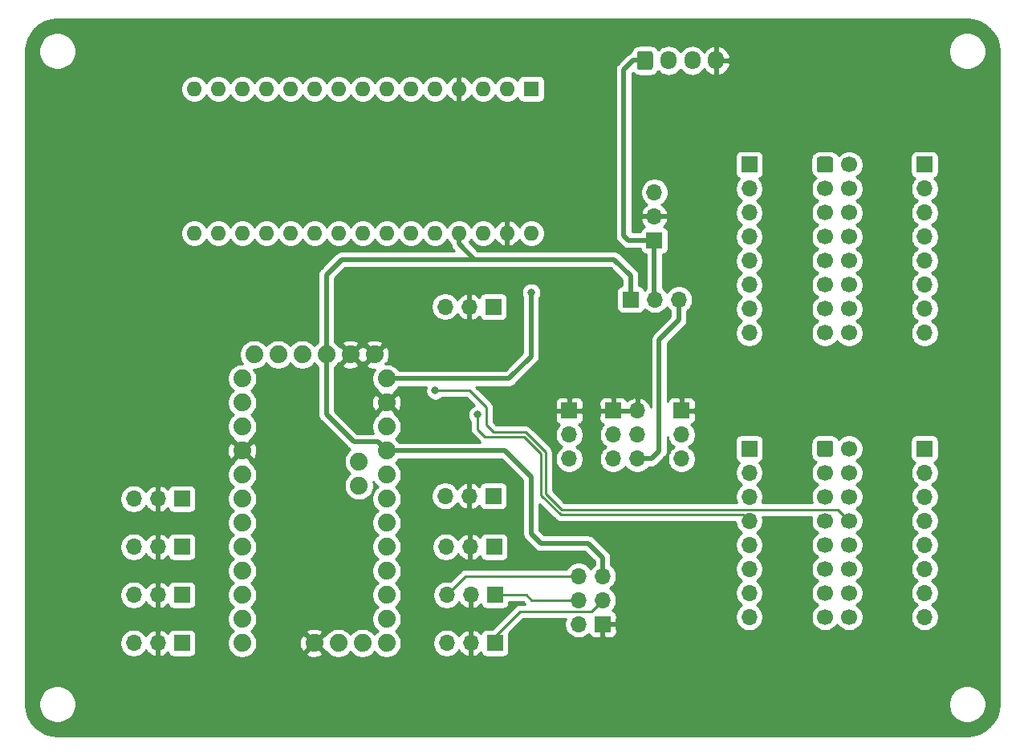
<source format=gbr>
G04 #@! TF.GenerationSoftware,KiCad,Pcbnew,5.99.0-unknown-dd99b2dc2f~142~ubuntu21.10.1*
G04 #@! TF.CreationDate,2021-10-27T13:54:22+02:00*
G04 #@! TF.ProjectId,Stm32F103Board,53746d33-3246-4313-9033-426f6172642e,rev?*
G04 #@! TF.SameCoordinates,Original*
G04 #@! TF.FileFunction,Copper,L2,Bot*
G04 #@! TF.FilePolarity,Positive*
%FSLAX46Y46*%
G04 Gerber Fmt 4.6, Leading zero omitted, Abs format (unit mm)*
G04 Created by KiCad (PCBNEW 5.99.0-unknown-dd99b2dc2f~142~ubuntu21.10.1) date 2021-10-27 13:54:22*
%MOMM*%
%LPD*%
G01*
G04 APERTURE LIST*
G04 #@! TA.AperFunction,ComponentPad*
%ADD10O,1.700000X1.700000*%
G04 #@! TD*
G04 #@! TA.AperFunction,ComponentPad*
%ADD11R,1.700000X1.700000*%
G04 #@! TD*
G04 #@! TA.AperFunction,ComponentPad*
%ADD12C,1.879600*%
G04 #@! TD*
G04 #@! TA.AperFunction,ComponentPad*
%ADD13C,1.700000*%
G04 #@! TD*
G04 #@! TA.AperFunction,ComponentPad*
%ADD14O,1.700000X1.950000*%
G04 #@! TD*
G04 #@! TA.AperFunction,ComponentPad*
%ADD15O,1.600000X1.600000*%
G04 #@! TD*
G04 #@! TA.AperFunction,ComponentPad*
%ADD16R,1.600000X1.600000*%
G04 #@! TD*
G04 #@! TA.AperFunction,ViaPad*
%ADD17C,0.800000*%
G04 #@! TD*
G04 #@! TA.AperFunction,Conductor*
%ADD18C,0.500000*%
G04 #@! TD*
G04 #@! TA.AperFunction,Conductor*
%ADD19C,0.250000*%
G04 #@! TD*
G04 #@! TA.AperFunction,Conductor*
%ADD20C,0.254000*%
G04 #@! TD*
G04 APERTURE END LIST*
D10*
X95580000Y-93250000D03*
X93040000Y-93250000D03*
D11*
X90500000Y-93250000D03*
D12*
X57120000Y-129540000D03*
X49500000Y-101600000D03*
X49500000Y-104140000D03*
X49500000Y-106680000D03*
X49500000Y-109220000D03*
X49500000Y-111760000D03*
X49500000Y-114300000D03*
X49500000Y-116840000D03*
X49500000Y-119380000D03*
X49500000Y-121920000D03*
X49500000Y-124460000D03*
X49500000Y-127000000D03*
X49500000Y-129540000D03*
X64740000Y-129540000D03*
X64740000Y-127000000D03*
X64740000Y-124460000D03*
X64740000Y-121920000D03*
X64740000Y-119380000D03*
X64740000Y-116840000D03*
X64740000Y-114300000D03*
X64740000Y-111760000D03*
X64740000Y-109220000D03*
X64740000Y-106680000D03*
X64740000Y-104140000D03*
X64740000Y-101600000D03*
X59660000Y-129540000D03*
X62200000Y-129540000D03*
X61819000Y-110363000D03*
X61819000Y-112903000D03*
X50770000Y-99060000D03*
X53310000Y-99060000D03*
X55850000Y-99060000D03*
X58390000Y-99060000D03*
X60930000Y-99060000D03*
X63470000Y-99060000D03*
D10*
X95850000Y-110080000D03*
X95850000Y-107540000D03*
D11*
X95850000Y-105000000D03*
D10*
X91190000Y-110080000D03*
X88650000Y-110080000D03*
X91190000Y-107540000D03*
X88650000Y-107540000D03*
X91190000Y-105000000D03*
D11*
X88650000Y-105000000D03*
D10*
X84000000Y-110080000D03*
X84000000Y-107540000D03*
D11*
X84000000Y-105000000D03*
D10*
X121500000Y-126780000D03*
X121500000Y-124240000D03*
X121500000Y-121700000D03*
X121500000Y-119160000D03*
X121500000Y-116620000D03*
X121500000Y-114080000D03*
X121500000Y-111540000D03*
D11*
X121500000Y-109000000D03*
D10*
X121500000Y-96780000D03*
X121500000Y-94240000D03*
X121500000Y-91700000D03*
X121500000Y-89160000D03*
X121500000Y-86620000D03*
X121500000Y-84080000D03*
X121500000Y-81540000D03*
D11*
X121500000Y-79000000D03*
D10*
X103000000Y-126780000D03*
X103000000Y-124240000D03*
X103000000Y-121700000D03*
X103000000Y-119160000D03*
X103000000Y-116620000D03*
X103000000Y-114080000D03*
X103000000Y-111540000D03*
D11*
X103000000Y-109000000D03*
D10*
X103000000Y-96780000D03*
X103000000Y-94240000D03*
X103000000Y-91700000D03*
X103000000Y-89160000D03*
X103000000Y-86620000D03*
X103000000Y-84080000D03*
X103000000Y-81540000D03*
D11*
X103000000Y-79000000D03*
D13*
X113540000Y-126780000D03*
X113540000Y-124240000D03*
X113540000Y-121700000D03*
X113540000Y-119160000D03*
X113540000Y-116620000D03*
X113540000Y-114080000D03*
X113540000Y-111540000D03*
X113540000Y-109000000D03*
X111000000Y-126780000D03*
X111000000Y-124240000D03*
X111000000Y-121700000D03*
X111000000Y-119160000D03*
X111000000Y-116620000D03*
X111000000Y-114080000D03*
X111000000Y-111540000D03*
G04 #@! TA.AperFunction,ComponentPad*
G36*
G01*
X110150000Y-109600000D02*
X110150000Y-108400000D01*
G75*
G02*
X110400000Y-108150000I250000J0D01*
G01*
X111600000Y-108150000D01*
G75*
G02*
X111850000Y-108400000I0J-250000D01*
G01*
X111850000Y-109600000D01*
G75*
G02*
X111600000Y-109850000I-250000J0D01*
G01*
X110400000Y-109850000D01*
G75*
G02*
X110150000Y-109600000I0J250000D01*
G01*
G37*
G04 #@! TD.AperFunction*
X113540000Y-96780000D03*
X113540000Y-94240000D03*
X113540000Y-91700000D03*
X113540000Y-89160000D03*
X113540000Y-86620000D03*
X113540000Y-84080000D03*
X113540000Y-81540000D03*
X113540000Y-79000000D03*
X111000000Y-96780000D03*
X111000000Y-94240000D03*
X111000000Y-91700000D03*
X111000000Y-89160000D03*
X111000000Y-86620000D03*
X111000000Y-84080000D03*
X111000000Y-81540000D03*
G04 #@! TA.AperFunction,ComponentPad*
G36*
G01*
X110150000Y-79600000D02*
X110150000Y-78400000D01*
G75*
G02*
X110400000Y-78150000I250000J0D01*
G01*
X111600000Y-78150000D01*
G75*
G02*
X111850000Y-78400000I0J-250000D01*
G01*
X111850000Y-79600000D01*
G75*
G02*
X111600000Y-79850000I-250000J0D01*
G01*
X110400000Y-79850000D01*
G75*
G02*
X110150000Y-79600000I0J250000D01*
G01*
G37*
G04 #@! TD.AperFunction*
D10*
X93000000Y-81920000D03*
X93000000Y-84460000D03*
D11*
X93000000Y-87000000D03*
D10*
X70920000Y-94000000D03*
X73460000Y-94000000D03*
D11*
X76000000Y-94000000D03*
D14*
X99500000Y-68000000D03*
X97000000Y-68000000D03*
X94500000Y-68000000D03*
G04 #@! TA.AperFunction,ComponentPad*
G36*
G01*
X91150000Y-68725000D02*
X91150000Y-67275000D01*
G75*
G02*
X91400000Y-67025000I250000J0D01*
G01*
X92600000Y-67025000D01*
G75*
G02*
X92850000Y-67275000I0J-250000D01*
G01*
X92850000Y-68725000D01*
G75*
G02*
X92600000Y-68975000I-250000J0D01*
G01*
X91400000Y-68975000D01*
G75*
G02*
X91150000Y-68725000I0J250000D01*
G01*
G37*
G04 #@! TD.AperFunction*
D10*
X38060000Y-129540000D03*
X40600000Y-129540000D03*
D11*
X43140000Y-129540000D03*
D10*
X38060000Y-124460000D03*
X40600000Y-124460000D03*
D11*
X43140000Y-124460000D03*
D10*
X38060000Y-119380000D03*
X40600000Y-119380000D03*
D11*
X43140000Y-119380000D03*
D10*
X38060000Y-114300000D03*
X40600000Y-114300000D03*
D11*
X43140000Y-114300000D03*
D10*
X70920000Y-114000000D03*
X73460000Y-114000000D03*
D11*
X76000000Y-114000000D03*
D10*
X71000000Y-119380000D03*
X73540000Y-119380000D03*
D11*
X76080000Y-119380000D03*
D10*
X71080000Y-124460000D03*
X73620000Y-124460000D03*
D11*
X76160000Y-124460000D03*
D10*
X71080000Y-129540000D03*
X73620000Y-129540000D03*
D11*
X76160000Y-129540000D03*
D10*
X85000000Y-122460000D03*
X87540000Y-122460000D03*
X85000000Y-125000000D03*
X87540000Y-125000000D03*
X85000000Y-127540000D03*
D11*
X87540000Y-127540000D03*
D15*
X44440000Y-86240000D03*
X44440000Y-71000000D03*
X80000000Y-86240000D03*
X46980000Y-71000000D03*
X77460000Y-86240000D03*
X49520000Y-71000000D03*
X74920000Y-86240000D03*
X52060000Y-71000000D03*
X72380000Y-86240000D03*
X54600000Y-71000000D03*
X69840000Y-86240000D03*
X57140000Y-71000000D03*
X67300000Y-86240000D03*
X59680000Y-71000000D03*
X64760000Y-86240000D03*
X62220000Y-71000000D03*
X62220000Y-86240000D03*
X64760000Y-71000000D03*
X59680000Y-86240000D03*
X67300000Y-71000000D03*
X57140000Y-86240000D03*
X69840000Y-71000000D03*
X54600000Y-86240000D03*
X72380000Y-71000000D03*
X52060000Y-86240000D03*
X74920000Y-71000000D03*
X49520000Y-86240000D03*
X77460000Y-71000000D03*
X46980000Y-86240000D03*
D16*
X80000000Y-71000000D03*
D17*
X80000000Y-92500000D03*
X69874801Y-102875199D03*
X74334801Y-105415199D03*
D18*
X64740000Y-101600000D02*
X77650000Y-101600000D01*
X80000000Y-99250000D02*
X80000000Y-92500000D01*
X77650000Y-101600000D02*
X80000000Y-99250000D01*
X87540000Y-122460000D02*
X87540000Y-120540000D01*
X87540000Y-120540000D02*
X86000000Y-119000000D01*
X86000000Y-119000000D02*
X81000000Y-119000000D01*
X81000000Y-119000000D02*
X80000000Y-118000000D01*
X80000000Y-118000000D02*
X80000000Y-112000000D01*
X77220000Y-109220000D02*
X64740000Y-109220000D01*
X80000000Y-112000000D02*
X77220000Y-109220000D01*
X72380000Y-86240000D02*
X72380000Y-87380000D01*
X72380000Y-87380000D02*
X74000000Y-89000000D01*
X75000000Y-89000000D02*
X86000000Y-89000000D01*
X74000000Y-89000000D02*
X75000000Y-89000000D01*
X63800201Y-108280201D02*
X61280201Y-108280201D01*
X64740000Y-109220000D02*
X63800201Y-108280201D01*
X58390000Y-105390000D02*
X58390000Y-99060000D01*
X61280201Y-108280201D02*
X58390000Y-105390000D01*
X58390000Y-99060000D02*
X58390000Y-90610000D01*
X58390000Y-90610000D02*
X60000000Y-89000000D01*
X60000000Y-89000000D02*
X75000000Y-89000000D01*
X90500000Y-93250000D02*
X90500000Y-90750000D01*
X88750000Y-89000000D02*
X86000000Y-89000000D01*
X90500000Y-90750000D02*
X88750000Y-89000000D01*
D19*
X73080000Y-122460000D02*
X71080000Y-124460000D01*
X85000000Y-122460000D02*
X73080000Y-122460000D01*
X79460000Y-124460000D02*
X76160000Y-124460000D01*
X80000000Y-125000000D02*
X79460000Y-124460000D01*
X85000000Y-125000000D02*
X80000000Y-125000000D01*
X76160000Y-129540000D02*
X76160000Y-128840000D01*
X86364999Y-126175001D02*
X87540000Y-125000000D01*
X78824999Y-126175001D02*
X86364999Y-126175001D01*
X76160000Y-128840000D02*
X78824999Y-126175001D01*
X75250000Y-104628698D02*
X73496501Y-102875199D01*
X75250000Y-106500000D02*
X75250000Y-104628698D01*
X76000000Y-107250000D02*
X75250000Y-106500000D01*
X79386410Y-107250000D02*
X76000000Y-107250000D01*
X81500000Y-109363590D02*
X79386410Y-107250000D01*
X73496501Y-102875199D02*
X69874801Y-102875199D01*
X83194999Y-115444999D02*
X81500000Y-113750000D01*
X112364999Y-115444999D02*
X83194999Y-115444999D01*
X81500000Y-113750000D02*
X81500000Y-109363590D01*
X113540000Y-116620000D02*
X112364999Y-115444999D01*
X74334801Y-106971212D02*
X74334801Y-105415199D01*
X75113589Y-107750000D02*
X74334801Y-106971212D01*
X79250000Y-107750000D02*
X75113589Y-107750000D01*
X81049989Y-109549989D02*
X79250000Y-107750000D01*
X81049989Y-113936400D02*
X81049989Y-109549989D01*
X83113589Y-116000000D02*
X81049989Y-113936400D01*
X102380000Y-116000000D02*
X83113589Y-116000000D01*
X103000000Y-116620000D02*
X102380000Y-116000000D01*
D18*
X95580000Y-95420000D02*
X95580000Y-93250000D01*
X93500000Y-97500000D02*
X95580000Y-95420000D01*
X93500000Y-109250000D02*
X93500000Y-97500000D01*
X92670000Y-110080000D02*
X93500000Y-109250000D01*
X91190000Y-110080000D02*
X92670000Y-110080000D01*
D19*
X93000000Y-93210000D02*
X93040000Y-93250000D01*
D18*
X93000000Y-87000000D02*
X93000000Y-93210000D01*
X92000000Y-68000000D02*
X90750000Y-68000000D01*
X90750000Y-68000000D02*
X89750000Y-69000000D01*
X89750000Y-69000000D02*
X89750000Y-86500000D01*
X90250000Y-87000000D02*
X93000000Y-87000000D01*
X89750000Y-86500000D02*
X90250000Y-87000000D01*
D20*
X126648126Y-63726714D02*
X127271572Y-63914943D01*
X127846579Y-64220681D01*
X128351247Y-64632279D01*
X128766362Y-65134067D01*
X129076105Y-65706924D01*
X129268682Y-66329039D01*
X129340000Y-67007584D01*
X129340001Y-135967711D01*
X129273286Y-136648126D01*
X129085057Y-137271570D01*
X128779323Y-137846573D01*
X128367721Y-138351248D01*
X127865933Y-138766362D01*
X127293077Y-139076104D01*
X126670961Y-139268682D01*
X125992417Y-139340000D01*
X30032279Y-139340000D01*
X29351874Y-139273286D01*
X28728430Y-139085057D01*
X28153427Y-138779323D01*
X27648752Y-138367721D01*
X27233638Y-137865933D01*
X26923896Y-137293077D01*
X26731318Y-136670961D01*
X26660000Y-135992417D01*
X26660000Y-135804495D01*
X28015000Y-135804495D01*
X28015000Y-136195505D01*
X28091282Y-136579003D01*
X28240915Y-136940250D01*
X28458149Y-137265364D01*
X28734636Y-137541851D01*
X29059750Y-137759085D01*
X29420997Y-137908718D01*
X29804495Y-137985000D01*
X30195505Y-137985000D01*
X30579003Y-137908718D01*
X30940250Y-137759085D01*
X31265364Y-137541851D01*
X31541851Y-137265364D01*
X31759085Y-136940250D01*
X31908718Y-136579003D01*
X31985000Y-136195505D01*
X31985000Y-135804495D01*
X124015000Y-135804495D01*
X124015000Y-136195505D01*
X124091282Y-136579003D01*
X124240915Y-136940250D01*
X124458149Y-137265364D01*
X124734636Y-137541851D01*
X125059750Y-137759085D01*
X125420997Y-137908718D01*
X125804495Y-137985000D01*
X126195505Y-137985000D01*
X126579003Y-137908718D01*
X126940250Y-137759085D01*
X127265364Y-137541851D01*
X127541851Y-137265364D01*
X127759085Y-136940250D01*
X127908718Y-136579003D01*
X127985000Y-136195505D01*
X127985000Y-135804495D01*
X127908718Y-135420997D01*
X127759085Y-135059750D01*
X127541851Y-134734636D01*
X127265364Y-134458149D01*
X126940250Y-134240915D01*
X126579003Y-134091282D01*
X126195505Y-134015000D01*
X125804495Y-134015000D01*
X125420997Y-134091282D01*
X125059750Y-134240915D01*
X124734636Y-134458149D01*
X124458149Y-134734636D01*
X124240915Y-135059750D01*
X124091282Y-135420997D01*
X124015000Y-135804495D01*
X31985000Y-135804495D01*
X31908718Y-135420997D01*
X31759085Y-135059750D01*
X31541851Y-134734636D01*
X31265364Y-134458149D01*
X30940250Y-134240915D01*
X30579003Y-134091282D01*
X30195505Y-134015000D01*
X29804495Y-134015000D01*
X29420997Y-134091282D01*
X29059750Y-134240915D01*
X28734636Y-134458149D01*
X28458149Y-134734636D01*
X28240915Y-135059750D01*
X28091282Y-135420997D01*
X28015000Y-135804495D01*
X26660000Y-135804495D01*
X26660000Y-129393740D01*
X36575000Y-129393740D01*
X36575000Y-129686260D01*
X36632068Y-129973158D01*
X36744010Y-130243411D01*
X36906525Y-130486632D01*
X37113368Y-130693475D01*
X37356589Y-130855990D01*
X37626842Y-130967932D01*
X37913740Y-131025000D01*
X38206260Y-131025000D01*
X38493158Y-130967932D01*
X38763411Y-130855990D01*
X39006632Y-130693475D01*
X39213475Y-130486632D01*
X39335195Y-130304466D01*
X39404822Y-130421355D01*
X39599731Y-130637588D01*
X39833080Y-130811641D01*
X40095901Y-130936825D01*
X40243110Y-130981476D01*
X40473000Y-130860155D01*
X40473000Y-129667000D01*
X40453000Y-129667000D01*
X40453000Y-129413000D01*
X40473000Y-129413000D01*
X40473000Y-128219845D01*
X40727000Y-128219845D01*
X40727000Y-129413000D01*
X40747000Y-129413000D01*
X40747000Y-129667000D01*
X40727000Y-129667000D01*
X40727000Y-130860155D01*
X40956890Y-130981476D01*
X41104099Y-130936825D01*
X41366920Y-130811641D01*
X41600269Y-130637588D01*
X41676034Y-130553534D01*
X41700498Y-130634180D01*
X41759463Y-130744494D01*
X41838815Y-130841185D01*
X41935506Y-130920537D01*
X42045820Y-130979502D01*
X42165518Y-131015812D01*
X42290000Y-131028072D01*
X43990000Y-131028072D01*
X44114482Y-131015812D01*
X44234180Y-130979502D01*
X44344494Y-130920537D01*
X44441185Y-130841185D01*
X44520537Y-130744494D01*
X44579502Y-130634180D01*
X44615812Y-130514482D01*
X44628072Y-130390000D01*
X44628072Y-128690000D01*
X44615812Y-128565518D01*
X44579502Y-128445820D01*
X44520537Y-128335506D01*
X44441185Y-128238815D01*
X44344494Y-128159463D01*
X44234180Y-128100498D01*
X44114482Y-128064188D01*
X43990000Y-128051928D01*
X42290000Y-128051928D01*
X42165518Y-128064188D01*
X42045820Y-128100498D01*
X41935506Y-128159463D01*
X41838815Y-128238815D01*
X41759463Y-128335506D01*
X41700498Y-128445820D01*
X41676034Y-128526466D01*
X41600269Y-128442412D01*
X41366920Y-128268359D01*
X41104099Y-128143175D01*
X40956890Y-128098524D01*
X40727000Y-128219845D01*
X40473000Y-128219845D01*
X40243110Y-128098524D01*
X40095901Y-128143175D01*
X39833080Y-128268359D01*
X39599731Y-128442412D01*
X39404822Y-128658645D01*
X39335195Y-128775534D01*
X39213475Y-128593368D01*
X39006632Y-128386525D01*
X38763411Y-128224010D01*
X38493158Y-128112068D01*
X38206260Y-128055000D01*
X37913740Y-128055000D01*
X37626842Y-128112068D01*
X37356589Y-128224010D01*
X37113368Y-128386525D01*
X36906525Y-128593368D01*
X36744010Y-128836589D01*
X36632068Y-129106842D01*
X36575000Y-129393740D01*
X26660000Y-129393740D01*
X26660000Y-124313740D01*
X36575000Y-124313740D01*
X36575000Y-124606260D01*
X36632068Y-124893158D01*
X36744010Y-125163411D01*
X36906525Y-125406632D01*
X37113368Y-125613475D01*
X37356589Y-125775990D01*
X37626842Y-125887932D01*
X37913740Y-125945000D01*
X38206260Y-125945000D01*
X38493158Y-125887932D01*
X38763411Y-125775990D01*
X39006632Y-125613475D01*
X39213475Y-125406632D01*
X39335195Y-125224466D01*
X39404822Y-125341355D01*
X39599731Y-125557588D01*
X39833080Y-125731641D01*
X40095901Y-125856825D01*
X40243110Y-125901476D01*
X40473000Y-125780155D01*
X40473000Y-124587000D01*
X40453000Y-124587000D01*
X40453000Y-124333000D01*
X40473000Y-124333000D01*
X40473000Y-123139845D01*
X40727000Y-123139845D01*
X40727000Y-124333000D01*
X40747000Y-124333000D01*
X40747000Y-124587000D01*
X40727000Y-124587000D01*
X40727000Y-125780155D01*
X40956890Y-125901476D01*
X41104099Y-125856825D01*
X41366920Y-125731641D01*
X41600269Y-125557588D01*
X41676034Y-125473534D01*
X41700498Y-125554180D01*
X41759463Y-125664494D01*
X41838815Y-125761185D01*
X41935506Y-125840537D01*
X42045820Y-125899502D01*
X42165518Y-125935812D01*
X42290000Y-125948072D01*
X43990000Y-125948072D01*
X44114482Y-125935812D01*
X44234180Y-125899502D01*
X44344494Y-125840537D01*
X44441185Y-125761185D01*
X44520537Y-125664494D01*
X44579502Y-125554180D01*
X44615812Y-125434482D01*
X44628072Y-125310000D01*
X44628072Y-123610000D01*
X44615812Y-123485518D01*
X44579502Y-123365820D01*
X44520537Y-123255506D01*
X44441185Y-123158815D01*
X44344494Y-123079463D01*
X44234180Y-123020498D01*
X44114482Y-122984188D01*
X43990000Y-122971928D01*
X42290000Y-122971928D01*
X42165518Y-122984188D01*
X42045820Y-123020498D01*
X41935506Y-123079463D01*
X41838815Y-123158815D01*
X41759463Y-123255506D01*
X41700498Y-123365820D01*
X41676034Y-123446466D01*
X41600269Y-123362412D01*
X41366920Y-123188359D01*
X41104099Y-123063175D01*
X40956890Y-123018524D01*
X40727000Y-123139845D01*
X40473000Y-123139845D01*
X40243110Y-123018524D01*
X40095901Y-123063175D01*
X39833080Y-123188359D01*
X39599731Y-123362412D01*
X39404822Y-123578645D01*
X39335195Y-123695534D01*
X39213475Y-123513368D01*
X39006632Y-123306525D01*
X38763411Y-123144010D01*
X38493158Y-123032068D01*
X38206260Y-122975000D01*
X37913740Y-122975000D01*
X37626842Y-123032068D01*
X37356589Y-123144010D01*
X37113368Y-123306525D01*
X36906525Y-123513368D01*
X36744010Y-123756589D01*
X36632068Y-124026842D01*
X36575000Y-124313740D01*
X26660000Y-124313740D01*
X26660000Y-119233740D01*
X36575000Y-119233740D01*
X36575000Y-119526260D01*
X36632068Y-119813158D01*
X36744010Y-120083411D01*
X36906525Y-120326632D01*
X37113368Y-120533475D01*
X37356589Y-120695990D01*
X37626842Y-120807932D01*
X37913740Y-120865000D01*
X38206260Y-120865000D01*
X38493158Y-120807932D01*
X38763411Y-120695990D01*
X39006632Y-120533475D01*
X39213475Y-120326632D01*
X39335195Y-120144466D01*
X39404822Y-120261355D01*
X39599731Y-120477588D01*
X39833080Y-120651641D01*
X40095901Y-120776825D01*
X40243110Y-120821476D01*
X40473000Y-120700155D01*
X40473000Y-119507000D01*
X40453000Y-119507000D01*
X40453000Y-119253000D01*
X40473000Y-119253000D01*
X40473000Y-118059845D01*
X40727000Y-118059845D01*
X40727000Y-119253000D01*
X40747000Y-119253000D01*
X40747000Y-119507000D01*
X40727000Y-119507000D01*
X40727000Y-120700155D01*
X40956890Y-120821476D01*
X41104099Y-120776825D01*
X41366920Y-120651641D01*
X41600269Y-120477588D01*
X41676034Y-120393534D01*
X41700498Y-120474180D01*
X41759463Y-120584494D01*
X41838815Y-120681185D01*
X41935506Y-120760537D01*
X42045820Y-120819502D01*
X42165518Y-120855812D01*
X42290000Y-120868072D01*
X43990000Y-120868072D01*
X44114482Y-120855812D01*
X44234180Y-120819502D01*
X44344494Y-120760537D01*
X44441185Y-120681185D01*
X44520537Y-120584494D01*
X44579502Y-120474180D01*
X44615812Y-120354482D01*
X44628072Y-120230000D01*
X44628072Y-118530000D01*
X44615812Y-118405518D01*
X44579502Y-118285820D01*
X44520537Y-118175506D01*
X44441185Y-118078815D01*
X44344494Y-117999463D01*
X44234180Y-117940498D01*
X44114482Y-117904188D01*
X43990000Y-117891928D01*
X42290000Y-117891928D01*
X42165518Y-117904188D01*
X42045820Y-117940498D01*
X41935506Y-117999463D01*
X41838815Y-118078815D01*
X41759463Y-118175506D01*
X41700498Y-118285820D01*
X41676034Y-118366466D01*
X41600269Y-118282412D01*
X41366920Y-118108359D01*
X41104099Y-117983175D01*
X40956890Y-117938524D01*
X40727000Y-118059845D01*
X40473000Y-118059845D01*
X40243110Y-117938524D01*
X40095901Y-117983175D01*
X39833080Y-118108359D01*
X39599731Y-118282412D01*
X39404822Y-118498645D01*
X39335195Y-118615534D01*
X39213475Y-118433368D01*
X39006632Y-118226525D01*
X38763411Y-118064010D01*
X38493158Y-117952068D01*
X38206260Y-117895000D01*
X37913740Y-117895000D01*
X37626842Y-117952068D01*
X37356589Y-118064010D01*
X37113368Y-118226525D01*
X36906525Y-118433368D01*
X36744010Y-118676589D01*
X36632068Y-118946842D01*
X36575000Y-119233740D01*
X26660000Y-119233740D01*
X26660000Y-114153740D01*
X36575000Y-114153740D01*
X36575000Y-114446260D01*
X36632068Y-114733158D01*
X36744010Y-115003411D01*
X36906525Y-115246632D01*
X37113368Y-115453475D01*
X37356589Y-115615990D01*
X37626842Y-115727932D01*
X37913740Y-115785000D01*
X38206260Y-115785000D01*
X38493158Y-115727932D01*
X38763411Y-115615990D01*
X39006632Y-115453475D01*
X39213475Y-115246632D01*
X39335195Y-115064466D01*
X39404822Y-115181355D01*
X39599731Y-115397588D01*
X39833080Y-115571641D01*
X40095901Y-115696825D01*
X40243110Y-115741476D01*
X40473000Y-115620155D01*
X40473000Y-114427000D01*
X40453000Y-114427000D01*
X40453000Y-114173000D01*
X40473000Y-114173000D01*
X40473000Y-112979845D01*
X40727000Y-112979845D01*
X40727000Y-114173000D01*
X40747000Y-114173000D01*
X40747000Y-114427000D01*
X40727000Y-114427000D01*
X40727000Y-115620155D01*
X40956890Y-115741476D01*
X41104099Y-115696825D01*
X41366920Y-115571641D01*
X41600269Y-115397588D01*
X41676034Y-115313534D01*
X41700498Y-115394180D01*
X41759463Y-115504494D01*
X41838815Y-115601185D01*
X41935506Y-115680537D01*
X42045820Y-115739502D01*
X42165518Y-115775812D01*
X42290000Y-115788072D01*
X43990000Y-115788072D01*
X44114482Y-115775812D01*
X44234180Y-115739502D01*
X44344494Y-115680537D01*
X44441185Y-115601185D01*
X44520537Y-115504494D01*
X44579502Y-115394180D01*
X44615812Y-115274482D01*
X44628072Y-115150000D01*
X44628072Y-113450000D01*
X44615812Y-113325518D01*
X44579502Y-113205820D01*
X44520537Y-113095506D01*
X44441185Y-112998815D01*
X44344494Y-112919463D01*
X44234180Y-112860498D01*
X44114482Y-112824188D01*
X43990000Y-112811928D01*
X42290000Y-112811928D01*
X42165518Y-112824188D01*
X42045820Y-112860498D01*
X41935506Y-112919463D01*
X41838815Y-112998815D01*
X41759463Y-113095506D01*
X41700498Y-113205820D01*
X41676034Y-113286466D01*
X41600269Y-113202412D01*
X41366920Y-113028359D01*
X41104099Y-112903175D01*
X40956890Y-112858524D01*
X40727000Y-112979845D01*
X40473000Y-112979845D01*
X40243110Y-112858524D01*
X40095901Y-112903175D01*
X39833080Y-113028359D01*
X39599731Y-113202412D01*
X39404822Y-113418645D01*
X39335195Y-113535534D01*
X39213475Y-113353368D01*
X39006632Y-113146525D01*
X38763411Y-112984010D01*
X38493158Y-112872068D01*
X38206260Y-112815000D01*
X37913740Y-112815000D01*
X37626842Y-112872068D01*
X37356589Y-112984010D01*
X37113368Y-113146525D01*
X36906525Y-113353368D01*
X36744010Y-113596589D01*
X36632068Y-113866842D01*
X36575000Y-114153740D01*
X26660000Y-114153740D01*
X26660000Y-111604896D01*
X47925200Y-111604896D01*
X47925200Y-111915104D01*
X47985718Y-112219352D01*
X48104430Y-112505948D01*
X48276773Y-112763877D01*
X48496123Y-112983227D01*
X48566124Y-113030000D01*
X48496123Y-113076773D01*
X48276773Y-113296123D01*
X48104430Y-113554052D01*
X47985718Y-113840648D01*
X47925200Y-114144896D01*
X47925200Y-114455104D01*
X47985718Y-114759352D01*
X48104430Y-115045948D01*
X48276773Y-115303877D01*
X48496123Y-115523227D01*
X48566124Y-115570000D01*
X48496123Y-115616773D01*
X48276773Y-115836123D01*
X48104430Y-116094052D01*
X47985718Y-116380648D01*
X47925200Y-116684896D01*
X47925200Y-116995104D01*
X47985718Y-117299352D01*
X48104430Y-117585948D01*
X48276773Y-117843877D01*
X48496123Y-118063227D01*
X48566124Y-118110000D01*
X48496123Y-118156773D01*
X48276773Y-118376123D01*
X48104430Y-118634052D01*
X47985718Y-118920648D01*
X47925200Y-119224896D01*
X47925200Y-119535104D01*
X47985718Y-119839352D01*
X48104430Y-120125948D01*
X48276773Y-120383877D01*
X48496123Y-120603227D01*
X48566124Y-120650000D01*
X48496123Y-120696773D01*
X48276773Y-120916123D01*
X48104430Y-121174052D01*
X47985718Y-121460648D01*
X47925200Y-121764896D01*
X47925200Y-122075104D01*
X47985718Y-122379352D01*
X48104430Y-122665948D01*
X48276773Y-122923877D01*
X48496123Y-123143227D01*
X48566124Y-123190000D01*
X48496123Y-123236773D01*
X48276773Y-123456123D01*
X48104430Y-123714052D01*
X47985718Y-124000648D01*
X47925200Y-124304896D01*
X47925200Y-124615104D01*
X47985718Y-124919352D01*
X48104430Y-125205948D01*
X48276773Y-125463877D01*
X48496123Y-125683227D01*
X48566124Y-125730000D01*
X48496123Y-125776773D01*
X48276773Y-125996123D01*
X48104430Y-126254052D01*
X47985718Y-126540648D01*
X47925200Y-126844896D01*
X47925200Y-127155104D01*
X47985718Y-127459352D01*
X48104430Y-127745948D01*
X48276773Y-128003877D01*
X48496123Y-128223227D01*
X48566124Y-128270000D01*
X48496123Y-128316773D01*
X48276773Y-128536123D01*
X48104430Y-128794052D01*
X47985718Y-129080648D01*
X47925200Y-129384896D01*
X47925200Y-129695104D01*
X47985718Y-129999352D01*
X48104430Y-130285948D01*
X48276773Y-130543877D01*
X48496123Y-130763227D01*
X48754052Y-130935570D01*
X49040648Y-131054282D01*
X49344896Y-131114800D01*
X49655104Y-131114800D01*
X49959352Y-131054282D01*
X50245948Y-130935570D01*
X50503877Y-130763227D01*
X50634628Y-130632476D01*
X56207129Y-130632476D01*
X56295623Y-130890723D01*
X56574976Y-131025597D01*
X56875275Y-131103381D01*
X57184977Y-131121084D01*
X57492184Y-131078027D01*
X57785086Y-130975865D01*
X57944377Y-130890723D01*
X58032871Y-130632476D01*
X57120000Y-129719605D01*
X56207129Y-130632476D01*
X50634628Y-130632476D01*
X50723227Y-130543877D01*
X50895570Y-130285948D01*
X51014282Y-129999352D01*
X51074800Y-129695104D01*
X51074800Y-129604977D01*
X55538916Y-129604977D01*
X55581973Y-129912184D01*
X55684135Y-130205086D01*
X55769277Y-130364377D01*
X56027524Y-130452871D01*
X56940395Y-129540000D01*
X56027524Y-128627129D01*
X55769277Y-128715623D01*
X55634403Y-128994976D01*
X55556619Y-129295275D01*
X55538916Y-129604977D01*
X51074800Y-129604977D01*
X51074800Y-129384896D01*
X51014282Y-129080648D01*
X50895570Y-128794052D01*
X50723227Y-128536123D01*
X50634628Y-128447524D01*
X56207129Y-128447524D01*
X57120000Y-129360395D01*
X58032871Y-128447524D01*
X57944377Y-128189277D01*
X57665024Y-128054403D01*
X57364725Y-127976619D01*
X57055023Y-127958916D01*
X56747816Y-128001973D01*
X56454914Y-128104135D01*
X56295623Y-128189277D01*
X56207129Y-128447524D01*
X50634628Y-128447524D01*
X50503877Y-128316773D01*
X50433876Y-128270000D01*
X50503877Y-128223227D01*
X50723227Y-128003877D01*
X50895570Y-127745948D01*
X51014282Y-127459352D01*
X51074800Y-127155104D01*
X51074800Y-126844896D01*
X51014282Y-126540648D01*
X50895570Y-126254052D01*
X50723227Y-125996123D01*
X50503877Y-125776773D01*
X50433876Y-125730000D01*
X50503877Y-125683227D01*
X50723227Y-125463877D01*
X50895570Y-125205948D01*
X51014282Y-124919352D01*
X51074800Y-124615104D01*
X51074800Y-124304896D01*
X51014282Y-124000648D01*
X50895570Y-123714052D01*
X50723227Y-123456123D01*
X50503877Y-123236773D01*
X50433876Y-123190000D01*
X50503877Y-123143227D01*
X50723227Y-122923877D01*
X50895570Y-122665948D01*
X51014282Y-122379352D01*
X51074800Y-122075104D01*
X51074800Y-121764896D01*
X51014282Y-121460648D01*
X50895570Y-121174052D01*
X50723227Y-120916123D01*
X50503877Y-120696773D01*
X50433876Y-120650000D01*
X50503877Y-120603227D01*
X50723227Y-120383877D01*
X50895570Y-120125948D01*
X51014282Y-119839352D01*
X51074800Y-119535104D01*
X51074800Y-119224896D01*
X51014282Y-118920648D01*
X50895570Y-118634052D01*
X50723227Y-118376123D01*
X50503877Y-118156773D01*
X50433876Y-118110000D01*
X50503877Y-118063227D01*
X50723227Y-117843877D01*
X50895570Y-117585948D01*
X51014282Y-117299352D01*
X51074800Y-116995104D01*
X51074800Y-116684896D01*
X51014282Y-116380648D01*
X50895570Y-116094052D01*
X50723227Y-115836123D01*
X50503877Y-115616773D01*
X50433876Y-115570000D01*
X50503877Y-115523227D01*
X50723227Y-115303877D01*
X50895570Y-115045948D01*
X51014282Y-114759352D01*
X51074800Y-114455104D01*
X51074800Y-114144896D01*
X51014282Y-113840648D01*
X50895570Y-113554052D01*
X50723227Y-113296123D01*
X50503877Y-113076773D01*
X50433876Y-113030000D01*
X50503877Y-112983227D01*
X50723227Y-112763877D01*
X50895570Y-112505948D01*
X51014282Y-112219352D01*
X51074800Y-111915104D01*
X51074800Y-111604896D01*
X51014282Y-111300648D01*
X50895570Y-111014052D01*
X50723227Y-110756123D01*
X50503877Y-110536773D01*
X50367286Y-110445505D01*
X50412871Y-110312476D01*
X49500000Y-109399605D01*
X48587129Y-110312476D01*
X48632714Y-110445505D01*
X48496123Y-110536773D01*
X48276773Y-110756123D01*
X48104430Y-111014052D01*
X47985718Y-111300648D01*
X47925200Y-111604896D01*
X26660000Y-111604896D01*
X26660000Y-109284977D01*
X47918916Y-109284977D01*
X47961973Y-109592184D01*
X48064135Y-109885086D01*
X48149277Y-110044377D01*
X48407524Y-110132871D01*
X49320395Y-109220000D01*
X49679605Y-109220000D01*
X50592476Y-110132871D01*
X50850723Y-110044377D01*
X50985597Y-109765024D01*
X51063381Y-109464725D01*
X51081084Y-109155023D01*
X51038027Y-108847816D01*
X50935865Y-108554914D01*
X50850723Y-108395623D01*
X50592476Y-108307129D01*
X49679605Y-109220000D01*
X49320395Y-109220000D01*
X48407524Y-108307129D01*
X48149277Y-108395623D01*
X48014403Y-108674976D01*
X47936619Y-108975275D01*
X47918916Y-109284977D01*
X26660000Y-109284977D01*
X26660000Y-86098665D01*
X43005000Y-86098665D01*
X43005000Y-86381335D01*
X43060147Y-86658574D01*
X43168320Y-86919727D01*
X43325363Y-87154759D01*
X43525241Y-87354637D01*
X43760273Y-87511680D01*
X44021426Y-87619853D01*
X44298665Y-87675000D01*
X44581335Y-87675000D01*
X44858574Y-87619853D01*
X45119727Y-87511680D01*
X45354759Y-87354637D01*
X45554637Y-87154759D01*
X45710000Y-86922241D01*
X45865363Y-87154759D01*
X46065241Y-87354637D01*
X46300273Y-87511680D01*
X46561426Y-87619853D01*
X46838665Y-87675000D01*
X47121335Y-87675000D01*
X47398574Y-87619853D01*
X47659727Y-87511680D01*
X47894759Y-87354637D01*
X48094637Y-87154759D01*
X48250000Y-86922241D01*
X48405363Y-87154759D01*
X48605241Y-87354637D01*
X48840273Y-87511680D01*
X49101426Y-87619853D01*
X49378665Y-87675000D01*
X49661335Y-87675000D01*
X49938574Y-87619853D01*
X50199727Y-87511680D01*
X50434759Y-87354637D01*
X50634637Y-87154759D01*
X50790000Y-86922241D01*
X50945363Y-87154759D01*
X51145241Y-87354637D01*
X51380273Y-87511680D01*
X51641426Y-87619853D01*
X51918665Y-87675000D01*
X52201335Y-87675000D01*
X52478574Y-87619853D01*
X52739727Y-87511680D01*
X52974759Y-87354637D01*
X53174637Y-87154759D01*
X53330000Y-86922241D01*
X53485363Y-87154759D01*
X53685241Y-87354637D01*
X53920273Y-87511680D01*
X54181426Y-87619853D01*
X54458665Y-87675000D01*
X54741335Y-87675000D01*
X55018574Y-87619853D01*
X55279727Y-87511680D01*
X55514759Y-87354637D01*
X55714637Y-87154759D01*
X55870000Y-86922241D01*
X56025363Y-87154759D01*
X56225241Y-87354637D01*
X56460273Y-87511680D01*
X56721426Y-87619853D01*
X56998665Y-87675000D01*
X57281335Y-87675000D01*
X57558574Y-87619853D01*
X57819727Y-87511680D01*
X58054759Y-87354637D01*
X58254637Y-87154759D01*
X58410000Y-86922241D01*
X58565363Y-87154759D01*
X58765241Y-87354637D01*
X59000273Y-87511680D01*
X59261426Y-87619853D01*
X59538665Y-87675000D01*
X59821335Y-87675000D01*
X60098574Y-87619853D01*
X60359727Y-87511680D01*
X60594759Y-87354637D01*
X60794637Y-87154759D01*
X60950000Y-86922241D01*
X61105363Y-87154759D01*
X61305241Y-87354637D01*
X61540273Y-87511680D01*
X61801426Y-87619853D01*
X62078665Y-87675000D01*
X62361335Y-87675000D01*
X62638574Y-87619853D01*
X62899727Y-87511680D01*
X63134759Y-87354637D01*
X63334637Y-87154759D01*
X63490000Y-86922241D01*
X63645363Y-87154759D01*
X63845241Y-87354637D01*
X64080273Y-87511680D01*
X64341426Y-87619853D01*
X64618665Y-87675000D01*
X64901335Y-87675000D01*
X65178574Y-87619853D01*
X65439727Y-87511680D01*
X65674759Y-87354637D01*
X65874637Y-87154759D01*
X66030000Y-86922241D01*
X66185363Y-87154759D01*
X66385241Y-87354637D01*
X66620273Y-87511680D01*
X66881426Y-87619853D01*
X67158665Y-87675000D01*
X67441335Y-87675000D01*
X67718574Y-87619853D01*
X67979727Y-87511680D01*
X68214759Y-87354637D01*
X68414637Y-87154759D01*
X68570000Y-86922241D01*
X68725363Y-87154759D01*
X68925241Y-87354637D01*
X69160273Y-87511680D01*
X69421426Y-87619853D01*
X69698665Y-87675000D01*
X69981335Y-87675000D01*
X70258574Y-87619853D01*
X70519727Y-87511680D01*
X70754759Y-87354637D01*
X70954637Y-87154759D01*
X71110000Y-86922241D01*
X71265363Y-87154759D01*
X71465241Y-87354637D01*
X71491490Y-87372176D01*
X71490719Y-87380000D01*
X71507805Y-87553490D01*
X71558412Y-87720313D01*
X71640590Y-87874059D01*
X71723468Y-87975046D01*
X71723471Y-87975049D01*
X71751184Y-88008817D01*
X71784951Y-88036529D01*
X71863422Y-88115000D01*
X60043469Y-88115000D01*
X60000000Y-88110719D01*
X59956531Y-88115000D01*
X59956523Y-88115000D01*
X59826510Y-88127805D01*
X59659687Y-88178411D01*
X59521645Y-88252195D01*
X59505941Y-88260589D01*
X59404953Y-88343468D01*
X59404951Y-88343470D01*
X59371183Y-88371183D01*
X59343470Y-88404951D01*
X57794951Y-89953471D01*
X57761184Y-89981183D01*
X57733471Y-90014951D01*
X57733468Y-90014954D01*
X57650590Y-90115941D01*
X57568412Y-90269687D01*
X57517805Y-90436510D01*
X57500719Y-90610000D01*
X57505001Y-90653479D01*
X57505000Y-97757342D01*
X57386123Y-97836773D01*
X57166773Y-98056123D01*
X57120000Y-98126124D01*
X57073227Y-98056123D01*
X56853877Y-97836773D01*
X56595948Y-97664430D01*
X56309352Y-97545718D01*
X56005104Y-97485200D01*
X55694896Y-97485200D01*
X55390648Y-97545718D01*
X55104052Y-97664430D01*
X54846123Y-97836773D01*
X54626773Y-98056123D01*
X54580000Y-98126124D01*
X54533227Y-98056123D01*
X54313877Y-97836773D01*
X54055948Y-97664430D01*
X53769352Y-97545718D01*
X53465104Y-97485200D01*
X53154896Y-97485200D01*
X52850648Y-97545718D01*
X52564052Y-97664430D01*
X52306123Y-97836773D01*
X52086773Y-98056123D01*
X52040000Y-98126124D01*
X51993227Y-98056123D01*
X51773877Y-97836773D01*
X51515948Y-97664430D01*
X51229352Y-97545718D01*
X50925104Y-97485200D01*
X50614896Y-97485200D01*
X50310648Y-97545718D01*
X50024052Y-97664430D01*
X49766123Y-97836773D01*
X49546773Y-98056123D01*
X49374430Y-98314052D01*
X49255718Y-98600648D01*
X49195200Y-98904896D01*
X49195200Y-99215104D01*
X49255718Y-99519352D01*
X49374430Y-99805948D01*
X49520930Y-100025200D01*
X49344896Y-100025200D01*
X49040648Y-100085718D01*
X48754052Y-100204430D01*
X48496123Y-100376773D01*
X48276773Y-100596123D01*
X48104430Y-100854052D01*
X47985718Y-101140648D01*
X47925200Y-101444896D01*
X47925200Y-101755104D01*
X47985718Y-102059352D01*
X48104430Y-102345948D01*
X48276773Y-102603877D01*
X48496123Y-102823227D01*
X48566124Y-102870000D01*
X48496123Y-102916773D01*
X48276773Y-103136123D01*
X48104430Y-103394052D01*
X47985718Y-103680648D01*
X47925200Y-103984896D01*
X47925200Y-104295104D01*
X47985718Y-104599352D01*
X48104430Y-104885948D01*
X48276773Y-105143877D01*
X48496123Y-105363227D01*
X48566124Y-105410000D01*
X48496123Y-105456773D01*
X48276773Y-105676123D01*
X48104430Y-105934052D01*
X47985718Y-106220648D01*
X47925200Y-106524896D01*
X47925200Y-106835104D01*
X47985718Y-107139352D01*
X48104430Y-107425948D01*
X48276773Y-107683877D01*
X48496123Y-107903227D01*
X48632714Y-107994495D01*
X48587129Y-108127524D01*
X49500000Y-109040395D01*
X50412871Y-108127524D01*
X50367286Y-107994495D01*
X50503877Y-107903227D01*
X50723227Y-107683877D01*
X50895570Y-107425948D01*
X51014282Y-107139352D01*
X51074800Y-106835104D01*
X51074800Y-106524896D01*
X51014282Y-106220648D01*
X50895570Y-105934052D01*
X50723227Y-105676123D01*
X50503877Y-105456773D01*
X50433876Y-105410000D01*
X50503877Y-105363227D01*
X50723227Y-105143877D01*
X50895570Y-104885948D01*
X51014282Y-104599352D01*
X51074800Y-104295104D01*
X51074800Y-103984896D01*
X51014282Y-103680648D01*
X50895570Y-103394052D01*
X50723227Y-103136123D01*
X50503877Y-102916773D01*
X50433876Y-102870000D01*
X50503877Y-102823227D01*
X50723227Y-102603877D01*
X50895570Y-102345948D01*
X51014282Y-102059352D01*
X51074800Y-101755104D01*
X51074800Y-101444896D01*
X51014282Y-101140648D01*
X50895570Y-100854052D01*
X50749070Y-100634800D01*
X50925104Y-100634800D01*
X51229352Y-100574282D01*
X51515948Y-100455570D01*
X51773877Y-100283227D01*
X51993227Y-100063877D01*
X52040000Y-99993876D01*
X52086773Y-100063877D01*
X52306123Y-100283227D01*
X52564052Y-100455570D01*
X52850648Y-100574282D01*
X53154896Y-100634800D01*
X53465104Y-100634800D01*
X53769352Y-100574282D01*
X54055948Y-100455570D01*
X54313877Y-100283227D01*
X54533227Y-100063877D01*
X54580000Y-99993876D01*
X54626773Y-100063877D01*
X54846123Y-100283227D01*
X55104052Y-100455570D01*
X55390648Y-100574282D01*
X55694896Y-100634800D01*
X56005104Y-100634800D01*
X56309352Y-100574282D01*
X56595948Y-100455570D01*
X56853877Y-100283227D01*
X57073227Y-100063877D01*
X57120000Y-99993876D01*
X57166773Y-100063877D01*
X57386123Y-100283227D01*
X57505001Y-100362659D01*
X57505000Y-105346531D01*
X57500719Y-105390000D01*
X57505000Y-105433469D01*
X57505000Y-105433476D01*
X57517805Y-105563489D01*
X57568411Y-105730312D01*
X57650589Y-105884058D01*
X57761183Y-106018817D01*
X57794956Y-106046534D01*
X60623671Y-108875250D01*
X60651384Y-108909018D01*
X60685152Y-108936731D01*
X60685154Y-108936733D01*
X60723170Y-108967932D01*
X60786142Y-109019612D01*
X60902154Y-109081621D01*
X60815123Y-109139773D01*
X60595773Y-109359123D01*
X60423430Y-109617052D01*
X60304718Y-109903648D01*
X60244200Y-110207896D01*
X60244200Y-110518104D01*
X60304718Y-110822352D01*
X60423430Y-111108948D01*
X60595773Y-111366877D01*
X60815123Y-111586227D01*
X60885124Y-111633000D01*
X60815123Y-111679773D01*
X60595773Y-111899123D01*
X60423430Y-112157052D01*
X60304718Y-112443648D01*
X60244200Y-112747896D01*
X60244200Y-113058104D01*
X60304718Y-113362352D01*
X60423430Y-113648948D01*
X60595773Y-113906877D01*
X60815123Y-114126227D01*
X61073052Y-114298570D01*
X61359648Y-114417282D01*
X61663896Y-114477800D01*
X61974104Y-114477800D01*
X62278352Y-114417282D01*
X62564948Y-114298570D01*
X62822877Y-114126227D01*
X63042227Y-113906877D01*
X63214570Y-113648948D01*
X63333282Y-113362352D01*
X63393800Y-113058104D01*
X63393800Y-112747896D01*
X63346201Y-112508599D01*
X63516773Y-112763877D01*
X63736123Y-112983227D01*
X63806124Y-113030000D01*
X63736123Y-113076773D01*
X63516773Y-113296123D01*
X63344430Y-113554052D01*
X63225718Y-113840648D01*
X63165200Y-114144896D01*
X63165200Y-114455104D01*
X63225718Y-114759352D01*
X63344430Y-115045948D01*
X63516773Y-115303877D01*
X63736123Y-115523227D01*
X63806124Y-115570000D01*
X63736123Y-115616773D01*
X63516773Y-115836123D01*
X63344430Y-116094052D01*
X63225718Y-116380648D01*
X63165200Y-116684896D01*
X63165200Y-116995104D01*
X63225718Y-117299352D01*
X63344430Y-117585948D01*
X63516773Y-117843877D01*
X63736123Y-118063227D01*
X63806124Y-118110000D01*
X63736123Y-118156773D01*
X63516773Y-118376123D01*
X63344430Y-118634052D01*
X63225718Y-118920648D01*
X63165200Y-119224896D01*
X63165200Y-119535104D01*
X63225718Y-119839352D01*
X63344430Y-120125948D01*
X63516773Y-120383877D01*
X63736123Y-120603227D01*
X63806124Y-120650000D01*
X63736123Y-120696773D01*
X63516773Y-120916123D01*
X63344430Y-121174052D01*
X63225718Y-121460648D01*
X63165200Y-121764896D01*
X63165200Y-122075104D01*
X63225718Y-122379352D01*
X63344430Y-122665948D01*
X63516773Y-122923877D01*
X63736123Y-123143227D01*
X63806124Y-123190000D01*
X63736123Y-123236773D01*
X63516773Y-123456123D01*
X63344430Y-123714052D01*
X63225718Y-124000648D01*
X63165200Y-124304896D01*
X63165200Y-124615104D01*
X63225718Y-124919352D01*
X63344430Y-125205948D01*
X63516773Y-125463877D01*
X63736123Y-125683227D01*
X63806124Y-125730000D01*
X63736123Y-125776773D01*
X63516773Y-125996123D01*
X63344430Y-126254052D01*
X63225718Y-126540648D01*
X63165200Y-126844896D01*
X63165200Y-127155104D01*
X63225718Y-127459352D01*
X63344430Y-127745948D01*
X63516773Y-128003877D01*
X63736123Y-128223227D01*
X63806124Y-128270000D01*
X63736123Y-128316773D01*
X63516773Y-128536123D01*
X63470000Y-128606124D01*
X63423227Y-128536123D01*
X63203877Y-128316773D01*
X62945948Y-128144430D01*
X62659352Y-128025718D01*
X62355104Y-127965200D01*
X62044896Y-127965200D01*
X61740648Y-128025718D01*
X61454052Y-128144430D01*
X61196123Y-128316773D01*
X60976773Y-128536123D01*
X60930000Y-128606124D01*
X60883227Y-128536123D01*
X60663877Y-128316773D01*
X60405948Y-128144430D01*
X60119352Y-128025718D01*
X59815104Y-127965200D01*
X59504896Y-127965200D01*
X59200648Y-128025718D01*
X58914052Y-128144430D01*
X58656123Y-128316773D01*
X58436773Y-128536123D01*
X58345505Y-128672714D01*
X58212476Y-128627129D01*
X57299605Y-129540000D01*
X58212476Y-130452871D01*
X58345505Y-130407286D01*
X58436773Y-130543877D01*
X58656123Y-130763227D01*
X58914052Y-130935570D01*
X59200648Y-131054282D01*
X59504896Y-131114800D01*
X59815104Y-131114800D01*
X60119352Y-131054282D01*
X60405948Y-130935570D01*
X60663877Y-130763227D01*
X60883227Y-130543877D01*
X60930000Y-130473876D01*
X60976773Y-130543877D01*
X61196123Y-130763227D01*
X61454052Y-130935570D01*
X61740648Y-131054282D01*
X62044896Y-131114800D01*
X62355104Y-131114800D01*
X62659352Y-131054282D01*
X62945948Y-130935570D01*
X63203877Y-130763227D01*
X63423227Y-130543877D01*
X63470000Y-130473876D01*
X63516773Y-130543877D01*
X63736123Y-130763227D01*
X63994052Y-130935570D01*
X64280648Y-131054282D01*
X64584896Y-131114800D01*
X64895104Y-131114800D01*
X65199352Y-131054282D01*
X65485948Y-130935570D01*
X65743877Y-130763227D01*
X65963227Y-130543877D01*
X66135570Y-130285948D01*
X66254282Y-129999352D01*
X66314800Y-129695104D01*
X66314800Y-129393740D01*
X69595000Y-129393740D01*
X69595000Y-129686260D01*
X69652068Y-129973158D01*
X69764010Y-130243411D01*
X69926525Y-130486632D01*
X70133368Y-130693475D01*
X70376589Y-130855990D01*
X70646842Y-130967932D01*
X70933740Y-131025000D01*
X71226260Y-131025000D01*
X71513158Y-130967932D01*
X71783411Y-130855990D01*
X72026632Y-130693475D01*
X72233475Y-130486632D01*
X72355195Y-130304466D01*
X72424822Y-130421355D01*
X72619731Y-130637588D01*
X72853080Y-130811641D01*
X73115901Y-130936825D01*
X73263110Y-130981476D01*
X73493000Y-130860155D01*
X73493000Y-129667000D01*
X73473000Y-129667000D01*
X73473000Y-129413000D01*
X73493000Y-129413000D01*
X73493000Y-128219845D01*
X73263110Y-128098524D01*
X73115901Y-128143175D01*
X72853080Y-128268359D01*
X72619731Y-128442412D01*
X72424822Y-128658645D01*
X72355195Y-128775534D01*
X72233475Y-128593368D01*
X72026632Y-128386525D01*
X71783411Y-128224010D01*
X71513158Y-128112068D01*
X71226260Y-128055000D01*
X70933740Y-128055000D01*
X70646842Y-128112068D01*
X70376589Y-128224010D01*
X70133368Y-128386525D01*
X69926525Y-128593368D01*
X69764010Y-128836589D01*
X69652068Y-129106842D01*
X69595000Y-129393740D01*
X66314800Y-129393740D01*
X66314800Y-129384896D01*
X66254282Y-129080648D01*
X66135570Y-128794052D01*
X65963227Y-128536123D01*
X65743877Y-128316773D01*
X65673876Y-128270000D01*
X65743877Y-128223227D01*
X65963227Y-128003877D01*
X66135570Y-127745948D01*
X66254282Y-127459352D01*
X66314800Y-127155104D01*
X66314800Y-126844896D01*
X66254282Y-126540648D01*
X66135570Y-126254052D01*
X65963227Y-125996123D01*
X65743877Y-125776773D01*
X65673876Y-125730000D01*
X65743877Y-125683227D01*
X65963227Y-125463877D01*
X66135570Y-125205948D01*
X66254282Y-124919352D01*
X66314800Y-124615104D01*
X66314800Y-124304896D01*
X66254282Y-124000648D01*
X66135570Y-123714052D01*
X65963227Y-123456123D01*
X65743877Y-123236773D01*
X65673876Y-123190000D01*
X65743877Y-123143227D01*
X65963227Y-122923877D01*
X66135570Y-122665948D01*
X66254282Y-122379352D01*
X66314800Y-122075104D01*
X66314800Y-121764896D01*
X66254282Y-121460648D01*
X66135570Y-121174052D01*
X65963227Y-120916123D01*
X65743877Y-120696773D01*
X65673876Y-120650000D01*
X65743877Y-120603227D01*
X65963227Y-120383877D01*
X66135570Y-120125948D01*
X66254282Y-119839352D01*
X66314800Y-119535104D01*
X66314800Y-119233740D01*
X69515000Y-119233740D01*
X69515000Y-119526260D01*
X69572068Y-119813158D01*
X69684010Y-120083411D01*
X69846525Y-120326632D01*
X70053368Y-120533475D01*
X70296589Y-120695990D01*
X70566842Y-120807932D01*
X70853740Y-120865000D01*
X71146260Y-120865000D01*
X71433158Y-120807932D01*
X71703411Y-120695990D01*
X71946632Y-120533475D01*
X72153475Y-120326632D01*
X72275195Y-120144466D01*
X72344822Y-120261355D01*
X72539731Y-120477588D01*
X72773080Y-120651641D01*
X73035901Y-120776825D01*
X73183110Y-120821476D01*
X73413000Y-120700155D01*
X73413000Y-119507000D01*
X73393000Y-119507000D01*
X73393000Y-119253000D01*
X73413000Y-119253000D01*
X73413000Y-118059845D01*
X73667000Y-118059845D01*
X73667000Y-119253000D01*
X73687000Y-119253000D01*
X73687000Y-119507000D01*
X73667000Y-119507000D01*
X73667000Y-120700155D01*
X73896890Y-120821476D01*
X74044099Y-120776825D01*
X74306920Y-120651641D01*
X74540269Y-120477588D01*
X74616034Y-120393534D01*
X74640498Y-120474180D01*
X74699463Y-120584494D01*
X74778815Y-120681185D01*
X74875506Y-120760537D01*
X74985820Y-120819502D01*
X75105518Y-120855812D01*
X75230000Y-120868072D01*
X76930000Y-120868072D01*
X77054482Y-120855812D01*
X77174180Y-120819502D01*
X77284494Y-120760537D01*
X77381185Y-120681185D01*
X77460537Y-120584494D01*
X77519502Y-120474180D01*
X77555812Y-120354482D01*
X77568072Y-120230000D01*
X77568072Y-118530000D01*
X77555812Y-118405518D01*
X77519502Y-118285820D01*
X77460537Y-118175506D01*
X77381185Y-118078815D01*
X77284494Y-117999463D01*
X77174180Y-117940498D01*
X77054482Y-117904188D01*
X76930000Y-117891928D01*
X75230000Y-117891928D01*
X75105518Y-117904188D01*
X74985820Y-117940498D01*
X74875506Y-117999463D01*
X74778815Y-118078815D01*
X74699463Y-118175506D01*
X74640498Y-118285820D01*
X74616034Y-118366466D01*
X74540269Y-118282412D01*
X74306920Y-118108359D01*
X74044099Y-117983175D01*
X73896890Y-117938524D01*
X73667000Y-118059845D01*
X73413000Y-118059845D01*
X73183110Y-117938524D01*
X73035901Y-117983175D01*
X72773080Y-118108359D01*
X72539731Y-118282412D01*
X72344822Y-118498645D01*
X72275195Y-118615534D01*
X72153475Y-118433368D01*
X71946632Y-118226525D01*
X71703411Y-118064010D01*
X71433158Y-117952068D01*
X71146260Y-117895000D01*
X70853740Y-117895000D01*
X70566842Y-117952068D01*
X70296589Y-118064010D01*
X70053368Y-118226525D01*
X69846525Y-118433368D01*
X69684010Y-118676589D01*
X69572068Y-118946842D01*
X69515000Y-119233740D01*
X66314800Y-119233740D01*
X66314800Y-119224896D01*
X66254282Y-118920648D01*
X66135570Y-118634052D01*
X65963227Y-118376123D01*
X65743877Y-118156773D01*
X65673876Y-118110000D01*
X65743877Y-118063227D01*
X65963227Y-117843877D01*
X66135570Y-117585948D01*
X66254282Y-117299352D01*
X66314800Y-116995104D01*
X66314800Y-116684896D01*
X66254282Y-116380648D01*
X66135570Y-116094052D01*
X65963227Y-115836123D01*
X65743877Y-115616773D01*
X65673876Y-115570000D01*
X65743877Y-115523227D01*
X65963227Y-115303877D01*
X66135570Y-115045948D01*
X66254282Y-114759352D01*
X66314800Y-114455104D01*
X66314800Y-114144896D01*
X66256887Y-113853740D01*
X69435000Y-113853740D01*
X69435000Y-114146260D01*
X69492068Y-114433158D01*
X69604010Y-114703411D01*
X69766525Y-114946632D01*
X69973368Y-115153475D01*
X70216589Y-115315990D01*
X70486842Y-115427932D01*
X70773740Y-115485000D01*
X71066260Y-115485000D01*
X71353158Y-115427932D01*
X71623411Y-115315990D01*
X71866632Y-115153475D01*
X72073475Y-114946632D01*
X72195195Y-114764466D01*
X72264822Y-114881355D01*
X72459731Y-115097588D01*
X72693080Y-115271641D01*
X72955901Y-115396825D01*
X73103110Y-115441476D01*
X73333000Y-115320155D01*
X73333000Y-114127000D01*
X73313000Y-114127000D01*
X73313000Y-113873000D01*
X73333000Y-113873000D01*
X73333000Y-112679845D01*
X73587000Y-112679845D01*
X73587000Y-113873000D01*
X73607000Y-113873000D01*
X73607000Y-114127000D01*
X73587000Y-114127000D01*
X73587000Y-115320155D01*
X73816890Y-115441476D01*
X73964099Y-115396825D01*
X74226920Y-115271641D01*
X74460269Y-115097588D01*
X74536034Y-115013534D01*
X74560498Y-115094180D01*
X74619463Y-115204494D01*
X74698815Y-115301185D01*
X74795506Y-115380537D01*
X74905820Y-115439502D01*
X75025518Y-115475812D01*
X75150000Y-115488072D01*
X76850000Y-115488072D01*
X76974482Y-115475812D01*
X77094180Y-115439502D01*
X77204494Y-115380537D01*
X77301185Y-115301185D01*
X77380537Y-115204494D01*
X77439502Y-115094180D01*
X77475812Y-114974482D01*
X77488072Y-114850000D01*
X77488072Y-113150000D01*
X77475812Y-113025518D01*
X77439502Y-112905820D01*
X77380537Y-112795506D01*
X77301185Y-112698815D01*
X77204494Y-112619463D01*
X77094180Y-112560498D01*
X76974482Y-112524188D01*
X76850000Y-112511928D01*
X75150000Y-112511928D01*
X75025518Y-112524188D01*
X74905820Y-112560498D01*
X74795506Y-112619463D01*
X74698815Y-112698815D01*
X74619463Y-112795506D01*
X74560498Y-112905820D01*
X74536034Y-112986466D01*
X74460269Y-112902412D01*
X74226920Y-112728359D01*
X73964099Y-112603175D01*
X73816890Y-112558524D01*
X73587000Y-112679845D01*
X73333000Y-112679845D01*
X73103110Y-112558524D01*
X72955901Y-112603175D01*
X72693080Y-112728359D01*
X72459731Y-112902412D01*
X72264822Y-113118645D01*
X72195195Y-113235534D01*
X72073475Y-113053368D01*
X71866632Y-112846525D01*
X71623411Y-112684010D01*
X71353158Y-112572068D01*
X71066260Y-112515000D01*
X70773740Y-112515000D01*
X70486842Y-112572068D01*
X70216589Y-112684010D01*
X69973368Y-112846525D01*
X69766525Y-113053368D01*
X69604010Y-113296589D01*
X69492068Y-113566842D01*
X69435000Y-113853740D01*
X66256887Y-113853740D01*
X66254282Y-113840648D01*
X66135570Y-113554052D01*
X65963227Y-113296123D01*
X65743877Y-113076773D01*
X65673876Y-113030000D01*
X65743877Y-112983227D01*
X65963227Y-112763877D01*
X66135570Y-112505948D01*
X66254282Y-112219352D01*
X66314800Y-111915104D01*
X66314800Y-111604896D01*
X66254282Y-111300648D01*
X66135570Y-111014052D01*
X65963227Y-110756123D01*
X65743877Y-110536773D01*
X65673876Y-110490000D01*
X65743877Y-110443227D01*
X65963227Y-110223877D01*
X66042658Y-110105000D01*
X76853422Y-110105000D01*
X79115001Y-112366580D01*
X79115000Y-117956531D01*
X79110719Y-118000000D01*
X79115000Y-118043469D01*
X79115000Y-118043476D01*
X79127805Y-118173489D01*
X79178411Y-118340312D01*
X79260589Y-118494058D01*
X79371183Y-118628817D01*
X79404956Y-118656534D01*
X80343470Y-119595049D01*
X80371183Y-119628817D01*
X80404951Y-119656530D01*
X80404953Y-119656532D01*
X80505941Y-119739411D01*
X80659686Y-119821589D01*
X80797553Y-119863411D01*
X80826510Y-119872195D01*
X80956523Y-119885000D01*
X80956531Y-119885000D01*
X81000000Y-119889281D01*
X81043469Y-119885000D01*
X85633422Y-119885000D01*
X86655001Y-120906580D01*
X86655001Y-121265343D01*
X86593368Y-121306525D01*
X86386525Y-121513368D01*
X86270000Y-121687760D01*
X86153475Y-121513368D01*
X85946632Y-121306525D01*
X85703411Y-121144010D01*
X85433158Y-121032068D01*
X85146260Y-120975000D01*
X84853740Y-120975000D01*
X84566842Y-121032068D01*
X84296589Y-121144010D01*
X84053368Y-121306525D01*
X83846525Y-121513368D01*
X83721822Y-121700000D01*
X73117322Y-121700000D01*
X73079999Y-121696324D01*
X73042676Y-121700000D01*
X73042667Y-121700000D01*
X72931014Y-121710997D01*
X72787753Y-121754454D01*
X72655723Y-121825026D01*
X72629850Y-121846260D01*
X72539999Y-121919999D01*
X72516201Y-121948997D01*
X71446408Y-123018791D01*
X71226260Y-122975000D01*
X70933740Y-122975000D01*
X70646842Y-123032068D01*
X70376589Y-123144010D01*
X70133368Y-123306525D01*
X69926525Y-123513368D01*
X69764010Y-123756589D01*
X69652068Y-124026842D01*
X69595000Y-124313740D01*
X69595000Y-124606260D01*
X69652068Y-124893158D01*
X69764010Y-125163411D01*
X69926525Y-125406632D01*
X70133368Y-125613475D01*
X70376589Y-125775990D01*
X70646842Y-125887932D01*
X70933740Y-125945000D01*
X71226260Y-125945000D01*
X71513158Y-125887932D01*
X71783411Y-125775990D01*
X72026632Y-125613475D01*
X72233475Y-125406632D01*
X72355195Y-125224466D01*
X72424822Y-125341355D01*
X72619731Y-125557588D01*
X72853080Y-125731641D01*
X73115901Y-125856825D01*
X73263110Y-125901476D01*
X73493000Y-125780155D01*
X73493000Y-124587000D01*
X73473000Y-124587000D01*
X73473000Y-124333000D01*
X73493000Y-124333000D01*
X73493000Y-124313000D01*
X73747000Y-124313000D01*
X73747000Y-124333000D01*
X73767000Y-124333000D01*
X73767000Y-124587000D01*
X73747000Y-124587000D01*
X73747000Y-125780155D01*
X73976890Y-125901476D01*
X74124099Y-125856825D01*
X74386920Y-125731641D01*
X74620269Y-125557588D01*
X74696034Y-125473534D01*
X74720498Y-125554180D01*
X74779463Y-125664494D01*
X74858815Y-125761185D01*
X74955506Y-125840537D01*
X75065820Y-125899502D01*
X75185518Y-125935812D01*
X75310000Y-125948072D01*
X77010000Y-125948072D01*
X77134482Y-125935812D01*
X77254180Y-125899502D01*
X77364494Y-125840537D01*
X77461185Y-125761185D01*
X77540537Y-125664494D01*
X77599502Y-125554180D01*
X77635812Y-125434482D01*
X77648072Y-125310000D01*
X77648072Y-125220000D01*
X79145199Y-125220000D01*
X79340199Y-125415001D01*
X78862324Y-125415001D01*
X78824999Y-125411325D01*
X78787674Y-125415001D01*
X78787666Y-125415001D01*
X78676013Y-125425998D01*
X78532752Y-125469455D01*
X78400723Y-125540027D01*
X78284998Y-125635000D01*
X78261200Y-125663998D01*
X75873271Y-128051928D01*
X75310000Y-128051928D01*
X75185518Y-128064188D01*
X75065820Y-128100498D01*
X74955506Y-128159463D01*
X74858815Y-128238815D01*
X74779463Y-128335506D01*
X74720498Y-128445820D01*
X74696034Y-128526466D01*
X74620269Y-128442412D01*
X74386920Y-128268359D01*
X74124099Y-128143175D01*
X73976890Y-128098524D01*
X73747000Y-128219845D01*
X73747000Y-129413000D01*
X73767000Y-129413000D01*
X73767000Y-129667000D01*
X73747000Y-129667000D01*
X73747000Y-130860155D01*
X73976890Y-130981476D01*
X74124099Y-130936825D01*
X74386920Y-130811641D01*
X74620269Y-130637588D01*
X74696034Y-130553534D01*
X74720498Y-130634180D01*
X74779463Y-130744494D01*
X74858815Y-130841185D01*
X74955506Y-130920537D01*
X75065820Y-130979502D01*
X75185518Y-131015812D01*
X75310000Y-131028072D01*
X77010000Y-131028072D01*
X77134482Y-131015812D01*
X77254180Y-130979502D01*
X77364494Y-130920537D01*
X77461185Y-130841185D01*
X77540537Y-130744494D01*
X77599502Y-130634180D01*
X77635812Y-130514482D01*
X77648072Y-130390000D01*
X77648072Y-128690000D01*
X77635812Y-128565518D01*
X77606363Y-128468438D01*
X79139801Y-126935001D01*
X83643247Y-126935001D01*
X83572068Y-127106842D01*
X83515000Y-127393740D01*
X83515000Y-127686260D01*
X83572068Y-127973158D01*
X83684010Y-128243411D01*
X83846525Y-128486632D01*
X84053368Y-128693475D01*
X84296589Y-128855990D01*
X84566842Y-128967932D01*
X84853740Y-129025000D01*
X85146260Y-129025000D01*
X85433158Y-128967932D01*
X85703411Y-128855990D01*
X85946632Y-128693475D01*
X86078487Y-128561620D01*
X86100498Y-128634180D01*
X86159463Y-128744494D01*
X86238815Y-128841185D01*
X86335506Y-128920537D01*
X86445820Y-128979502D01*
X86565518Y-129015812D01*
X86690000Y-129028072D01*
X87254250Y-129025000D01*
X87413000Y-128866250D01*
X87413000Y-127667000D01*
X87667000Y-127667000D01*
X87667000Y-128866250D01*
X87825750Y-129025000D01*
X88390000Y-129028072D01*
X88514482Y-129015812D01*
X88634180Y-128979502D01*
X88744494Y-128920537D01*
X88841185Y-128841185D01*
X88920537Y-128744494D01*
X88979502Y-128634180D01*
X89015812Y-128514482D01*
X89028072Y-128390000D01*
X89025000Y-127825750D01*
X88866250Y-127667000D01*
X87667000Y-127667000D01*
X87413000Y-127667000D01*
X87393000Y-127667000D01*
X87393000Y-127413000D01*
X87413000Y-127413000D01*
X87413000Y-127393000D01*
X87667000Y-127393000D01*
X87667000Y-127413000D01*
X88866250Y-127413000D01*
X89025000Y-127254250D01*
X89028072Y-126690000D01*
X89015812Y-126565518D01*
X88979502Y-126445820D01*
X88920537Y-126335506D01*
X88841185Y-126238815D01*
X88744494Y-126159463D01*
X88634180Y-126100498D01*
X88561620Y-126078487D01*
X88693475Y-125946632D01*
X88855990Y-125703411D01*
X88967932Y-125433158D01*
X89025000Y-125146260D01*
X89025000Y-124853740D01*
X88967932Y-124566842D01*
X88855990Y-124296589D01*
X88693475Y-124053368D01*
X88486632Y-123846525D01*
X88312240Y-123730000D01*
X88486632Y-123613475D01*
X88693475Y-123406632D01*
X88855990Y-123163411D01*
X88967932Y-122893158D01*
X89025000Y-122606260D01*
X89025000Y-122313740D01*
X88967932Y-122026842D01*
X88855990Y-121756589D01*
X88693475Y-121513368D01*
X88486632Y-121306525D01*
X88425000Y-121265344D01*
X88425000Y-120583469D01*
X88429281Y-120540000D01*
X88425000Y-120496531D01*
X88425000Y-120496523D01*
X88412195Y-120366510D01*
X88361589Y-120199687D01*
X88279411Y-120045941D01*
X88168817Y-119911183D01*
X88135049Y-119883470D01*
X86656534Y-118404956D01*
X86628817Y-118371183D01*
X86494059Y-118260589D01*
X86340313Y-118178411D01*
X86173490Y-118127805D01*
X86043477Y-118115000D01*
X86043469Y-118115000D01*
X86000000Y-118110719D01*
X85956531Y-118115000D01*
X81366579Y-118115000D01*
X80885000Y-117633422D01*
X80885000Y-114846212D01*
X82549789Y-116511002D01*
X82573588Y-116540001D01*
X82602586Y-116563799D01*
X82689312Y-116634974D01*
X82782709Y-116684896D01*
X82821342Y-116705546D01*
X82964603Y-116749003D01*
X83076256Y-116760000D01*
X83076265Y-116760000D01*
X83113588Y-116763676D01*
X83150911Y-116760000D01*
X101515000Y-116760000D01*
X101515000Y-116766260D01*
X101572068Y-117053158D01*
X101684010Y-117323411D01*
X101846525Y-117566632D01*
X102053368Y-117773475D01*
X102227760Y-117890000D01*
X102053368Y-118006525D01*
X101846525Y-118213368D01*
X101684010Y-118456589D01*
X101572068Y-118726842D01*
X101515000Y-119013740D01*
X101515000Y-119306260D01*
X101572068Y-119593158D01*
X101684010Y-119863411D01*
X101846525Y-120106632D01*
X102053368Y-120313475D01*
X102227760Y-120430000D01*
X102053368Y-120546525D01*
X101846525Y-120753368D01*
X101684010Y-120996589D01*
X101572068Y-121266842D01*
X101515000Y-121553740D01*
X101515000Y-121846260D01*
X101572068Y-122133158D01*
X101684010Y-122403411D01*
X101846525Y-122646632D01*
X102053368Y-122853475D01*
X102227760Y-122970000D01*
X102053368Y-123086525D01*
X101846525Y-123293368D01*
X101684010Y-123536589D01*
X101572068Y-123806842D01*
X101515000Y-124093740D01*
X101515000Y-124386260D01*
X101572068Y-124673158D01*
X101684010Y-124943411D01*
X101846525Y-125186632D01*
X102053368Y-125393475D01*
X102227760Y-125510000D01*
X102053368Y-125626525D01*
X101846525Y-125833368D01*
X101684010Y-126076589D01*
X101572068Y-126346842D01*
X101515000Y-126633740D01*
X101515000Y-126926260D01*
X101572068Y-127213158D01*
X101684010Y-127483411D01*
X101846525Y-127726632D01*
X102053368Y-127933475D01*
X102296589Y-128095990D01*
X102566842Y-128207932D01*
X102853740Y-128265000D01*
X103146260Y-128265000D01*
X103433158Y-128207932D01*
X103703411Y-128095990D01*
X103946632Y-127933475D01*
X104153475Y-127726632D01*
X104315990Y-127483411D01*
X104427932Y-127213158D01*
X104485000Y-126926260D01*
X104485000Y-126633740D01*
X104427932Y-126346842D01*
X104315990Y-126076589D01*
X104153475Y-125833368D01*
X103946632Y-125626525D01*
X103772240Y-125510000D01*
X103946632Y-125393475D01*
X104153475Y-125186632D01*
X104315990Y-124943411D01*
X104427932Y-124673158D01*
X104485000Y-124386260D01*
X104485000Y-124093740D01*
X104427932Y-123806842D01*
X104315990Y-123536589D01*
X104153475Y-123293368D01*
X103946632Y-123086525D01*
X103772240Y-122970000D01*
X103946632Y-122853475D01*
X104153475Y-122646632D01*
X104315990Y-122403411D01*
X104427932Y-122133158D01*
X104485000Y-121846260D01*
X104485000Y-121553740D01*
X104427932Y-121266842D01*
X104315990Y-120996589D01*
X104153475Y-120753368D01*
X103946632Y-120546525D01*
X103772240Y-120430000D01*
X103946632Y-120313475D01*
X104153475Y-120106632D01*
X104315990Y-119863411D01*
X104427932Y-119593158D01*
X104485000Y-119306260D01*
X104485000Y-119013740D01*
X104427932Y-118726842D01*
X104315990Y-118456589D01*
X104153475Y-118213368D01*
X103946632Y-118006525D01*
X103772240Y-117890000D01*
X103946632Y-117773475D01*
X104153475Y-117566632D01*
X104315990Y-117323411D01*
X104427932Y-117053158D01*
X104485000Y-116766260D01*
X104485000Y-116473740D01*
X104431544Y-116204999D01*
X109568456Y-116204999D01*
X109515000Y-116473740D01*
X109515000Y-116766260D01*
X109572068Y-117053158D01*
X109684010Y-117323411D01*
X109846525Y-117566632D01*
X110053368Y-117773475D01*
X110227760Y-117890000D01*
X110053368Y-118006525D01*
X109846525Y-118213368D01*
X109684010Y-118456589D01*
X109572068Y-118726842D01*
X109515000Y-119013740D01*
X109515000Y-119306260D01*
X109572068Y-119593158D01*
X109684010Y-119863411D01*
X109846525Y-120106632D01*
X110053368Y-120313475D01*
X110227760Y-120430000D01*
X110053368Y-120546525D01*
X109846525Y-120753368D01*
X109684010Y-120996589D01*
X109572068Y-121266842D01*
X109515000Y-121553740D01*
X109515000Y-121846260D01*
X109572068Y-122133158D01*
X109684010Y-122403411D01*
X109846525Y-122646632D01*
X110053368Y-122853475D01*
X110227760Y-122970000D01*
X110053368Y-123086525D01*
X109846525Y-123293368D01*
X109684010Y-123536589D01*
X109572068Y-123806842D01*
X109515000Y-124093740D01*
X109515000Y-124386260D01*
X109572068Y-124673158D01*
X109684010Y-124943411D01*
X109846525Y-125186632D01*
X110053368Y-125393475D01*
X110227760Y-125510000D01*
X110053368Y-125626525D01*
X109846525Y-125833368D01*
X109684010Y-126076589D01*
X109572068Y-126346842D01*
X109515000Y-126633740D01*
X109515000Y-126926260D01*
X109572068Y-127213158D01*
X109684010Y-127483411D01*
X109846525Y-127726632D01*
X110053368Y-127933475D01*
X110296589Y-128095990D01*
X110566842Y-128207932D01*
X110853740Y-128265000D01*
X111146260Y-128265000D01*
X111433158Y-128207932D01*
X111703411Y-128095990D01*
X111946632Y-127933475D01*
X112153475Y-127726632D01*
X112270000Y-127552240D01*
X112386525Y-127726632D01*
X112593368Y-127933475D01*
X112836589Y-128095990D01*
X113106842Y-128207932D01*
X113393740Y-128265000D01*
X113686260Y-128265000D01*
X113973158Y-128207932D01*
X114243411Y-128095990D01*
X114486632Y-127933475D01*
X114693475Y-127726632D01*
X114855990Y-127483411D01*
X114967932Y-127213158D01*
X115025000Y-126926260D01*
X115025000Y-126633740D01*
X114967932Y-126346842D01*
X114855990Y-126076589D01*
X114693475Y-125833368D01*
X114486632Y-125626525D01*
X114312240Y-125510000D01*
X114486632Y-125393475D01*
X114693475Y-125186632D01*
X114855990Y-124943411D01*
X114967932Y-124673158D01*
X115025000Y-124386260D01*
X115025000Y-124093740D01*
X114967932Y-123806842D01*
X114855990Y-123536589D01*
X114693475Y-123293368D01*
X114486632Y-123086525D01*
X114312240Y-122970000D01*
X114486632Y-122853475D01*
X114693475Y-122646632D01*
X114855990Y-122403411D01*
X114967932Y-122133158D01*
X115025000Y-121846260D01*
X115025000Y-121553740D01*
X114967932Y-121266842D01*
X114855990Y-120996589D01*
X114693475Y-120753368D01*
X114486632Y-120546525D01*
X114312240Y-120430000D01*
X114486632Y-120313475D01*
X114693475Y-120106632D01*
X114855990Y-119863411D01*
X114967932Y-119593158D01*
X115025000Y-119306260D01*
X115025000Y-119013740D01*
X114967932Y-118726842D01*
X114855990Y-118456589D01*
X114693475Y-118213368D01*
X114486632Y-118006525D01*
X114312240Y-117890000D01*
X114486632Y-117773475D01*
X114693475Y-117566632D01*
X114855990Y-117323411D01*
X114967932Y-117053158D01*
X115025000Y-116766260D01*
X115025000Y-116473740D01*
X114967932Y-116186842D01*
X114855990Y-115916589D01*
X114693475Y-115673368D01*
X114486632Y-115466525D01*
X114312240Y-115350000D01*
X114486632Y-115233475D01*
X114693475Y-115026632D01*
X114855990Y-114783411D01*
X114967932Y-114513158D01*
X115025000Y-114226260D01*
X115025000Y-113933740D01*
X114967932Y-113646842D01*
X114855990Y-113376589D01*
X114693475Y-113133368D01*
X114486632Y-112926525D01*
X114312240Y-112810000D01*
X114486632Y-112693475D01*
X114693475Y-112486632D01*
X114855990Y-112243411D01*
X114967932Y-111973158D01*
X115025000Y-111686260D01*
X115025000Y-111393740D01*
X114967932Y-111106842D01*
X114855990Y-110836589D01*
X114693475Y-110593368D01*
X114486632Y-110386525D01*
X114312240Y-110270000D01*
X114486632Y-110153475D01*
X114693475Y-109946632D01*
X114855990Y-109703411D01*
X114967932Y-109433158D01*
X115025000Y-109146260D01*
X115025000Y-108853740D01*
X114967932Y-108566842D01*
X114855990Y-108296589D01*
X114758043Y-108150000D01*
X120011928Y-108150000D01*
X120011928Y-109850000D01*
X120024188Y-109974482D01*
X120060498Y-110094180D01*
X120119463Y-110204494D01*
X120198815Y-110301185D01*
X120295506Y-110380537D01*
X120405820Y-110439502D01*
X120478380Y-110461513D01*
X120346525Y-110593368D01*
X120184010Y-110836589D01*
X120072068Y-111106842D01*
X120015000Y-111393740D01*
X120015000Y-111686260D01*
X120072068Y-111973158D01*
X120184010Y-112243411D01*
X120346525Y-112486632D01*
X120553368Y-112693475D01*
X120727760Y-112810000D01*
X120553368Y-112926525D01*
X120346525Y-113133368D01*
X120184010Y-113376589D01*
X120072068Y-113646842D01*
X120015000Y-113933740D01*
X120015000Y-114226260D01*
X120072068Y-114513158D01*
X120184010Y-114783411D01*
X120346525Y-115026632D01*
X120553368Y-115233475D01*
X120727760Y-115350000D01*
X120553368Y-115466525D01*
X120346525Y-115673368D01*
X120184010Y-115916589D01*
X120072068Y-116186842D01*
X120015000Y-116473740D01*
X120015000Y-116766260D01*
X120072068Y-117053158D01*
X120184010Y-117323411D01*
X120346525Y-117566632D01*
X120553368Y-117773475D01*
X120727760Y-117890000D01*
X120553368Y-118006525D01*
X120346525Y-118213368D01*
X120184010Y-118456589D01*
X120072068Y-118726842D01*
X120015000Y-119013740D01*
X120015000Y-119306260D01*
X120072068Y-119593158D01*
X120184010Y-119863411D01*
X120346525Y-120106632D01*
X120553368Y-120313475D01*
X120727760Y-120430000D01*
X120553368Y-120546525D01*
X120346525Y-120753368D01*
X120184010Y-120996589D01*
X120072068Y-121266842D01*
X120015000Y-121553740D01*
X120015000Y-121846260D01*
X120072068Y-122133158D01*
X120184010Y-122403411D01*
X120346525Y-122646632D01*
X120553368Y-122853475D01*
X120727760Y-122970000D01*
X120553368Y-123086525D01*
X120346525Y-123293368D01*
X120184010Y-123536589D01*
X120072068Y-123806842D01*
X120015000Y-124093740D01*
X120015000Y-124386260D01*
X120072068Y-124673158D01*
X120184010Y-124943411D01*
X120346525Y-125186632D01*
X120553368Y-125393475D01*
X120727760Y-125510000D01*
X120553368Y-125626525D01*
X120346525Y-125833368D01*
X120184010Y-126076589D01*
X120072068Y-126346842D01*
X120015000Y-126633740D01*
X120015000Y-126926260D01*
X120072068Y-127213158D01*
X120184010Y-127483411D01*
X120346525Y-127726632D01*
X120553368Y-127933475D01*
X120796589Y-128095990D01*
X121066842Y-128207932D01*
X121353740Y-128265000D01*
X121646260Y-128265000D01*
X121933158Y-128207932D01*
X122203411Y-128095990D01*
X122446632Y-127933475D01*
X122653475Y-127726632D01*
X122815990Y-127483411D01*
X122927932Y-127213158D01*
X122985000Y-126926260D01*
X122985000Y-126633740D01*
X122927932Y-126346842D01*
X122815990Y-126076589D01*
X122653475Y-125833368D01*
X122446632Y-125626525D01*
X122272240Y-125510000D01*
X122446632Y-125393475D01*
X122653475Y-125186632D01*
X122815990Y-124943411D01*
X122927932Y-124673158D01*
X122985000Y-124386260D01*
X122985000Y-124093740D01*
X122927932Y-123806842D01*
X122815990Y-123536589D01*
X122653475Y-123293368D01*
X122446632Y-123086525D01*
X122272240Y-122970000D01*
X122446632Y-122853475D01*
X122653475Y-122646632D01*
X122815990Y-122403411D01*
X122927932Y-122133158D01*
X122985000Y-121846260D01*
X122985000Y-121553740D01*
X122927932Y-121266842D01*
X122815990Y-120996589D01*
X122653475Y-120753368D01*
X122446632Y-120546525D01*
X122272240Y-120430000D01*
X122446632Y-120313475D01*
X122653475Y-120106632D01*
X122815990Y-119863411D01*
X122927932Y-119593158D01*
X122985000Y-119306260D01*
X122985000Y-119013740D01*
X122927932Y-118726842D01*
X122815990Y-118456589D01*
X122653475Y-118213368D01*
X122446632Y-118006525D01*
X122272240Y-117890000D01*
X122446632Y-117773475D01*
X122653475Y-117566632D01*
X122815990Y-117323411D01*
X122927932Y-117053158D01*
X122985000Y-116766260D01*
X122985000Y-116473740D01*
X122927932Y-116186842D01*
X122815990Y-115916589D01*
X122653475Y-115673368D01*
X122446632Y-115466525D01*
X122272240Y-115350000D01*
X122446632Y-115233475D01*
X122653475Y-115026632D01*
X122815990Y-114783411D01*
X122927932Y-114513158D01*
X122985000Y-114226260D01*
X122985000Y-113933740D01*
X122927932Y-113646842D01*
X122815990Y-113376589D01*
X122653475Y-113133368D01*
X122446632Y-112926525D01*
X122272240Y-112810000D01*
X122446632Y-112693475D01*
X122653475Y-112486632D01*
X122815990Y-112243411D01*
X122927932Y-111973158D01*
X122985000Y-111686260D01*
X122985000Y-111393740D01*
X122927932Y-111106842D01*
X122815990Y-110836589D01*
X122653475Y-110593368D01*
X122521620Y-110461513D01*
X122594180Y-110439502D01*
X122704494Y-110380537D01*
X122801185Y-110301185D01*
X122880537Y-110204494D01*
X122939502Y-110094180D01*
X122975812Y-109974482D01*
X122988072Y-109850000D01*
X122988072Y-108150000D01*
X122975812Y-108025518D01*
X122939502Y-107905820D01*
X122880537Y-107795506D01*
X122801185Y-107698815D01*
X122704494Y-107619463D01*
X122594180Y-107560498D01*
X122474482Y-107524188D01*
X122350000Y-107511928D01*
X120650000Y-107511928D01*
X120525518Y-107524188D01*
X120405820Y-107560498D01*
X120295506Y-107619463D01*
X120198815Y-107698815D01*
X120119463Y-107795506D01*
X120060498Y-107905820D01*
X120024188Y-108025518D01*
X120011928Y-108150000D01*
X114758043Y-108150000D01*
X114693475Y-108053368D01*
X114486632Y-107846525D01*
X114243411Y-107684010D01*
X113973158Y-107572068D01*
X113686260Y-107515000D01*
X113393740Y-107515000D01*
X113106842Y-107572068D01*
X112836589Y-107684010D01*
X112593368Y-107846525D01*
X112406285Y-108033608D01*
X112338405Y-107906614D01*
X112227962Y-107772038D01*
X112093386Y-107661595D01*
X111939850Y-107579528D01*
X111773254Y-107528992D01*
X111600000Y-107511928D01*
X110400000Y-107511928D01*
X110226746Y-107528992D01*
X110060150Y-107579528D01*
X109906614Y-107661595D01*
X109772038Y-107772038D01*
X109661595Y-107906614D01*
X109579528Y-108060150D01*
X109528992Y-108226746D01*
X109511928Y-108400000D01*
X109511928Y-109600000D01*
X109528992Y-109773254D01*
X109579528Y-109939850D01*
X109661595Y-110093386D01*
X109772038Y-110227962D01*
X109906614Y-110338405D01*
X110033608Y-110406285D01*
X109846525Y-110593368D01*
X109684010Y-110836589D01*
X109572068Y-111106842D01*
X109515000Y-111393740D01*
X109515000Y-111686260D01*
X109572068Y-111973158D01*
X109684010Y-112243411D01*
X109846525Y-112486632D01*
X110053368Y-112693475D01*
X110227760Y-112810000D01*
X110053368Y-112926525D01*
X109846525Y-113133368D01*
X109684010Y-113376589D01*
X109572068Y-113646842D01*
X109515000Y-113933740D01*
X109515000Y-114226260D01*
X109572068Y-114513158D01*
X109643247Y-114684999D01*
X104356753Y-114684999D01*
X104427932Y-114513158D01*
X104485000Y-114226260D01*
X104485000Y-113933740D01*
X104427932Y-113646842D01*
X104315990Y-113376589D01*
X104153475Y-113133368D01*
X103946632Y-112926525D01*
X103772240Y-112810000D01*
X103946632Y-112693475D01*
X104153475Y-112486632D01*
X104315990Y-112243411D01*
X104427932Y-111973158D01*
X104485000Y-111686260D01*
X104485000Y-111393740D01*
X104427932Y-111106842D01*
X104315990Y-110836589D01*
X104153475Y-110593368D01*
X104021620Y-110461513D01*
X104094180Y-110439502D01*
X104204494Y-110380537D01*
X104301185Y-110301185D01*
X104380537Y-110204494D01*
X104439502Y-110094180D01*
X104475812Y-109974482D01*
X104488072Y-109850000D01*
X104488072Y-108150000D01*
X104475812Y-108025518D01*
X104439502Y-107905820D01*
X104380537Y-107795506D01*
X104301185Y-107698815D01*
X104204494Y-107619463D01*
X104094180Y-107560498D01*
X103974482Y-107524188D01*
X103850000Y-107511928D01*
X102150000Y-107511928D01*
X102025518Y-107524188D01*
X101905820Y-107560498D01*
X101795506Y-107619463D01*
X101698815Y-107698815D01*
X101619463Y-107795506D01*
X101560498Y-107905820D01*
X101524188Y-108025518D01*
X101511928Y-108150000D01*
X101511928Y-109850000D01*
X101524188Y-109974482D01*
X101560498Y-110094180D01*
X101619463Y-110204494D01*
X101698815Y-110301185D01*
X101795506Y-110380537D01*
X101905820Y-110439502D01*
X101978380Y-110461513D01*
X101846525Y-110593368D01*
X101684010Y-110836589D01*
X101572068Y-111106842D01*
X101515000Y-111393740D01*
X101515000Y-111686260D01*
X101572068Y-111973158D01*
X101684010Y-112243411D01*
X101846525Y-112486632D01*
X102053368Y-112693475D01*
X102227760Y-112810000D01*
X102053368Y-112926525D01*
X101846525Y-113133368D01*
X101684010Y-113376589D01*
X101572068Y-113646842D01*
X101515000Y-113933740D01*
X101515000Y-114226260D01*
X101572068Y-114513158D01*
X101643247Y-114684999D01*
X83509801Y-114684999D01*
X82260000Y-113435199D01*
X82260000Y-109400915D01*
X82263676Y-109363590D01*
X82260000Y-109326265D01*
X82260000Y-109326257D01*
X82249003Y-109214604D01*
X82205546Y-109071343D01*
X82134974Y-108939314D01*
X82040001Y-108823589D01*
X82011003Y-108799791D01*
X79950214Y-106739003D01*
X79926411Y-106709999D01*
X79810686Y-106615026D01*
X79678657Y-106544454D01*
X79535396Y-106500997D01*
X79423743Y-106490000D01*
X79423732Y-106490000D01*
X79386410Y-106486324D01*
X79349088Y-106490000D01*
X76314802Y-106490000D01*
X76010000Y-106185199D01*
X76010000Y-105850000D01*
X82511928Y-105850000D01*
X82524188Y-105974482D01*
X82560498Y-106094180D01*
X82619463Y-106204494D01*
X82698815Y-106301185D01*
X82795506Y-106380537D01*
X82905820Y-106439502D01*
X82978380Y-106461513D01*
X82846525Y-106593368D01*
X82684010Y-106836589D01*
X82572068Y-107106842D01*
X82515000Y-107393740D01*
X82515000Y-107686260D01*
X82572068Y-107973158D01*
X82684010Y-108243411D01*
X82846525Y-108486632D01*
X83053368Y-108693475D01*
X83227760Y-108810000D01*
X83053368Y-108926525D01*
X82846525Y-109133368D01*
X82684010Y-109376589D01*
X82572068Y-109646842D01*
X82515000Y-109933740D01*
X82515000Y-110226260D01*
X82572068Y-110513158D01*
X82684010Y-110783411D01*
X82846525Y-111026632D01*
X83053368Y-111233475D01*
X83296589Y-111395990D01*
X83566842Y-111507932D01*
X83853740Y-111565000D01*
X84146260Y-111565000D01*
X84433158Y-111507932D01*
X84703411Y-111395990D01*
X84946632Y-111233475D01*
X85153475Y-111026632D01*
X85315990Y-110783411D01*
X85427932Y-110513158D01*
X85485000Y-110226260D01*
X85485000Y-109933740D01*
X85427932Y-109646842D01*
X85315990Y-109376589D01*
X85153475Y-109133368D01*
X84946632Y-108926525D01*
X84772240Y-108810000D01*
X84946632Y-108693475D01*
X85153475Y-108486632D01*
X85315990Y-108243411D01*
X85427932Y-107973158D01*
X85485000Y-107686260D01*
X85485000Y-107393740D01*
X85427932Y-107106842D01*
X85315990Y-106836589D01*
X85153475Y-106593368D01*
X85021620Y-106461513D01*
X85094180Y-106439502D01*
X85204494Y-106380537D01*
X85301185Y-106301185D01*
X85380537Y-106204494D01*
X85439502Y-106094180D01*
X85475812Y-105974482D01*
X85488072Y-105850000D01*
X85485000Y-105285750D01*
X85326250Y-105127000D01*
X84127000Y-105127000D01*
X84127000Y-105147000D01*
X83873000Y-105147000D01*
X83873000Y-105127000D01*
X82673750Y-105127000D01*
X82515000Y-105285750D01*
X82511928Y-105850000D01*
X76010000Y-105850000D01*
X76010000Y-104666020D01*
X76013676Y-104628697D01*
X76010000Y-104591374D01*
X76010000Y-104591365D01*
X75999003Y-104479712D01*
X75955546Y-104336451D01*
X75884974Y-104204421D01*
X75840312Y-104150000D01*
X82511928Y-104150000D01*
X82515000Y-104714250D01*
X82673750Y-104873000D01*
X83873000Y-104873000D01*
X83873000Y-103673750D01*
X84127000Y-103673750D01*
X84127000Y-104873000D01*
X85326250Y-104873000D01*
X85485000Y-104714250D01*
X85488072Y-104150000D01*
X87161928Y-104150000D01*
X87165000Y-104714250D01*
X87323750Y-104873000D01*
X88523000Y-104873000D01*
X88523000Y-103673750D01*
X88777000Y-103673750D01*
X88777000Y-104873000D01*
X91063000Y-104873000D01*
X91063000Y-103679186D01*
X90833109Y-103558519D01*
X90558748Y-103655843D01*
X90308645Y-103804822D01*
X90112498Y-103981626D01*
X90089502Y-103905820D01*
X90030537Y-103795506D01*
X89951185Y-103698815D01*
X89854494Y-103619463D01*
X89744180Y-103560498D01*
X89624482Y-103524188D01*
X89500000Y-103511928D01*
X88935750Y-103515000D01*
X88777000Y-103673750D01*
X88523000Y-103673750D01*
X88364250Y-103515000D01*
X87800000Y-103511928D01*
X87675518Y-103524188D01*
X87555820Y-103560498D01*
X87445506Y-103619463D01*
X87348815Y-103698815D01*
X87269463Y-103795506D01*
X87210498Y-103905820D01*
X87174188Y-104025518D01*
X87161928Y-104150000D01*
X85488072Y-104150000D01*
X85475812Y-104025518D01*
X85439502Y-103905820D01*
X85380537Y-103795506D01*
X85301185Y-103698815D01*
X85204494Y-103619463D01*
X85094180Y-103560498D01*
X84974482Y-103524188D01*
X84850000Y-103511928D01*
X84285750Y-103515000D01*
X84127000Y-103673750D01*
X83873000Y-103673750D01*
X83714250Y-103515000D01*
X83150000Y-103511928D01*
X83025518Y-103524188D01*
X82905820Y-103560498D01*
X82795506Y-103619463D01*
X82698815Y-103698815D01*
X82619463Y-103795506D01*
X82560498Y-103905820D01*
X82524188Y-104025518D01*
X82511928Y-104150000D01*
X75840312Y-104150000D01*
X75813799Y-104117695D01*
X75790001Y-104088697D01*
X75761003Y-104064899D01*
X74181103Y-102485000D01*
X77606531Y-102485000D01*
X77650000Y-102489281D01*
X77693469Y-102485000D01*
X77693477Y-102485000D01*
X77823490Y-102472195D01*
X77990313Y-102421589D01*
X78144059Y-102339411D01*
X78278817Y-102228817D01*
X78306534Y-102195044D01*
X80595050Y-99906529D01*
X80628817Y-99878817D01*
X80693985Y-99799411D01*
X80739411Y-99744059D01*
X80768938Y-99688817D01*
X80821589Y-99590313D01*
X80872195Y-99423490D01*
X80885000Y-99293477D01*
X80885000Y-99293469D01*
X80889281Y-99250000D01*
X80885000Y-99206531D01*
X80885000Y-93038454D01*
X80917205Y-92990256D01*
X80995226Y-92801898D01*
X81035000Y-92601939D01*
X81035000Y-92398061D01*
X80995226Y-92198102D01*
X80917205Y-92009744D01*
X80803937Y-91840226D01*
X80659774Y-91696063D01*
X80490256Y-91582795D01*
X80301898Y-91504774D01*
X80101939Y-91465000D01*
X79898061Y-91465000D01*
X79698102Y-91504774D01*
X79509744Y-91582795D01*
X79340226Y-91696063D01*
X79196063Y-91840226D01*
X79082795Y-92009744D01*
X79004774Y-92198102D01*
X78965000Y-92398061D01*
X78965000Y-92601939D01*
X79004774Y-92801898D01*
X79082795Y-92990256D01*
X79115001Y-93038456D01*
X79115000Y-98883421D01*
X77283422Y-100715000D01*
X66042658Y-100715000D01*
X65963227Y-100596123D01*
X65743877Y-100376773D01*
X65485948Y-100204430D01*
X65199352Y-100085718D01*
X64895104Y-100025200D01*
X64614808Y-100025200D01*
X64562478Y-99972870D01*
X64820723Y-99884377D01*
X64955597Y-99605024D01*
X65033381Y-99304725D01*
X65051084Y-98995023D01*
X65008027Y-98687816D01*
X64905865Y-98394914D01*
X64820723Y-98235623D01*
X64562476Y-98147129D01*
X63649605Y-99060000D01*
X63663748Y-99074143D01*
X63484143Y-99253748D01*
X63470000Y-99239605D01*
X62557129Y-100152476D01*
X62645623Y-100410723D01*
X62924976Y-100545597D01*
X63225275Y-100623381D01*
X63488506Y-100638428D01*
X63344430Y-100854052D01*
X63225718Y-101140648D01*
X63165200Y-101444896D01*
X63165200Y-101755104D01*
X63225718Y-102059352D01*
X63344430Y-102345948D01*
X63516773Y-102603877D01*
X63736123Y-102823227D01*
X63872714Y-102914495D01*
X63827129Y-103047524D01*
X64740000Y-103960395D01*
X65652871Y-103047524D01*
X65607286Y-102914495D01*
X65743877Y-102823227D01*
X65963227Y-102603877D01*
X66042658Y-102485000D01*
X68916151Y-102485000D01*
X68879575Y-102573301D01*
X68839801Y-102773260D01*
X68839801Y-102977138D01*
X68879575Y-103177097D01*
X68957596Y-103365455D01*
X69070864Y-103534973D01*
X69215027Y-103679136D01*
X69384545Y-103792404D01*
X69572903Y-103870425D01*
X69772862Y-103910199D01*
X69976740Y-103910199D01*
X70176699Y-103870425D01*
X70365057Y-103792404D01*
X70534575Y-103679136D01*
X70578512Y-103635199D01*
X73181700Y-103635199D01*
X73985930Y-104439430D01*
X73844545Y-104497994D01*
X73675027Y-104611262D01*
X73530864Y-104755425D01*
X73417596Y-104924943D01*
X73339575Y-105113301D01*
X73299801Y-105313260D01*
X73299801Y-105517138D01*
X73339575Y-105717097D01*
X73417596Y-105905455D01*
X73530864Y-106074973D01*
X73574802Y-106118911D01*
X73574801Y-106933889D01*
X73571125Y-106971212D01*
X73574801Y-107008534D01*
X73574801Y-107008544D01*
X73585798Y-107120197D01*
X73591609Y-107139352D01*
X73629255Y-107263458D01*
X73699827Y-107395488D01*
X73724825Y-107425948D01*
X73794800Y-107511213D01*
X73823803Y-107535015D01*
X74549790Y-108261002D01*
X74573588Y-108290001D01*
X74602586Y-108313799D01*
X74628419Y-108335000D01*
X66042658Y-108335000D01*
X65963227Y-108216123D01*
X65743877Y-107996773D01*
X65673876Y-107950000D01*
X65743877Y-107903227D01*
X65963227Y-107683877D01*
X66135570Y-107425948D01*
X66254282Y-107139352D01*
X66314800Y-106835104D01*
X66314800Y-106524896D01*
X66254282Y-106220648D01*
X66135570Y-105934052D01*
X65963227Y-105676123D01*
X65743877Y-105456773D01*
X65607286Y-105365505D01*
X65652871Y-105232476D01*
X64740000Y-104319605D01*
X63827129Y-105232476D01*
X63872714Y-105365505D01*
X63736123Y-105456773D01*
X63516773Y-105676123D01*
X63344430Y-105934052D01*
X63225718Y-106220648D01*
X63165200Y-106524896D01*
X63165200Y-106835104D01*
X63225718Y-107139352D01*
X63331694Y-107395201D01*
X61646780Y-107395201D01*
X59275000Y-105023422D01*
X59275000Y-104204977D01*
X63158916Y-104204977D01*
X63201973Y-104512184D01*
X63304135Y-104805086D01*
X63389277Y-104964377D01*
X63647524Y-105052871D01*
X64560395Y-104140000D01*
X64919605Y-104140000D01*
X65832476Y-105052871D01*
X66090723Y-104964377D01*
X66225597Y-104685024D01*
X66303381Y-104384725D01*
X66321084Y-104075023D01*
X66278027Y-103767816D01*
X66175865Y-103474914D01*
X66090723Y-103315623D01*
X65832476Y-103227129D01*
X64919605Y-104140000D01*
X64560395Y-104140000D01*
X63647524Y-103227129D01*
X63389277Y-103315623D01*
X63254403Y-103594976D01*
X63176619Y-103895275D01*
X63158916Y-104204977D01*
X59275000Y-104204977D01*
X59275000Y-100362658D01*
X59393877Y-100283227D01*
X59524628Y-100152476D01*
X60017129Y-100152476D01*
X60105623Y-100410723D01*
X60384976Y-100545597D01*
X60685275Y-100623381D01*
X60994977Y-100641084D01*
X61302184Y-100598027D01*
X61595086Y-100495865D01*
X61754377Y-100410723D01*
X61842871Y-100152476D01*
X60930000Y-99239605D01*
X60017129Y-100152476D01*
X59524628Y-100152476D01*
X59613227Y-100063877D01*
X59704495Y-99927286D01*
X59837524Y-99972871D01*
X60750395Y-99060000D01*
X61109605Y-99060000D01*
X62022476Y-99972871D01*
X62200000Y-99912039D01*
X62377524Y-99972871D01*
X63290395Y-99060000D01*
X62377524Y-98147129D01*
X62200000Y-98207961D01*
X62022476Y-98147129D01*
X61109605Y-99060000D01*
X60750395Y-99060000D01*
X59837524Y-98147129D01*
X59704495Y-98192714D01*
X59613227Y-98056123D01*
X59524628Y-97967524D01*
X60017129Y-97967524D01*
X60930000Y-98880395D01*
X61842871Y-97967524D01*
X62557129Y-97967524D01*
X63470000Y-98880395D01*
X64382871Y-97967524D01*
X64294377Y-97709277D01*
X64015024Y-97574403D01*
X63714725Y-97496619D01*
X63405023Y-97478916D01*
X63097816Y-97521973D01*
X62804914Y-97624135D01*
X62645623Y-97709277D01*
X62557129Y-97967524D01*
X61842871Y-97967524D01*
X61754377Y-97709277D01*
X61475024Y-97574403D01*
X61174725Y-97496619D01*
X60865023Y-97478916D01*
X60557816Y-97521973D01*
X60264914Y-97624135D01*
X60105623Y-97709277D01*
X60017129Y-97967524D01*
X59524628Y-97967524D01*
X59393877Y-97836773D01*
X59275000Y-97757342D01*
X59275000Y-93853740D01*
X69435000Y-93853740D01*
X69435000Y-94146260D01*
X69492068Y-94433158D01*
X69604010Y-94703411D01*
X69766525Y-94946632D01*
X69973368Y-95153475D01*
X70216589Y-95315990D01*
X70486842Y-95427932D01*
X70773740Y-95485000D01*
X71066260Y-95485000D01*
X71353158Y-95427932D01*
X71623411Y-95315990D01*
X71866632Y-95153475D01*
X72073475Y-94946632D01*
X72195195Y-94764466D01*
X72264822Y-94881355D01*
X72459731Y-95097588D01*
X72693080Y-95271641D01*
X72955901Y-95396825D01*
X73103110Y-95441476D01*
X73333000Y-95320155D01*
X73333000Y-94127000D01*
X73313000Y-94127000D01*
X73313000Y-93873000D01*
X73333000Y-93873000D01*
X73333000Y-92679845D01*
X73587000Y-92679845D01*
X73587000Y-93873000D01*
X73607000Y-93873000D01*
X73607000Y-94127000D01*
X73587000Y-94127000D01*
X73587000Y-95320155D01*
X73816890Y-95441476D01*
X73964099Y-95396825D01*
X74226920Y-95271641D01*
X74460269Y-95097588D01*
X74536034Y-95013534D01*
X74560498Y-95094180D01*
X74619463Y-95204494D01*
X74698815Y-95301185D01*
X74795506Y-95380537D01*
X74905820Y-95439502D01*
X75025518Y-95475812D01*
X75150000Y-95488072D01*
X76850000Y-95488072D01*
X76974482Y-95475812D01*
X77094180Y-95439502D01*
X77204494Y-95380537D01*
X77301185Y-95301185D01*
X77380537Y-95204494D01*
X77439502Y-95094180D01*
X77475812Y-94974482D01*
X77488072Y-94850000D01*
X77488072Y-93150000D01*
X77475812Y-93025518D01*
X77439502Y-92905820D01*
X77380537Y-92795506D01*
X77301185Y-92698815D01*
X77204494Y-92619463D01*
X77094180Y-92560498D01*
X76974482Y-92524188D01*
X76850000Y-92511928D01*
X75150000Y-92511928D01*
X75025518Y-92524188D01*
X74905820Y-92560498D01*
X74795506Y-92619463D01*
X74698815Y-92698815D01*
X74619463Y-92795506D01*
X74560498Y-92905820D01*
X74536034Y-92986466D01*
X74460269Y-92902412D01*
X74226920Y-92728359D01*
X73964099Y-92603175D01*
X73816890Y-92558524D01*
X73587000Y-92679845D01*
X73333000Y-92679845D01*
X73103110Y-92558524D01*
X72955901Y-92603175D01*
X72693080Y-92728359D01*
X72459731Y-92902412D01*
X72264822Y-93118645D01*
X72195195Y-93235534D01*
X72073475Y-93053368D01*
X71866632Y-92846525D01*
X71623411Y-92684010D01*
X71353158Y-92572068D01*
X71066260Y-92515000D01*
X70773740Y-92515000D01*
X70486842Y-92572068D01*
X70216589Y-92684010D01*
X69973368Y-92846525D01*
X69766525Y-93053368D01*
X69604010Y-93296589D01*
X69492068Y-93566842D01*
X69435000Y-93853740D01*
X59275000Y-93853740D01*
X59275000Y-90976578D01*
X60366579Y-89885000D01*
X73956531Y-89885000D01*
X74000000Y-89889281D01*
X74043469Y-89885000D01*
X88383422Y-89885000D01*
X89615001Y-91116580D01*
X89615001Y-91765375D01*
X89525518Y-91774188D01*
X89405820Y-91810498D01*
X89295506Y-91869463D01*
X89198815Y-91948815D01*
X89119463Y-92045506D01*
X89060498Y-92155820D01*
X89024188Y-92275518D01*
X89011928Y-92400000D01*
X89011928Y-94100000D01*
X89024188Y-94224482D01*
X89060498Y-94344180D01*
X89119463Y-94454494D01*
X89198815Y-94551185D01*
X89295506Y-94630537D01*
X89405820Y-94689502D01*
X89525518Y-94725812D01*
X89650000Y-94738072D01*
X91350000Y-94738072D01*
X91474482Y-94725812D01*
X91594180Y-94689502D01*
X91704494Y-94630537D01*
X91801185Y-94551185D01*
X91880537Y-94454494D01*
X91939502Y-94344180D01*
X91961513Y-94271620D01*
X92093368Y-94403475D01*
X92336589Y-94565990D01*
X92606842Y-94677932D01*
X92893740Y-94735000D01*
X93186260Y-94735000D01*
X93473158Y-94677932D01*
X93743411Y-94565990D01*
X93986632Y-94403475D01*
X94193475Y-94196632D01*
X94310000Y-94022240D01*
X94426525Y-94196632D01*
X94633368Y-94403475D01*
X94695000Y-94444656D01*
X94695000Y-95053421D01*
X92904951Y-96843471D01*
X92871184Y-96871183D01*
X92843471Y-96904951D01*
X92843468Y-96904954D01*
X92760590Y-97005941D01*
X92678412Y-97159687D01*
X92627805Y-97326510D01*
X92610719Y-97500000D01*
X92615001Y-97543479D01*
X92615000Y-104588792D01*
X92586825Y-104495901D01*
X92461641Y-104233080D01*
X92287588Y-103999731D01*
X92071355Y-103804822D01*
X91821252Y-103655843D01*
X91546891Y-103558519D01*
X91317000Y-103679186D01*
X91317000Y-104873000D01*
X91337000Y-104873000D01*
X91337000Y-105127000D01*
X91317000Y-105127000D01*
X91317000Y-105147000D01*
X91063000Y-105147000D01*
X91063000Y-105127000D01*
X88777000Y-105127000D01*
X88777000Y-105147000D01*
X88523000Y-105147000D01*
X88523000Y-105127000D01*
X87323750Y-105127000D01*
X87165000Y-105285750D01*
X87161928Y-105850000D01*
X87174188Y-105974482D01*
X87210498Y-106094180D01*
X87269463Y-106204494D01*
X87348815Y-106301185D01*
X87445506Y-106380537D01*
X87555820Y-106439502D01*
X87628380Y-106461513D01*
X87496525Y-106593368D01*
X87334010Y-106836589D01*
X87222068Y-107106842D01*
X87165000Y-107393740D01*
X87165000Y-107686260D01*
X87222068Y-107973158D01*
X87334010Y-108243411D01*
X87496525Y-108486632D01*
X87703368Y-108693475D01*
X87877760Y-108810000D01*
X87703368Y-108926525D01*
X87496525Y-109133368D01*
X87334010Y-109376589D01*
X87222068Y-109646842D01*
X87165000Y-109933740D01*
X87165000Y-110226260D01*
X87222068Y-110513158D01*
X87334010Y-110783411D01*
X87496525Y-111026632D01*
X87703368Y-111233475D01*
X87946589Y-111395990D01*
X88216842Y-111507932D01*
X88503740Y-111565000D01*
X88796260Y-111565000D01*
X89083158Y-111507932D01*
X89353411Y-111395990D01*
X89596632Y-111233475D01*
X89803475Y-111026632D01*
X89920000Y-110852240D01*
X90036525Y-111026632D01*
X90243368Y-111233475D01*
X90486589Y-111395990D01*
X90756842Y-111507932D01*
X91043740Y-111565000D01*
X91336260Y-111565000D01*
X91623158Y-111507932D01*
X91893411Y-111395990D01*
X92136632Y-111233475D01*
X92343475Y-111026632D01*
X92384656Y-110965000D01*
X92626531Y-110965000D01*
X92670000Y-110969281D01*
X92713469Y-110965000D01*
X92713477Y-110965000D01*
X92843490Y-110952195D01*
X93010313Y-110901589D01*
X93164059Y-110819411D01*
X93298817Y-110708817D01*
X93326534Y-110675044D01*
X94095050Y-109906529D01*
X94128817Y-109878817D01*
X94158840Y-109842235D01*
X94239410Y-109744060D01*
X94239411Y-109744059D01*
X94321589Y-109590313D01*
X94372195Y-109423490D01*
X94385000Y-109293477D01*
X94385000Y-109293467D01*
X94389281Y-109250001D01*
X94385000Y-109206535D01*
X94385000Y-107786806D01*
X94422068Y-107973158D01*
X94534010Y-108243411D01*
X94696525Y-108486632D01*
X94903368Y-108693475D01*
X95077760Y-108810000D01*
X94903368Y-108926525D01*
X94696525Y-109133368D01*
X94534010Y-109376589D01*
X94422068Y-109646842D01*
X94365000Y-109933740D01*
X94365000Y-110226260D01*
X94422068Y-110513158D01*
X94534010Y-110783411D01*
X94696525Y-111026632D01*
X94903368Y-111233475D01*
X95146589Y-111395990D01*
X95416842Y-111507932D01*
X95703740Y-111565000D01*
X95996260Y-111565000D01*
X96283158Y-111507932D01*
X96553411Y-111395990D01*
X96796632Y-111233475D01*
X97003475Y-111026632D01*
X97165990Y-110783411D01*
X97277932Y-110513158D01*
X97335000Y-110226260D01*
X97335000Y-109933740D01*
X97277932Y-109646842D01*
X97165990Y-109376589D01*
X97003475Y-109133368D01*
X96796632Y-108926525D01*
X96622240Y-108810000D01*
X96796632Y-108693475D01*
X97003475Y-108486632D01*
X97165990Y-108243411D01*
X97277932Y-107973158D01*
X97335000Y-107686260D01*
X97335000Y-107393740D01*
X97277932Y-107106842D01*
X97165990Y-106836589D01*
X97003475Y-106593368D01*
X96871620Y-106461513D01*
X96944180Y-106439502D01*
X97054494Y-106380537D01*
X97151185Y-106301185D01*
X97230537Y-106204494D01*
X97289502Y-106094180D01*
X97325812Y-105974482D01*
X97338072Y-105850000D01*
X97335000Y-105285750D01*
X97176250Y-105127000D01*
X95977000Y-105127000D01*
X95977000Y-105147000D01*
X95723000Y-105147000D01*
X95723000Y-105127000D01*
X95703000Y-105127000D01*
X95703000Y-104873000D01*
X95723000Y-104873000D01*
X95723000Y-103673750D01*
X95977000Y-103673750D01*
X95977000Y-104873000D01*
X97176250Y-104873000D01*
X97335000Y-104714250D01*
X97338072Y-104150000D01*
X97325812Y-104025518D01*
X97289502Y-103905820D01*
X97230537Y-103795506D01*
X97151185Y-103698815D01*
X97054494Y-103619463D01*
X96944180Y-103560498D01*
X96824482Y-103524188D01*
X96700000Y-103511928D01*
X96135750Y-103515000D01*
X95977000Y-103673750D01*
X95723000Y-103673750D01*
X95564250Y-103515000D01*
X95000000Y-103511928D01*
X94875518Y-103524188D01*
X94755820Y-103560498D01*
X94645506Y-103619463D01*
X94548815Y-103698815D01*
X94469463Y-103795506D01*
X94410498Y-103905820D01*
X94385000Y-103989876D01*
X94385000Y-97866578D01*
X96175050Y-96076529D01*
X96208817Y-96048817D01*
X96319411Y-95914059D01*
X96401589Y-95760313D01*
X96452195Y-95593490D01*
X96465000Y-95463477D01*
X96465000Y-95463467D01*
X96469281Y-95420001D01*
X96465000Y-95376535D01*
X96465000Y-94444656D01*
X96526632Y-94403475D01*
X96733475Y-94196632D01*
X96895990Y-93953411D01*
X97007932Y-93683158D01*
X97065000Y-93396260D01*
X97065000Y-93103740D01*
X97007932Y-92816842D01*
X96895990Y-92546589D01*
X96733475Y-92303368D01*
X96526632Y-92096525D01*
X96283411Y-91934010D01*
X96013158Y-91822068D01*
X95726260Y-91765000D01*
X95433740Y-91765000D01*
X95146842Y-91822068D01*
X94876589Y-91934010D01*
X94633368Y-92096525D01*
X94426525Y-92303368D01*
X94310000Y-92477760D01*
X94193475Y-92303368D01*
X93986632Y-92096525D01*
X93885000Y-92028617D01*
X93885000Y-88484625D01*
X93974482Y-88475812D01*
X94094180Y-88439502D01*
X94204494Y-88380537D01*
X94301185Y-88301185D01*
X94380537Y-88204494D01*
X94439502Y-88094180D01*
X94475812Y-87974482D01*
X94488072Y-87850000D01*
X94488072Y-86150000D01*
X94475812Y-86025518D01*
X94439502Y-85905820D01*
X94380537Y-85795506D01*
X94301185Y-85698815D01*
X94204494Y-85619463D01*
X94094180Y-85560498D01*
X94013534Y-85536034D01*
X94097588Y-85460269D01*
X94271641Y-85226920D01*
X94396825Y-84964099D01*
X94441476Y-84816890D01*
X94320155Y-84587000D01*
X93127000Y-84587000D01*
X93127000Y-84607000D01*
X92873000Y-84607000D01*
X92873000Y-84587000D01*
X91679845Y-84587000D01*
X91558524Y-84816890D01*
X91603175Y-84964099D01*
X91728359Y-85226920D01*
X91902412Y-85460269D01*
X91986466Y-85536034D01*
X91905820Y-85560498D01*
X91795506Y-85619463D01*
X91698815Y-85698815D01*
X91619463Y-85795506D01*
X91560498Y-85905820D01*
X91524188Y-86025518D01*
X91515375Y-86115000D01*
X90635000Y-86115000D01*
X90635000Y-81773740D01*
X91515000Y-81773740D01*
X91515000Y-82066260D01*
X91572068Y-82353158D01*
X91684010Y-82623411D01*
X91846525Y-82866632D01*
X92053368Y-83073475D01*
X92235534Y-83195195D01*
X92118645Y-83264822D01*
X91902412Y-83459731D01*
X91728359Y-83693080D01*
X91603175Y-83955901D01*
X91558524Y-84103110D01*
X91679845Y-84333000D01*
X92873000Y-84333000D01*
X92873000Y-84313000D01*
X93127000Y-84313000D01*
X93127000Y-84333000D01*
X94320155Y-84333000D01*
X94441476Y-84103110D01*
X94396825Y-83955901D01*
X94271641Y-83693080D01*
X94097588Y-83459731D01*
X93881355Y-83264822D01*
X93764466Y-83195195D01*
X93946632Y-83073475D01*
X94153475Y-82866632D01*
X94315990Y-82623411D01*
X94427932Y-82353158D01*
X94485000Y-82066260D01*
X94485000Y-81773740D01*
X94427932Y-81486842D01*
X94315990Y-81216589D01*
X94153475Y-80973368D01*
X93946632Y-80766525D01*
X93703411Y-80604010D01*
X93433158Y-80492068D01*
X93146260Y-80435000D01*
X92853740Y-80435000D01*
X92566842Y-80492068D01*
X92296589Y-80604010D01*
X92053368Y-80766525D01*
X91846525Y-80973368D01*
X91684010Y-81216589D01*
X91572068Y-81486842D01*
X91515000Y-81773740D01*
X90635000Y-81773740D01*
X90635000Y-78150000D01*
X101511928Y-78150000D01*
X101511928Y-79850000D01*
X101524188Y-79974482D01*
X101560498Y-80094180D01*
X101619463Y-80204494D01*
X101698815Y-80301185D01*
X101795506Y-80380537D01*
X101905820Y-80439502D01*
X101978380Y-80461513D01*
X101846525Y-80593368D01*
X101684010Y-80836589D01*
X101572068Y-81106842D01*
X101515000Y-81393740D01*
X101515000Y-81686260D01*
X101572068Y-81973158D01*
X101684010Y-82243411D01*
X101846525Y-82486632D01*
X102053368Y-82693475D01*
X102227760Y-82810000D01*
X102053368Y-82926525D01*
X101846525Y-83133368D01*
X101684010Y-83376589D01*
X101572068Y-83646842D01*
X101515000Y-83933740D01*
X101515000Y-84226260D01*
X101572068Y-84513158D01*
X101684010Y-84783411D01*
X101846525Y-85026632D01*
X102053368Y-85233475D01*
X102227760Y-85350000D01*
X102053368Y-85466525D01*
X101846525Y-85673368D01*
X101684010Y-85916589D01*
X101572068Y-86186842D01*
X101515000Y-86473740D01*
X101515000Y-86766260D01*
X101572068Y-87053158D01*
X101684010Y-87323411D01*
X101846525Y-87566632D01*
X102053368Y-87773475D01*
X102227760Y-87890000D01*
X102053368Y-88006525D01*
X101846525Y-88213368D01*
X101684010Y-88456589D01*
X101572068Y-88726842D01*
X101515000Y-89013740D01*
X101515000Y-89306260D01*
X101572068Y-89593158D01*
X101684010Y-89863411D01*
X101846525Y-90106632D01*
X102053368Y-90313475D01*
X102227760Y-90430000D01*
X102053368Y-90546525D01*
X101846525Y-90753368D01*
X101684010Y-90996589D01*
X101572068Y-91266842D01*
X101515000Y-91553740D01*
X101515000Y-91846260D01*
X101572068Y-92133158D01*
X101684010Y-92403411D01*
X101846525Y-92646632D01*
X102053368Y-92853475D01*
X102227760Y-92970000D01*
X102053368Y-93086525D01*
X101846525Y-93293368D01*
X101684010Y-93536589D01*
X101572068Y-93806842D01*
X101515000Y-94093740D01*
X101515000Y-94386260D01*
X101572068Y-94673158D01*
X101684010Y-94943411D01*
X101846525Y-95186632D01*
X102053368Y-95393475D01*
X102227760Y-95510000D01*
X102053368Y-95626525D01*
X101846525Y-95833368D01*
X101684010Y-96076589D01*
X101572068Y-96346842D01*
X101515000Y-96633740D01*
X101515000Y-96926260D01*
X101572068Y-97213158D01*
X101684010Y-97483411D01*
X101846525Y-97726632D01*
X102053368Y-97933475D01*
X102296589Y-98095990D01*
X102566842Y-98207932D01*
X102853740Y-98265000D01*
X103146260Y-98265000D01*
X103433158Y-98207932D01*
X103703411Y-98095990D01*
X103946632Y-97933475D01*
X104153475Y-97726632D01*
X104315990Y-97483411D01*
X104427932Y-97213158D01*
X104485000Y-96926260D01*
X104485000Y-96633740D01*
X104427932Y-96346842D01*
X104315990Y-96076589D01*
X104153475Y-95833368D01*
X103946632Y-95626525D01*
X103772240Y-95510000D01*
X103946632Y-95393475D01*
X104153475Y-95186632D01*
X104315990Y-94943411D01*
X104427932Y-94673158D01*
X104485000Y-94386260D01*
X104485000Y-94093740D01*
X104427932Y-93806842D01*
X104315990Y-93536589D01*
X104153475Y-93293368D01*
X103946632Y-93086525D01*
X103772240Y-92970000D01*
X103946632Y-92853475D01*
X104153475Y-92646632D01*
X104315990Y-92403411D01*
X104427932Y-92133158D01*
X104485000Y-91846260D01*
X104485000Y-91553740D01*
X104427932Y-91266842D01*
X104315990Y-90996589D01*
X104153475Y-90753368D01*
X103946632Y-90546525D01*
X103772240Y-90430000D01*
X103946632Y-90313475D01*
X104153475Y-90106632D01*
X104315990Y-89863411D01*
X104427932Y-89593158D01*
X104485000Y-89306260D01*
X104485000Y-89013740D01*
X104427932Y-88726842D01*
X104315990Y-88456589D01*
X104153475Y-88213368D01*
X103946632Y-88006525D01*
X103772240Y-87890000D01*
X103946632Y-87773475D01*
X104153475Y-87566632D01*
X104315990Y-87323411D01*
X104427932Y-87053158D01*
X104485000Y-86766260D01*
X104485000Y-86473740D01*
X104427932Y-86186842D01*
X104315990Y-85916589D01*
X104153475Y-85673368D01*
X103946632Y-85466525D01*
X103772240Y-85350000D01*
X103946632Y-85233475D01*
X104153475Y-85026632D01*
X104315990Y-84783411D01*
X104427932Y-84513158D01*
X104485000Y-84226260D01*
X104485000Y-83933740D01*
X104427932Y-83646842D01*
X104315990Y-83376589D01*
X104153475Y-83133368D01*
X103946632Y-82926525D01*
X103772240Y-82810000D01*
X103946632Y-82693475D01*
X104153475Y-82486632D01*
X104315990Y-82243411D01*
X104427932Y-81973158D01*
X104485000Y-81686260D01*
X104485000Y-81393740D01*
X104427932Y-81106842D01*
X104315990Y-80836589D01*
X104153475Y-80593368D01*
X104021620Y-80461513D01*
X104094180Y-80439502D01*
X104204494Y-80380537D01*
X104301185Y-80301185D01*
X104380537Y-80204494D01*
X104439502Y-80094180D01*
X104475812Y-79974482D01*
X104488072Y-79850000D01*
X104488072Y-78400000D01*
X109511928Y-78400000D01*
X109511928Y-79600000D01*
X109528992Y-79773254D01*
X109579528Y-79939850D01*
X109661595Y-80093386D01*
X109772038Y-80227962D01*
X109906614Y-80338405D01*
X110033608Y-80406285D01*
X109846525Y-80593368D01*
X109684010Y-80836589D01*
X109572068Y-81106842D01*
X109515000Y-81393740D01*
X109515000Y-81686260D01*
X109572068Y-81973158D01*
X109684010Y-82243411D01*
X109846525Y-82486632D01*
X110053368Y-82693475D01*
X110227760Y-82810000D01*
X110053368Y-82926525D01*
X109846525Y-83133368D01*
X109684010Y-83376589D01*
X109572068Y-83646842D01*
X109515000Y-83933740D01*
X109515000Y-84226260D01*
X109572068Y-84513158D01*
X109684010Y-84783411D01*
X109846525Y-85026632D01*
X110053368Y-85233475D01*
X110227760Y-85350000D01*
X110053368Y-85466525D01*
X109846525Y-85673368D01*
X109684010Y-85916589D01*
X109572068Y-86186842D01*
X109515000Y-86473740D01*
X109515000Y-86766260D01*
X109572068Y-87053158D01*
X109684010Y-87323411D01*
X109846525Y-87566632D01*
X110053368Y-87773475D01*
X110227760Y-87890000D01*
X110053368Y-88006525D01*
X109846525Y-88213368D01*
X109684010Y-88456589D01*
X109572068Y-88726842D01*
X109515000Y-89013740D01*
X109515000Y-89306260D01*
X109572068Y-89593158D01*
X109684010Y-89863411D01*
X109846525Y-90106632D01*
X110053368Y-90313475D01*
X110227760Y-90430000D01*
X110053368Y-90546525D01*
X109846525Y-90753368D01*
X109684010Y-90996589D01*
X109572068Y-91266842D01*
X109515000Y-91553740D01*
X109515000Y-91846260D01*
X109572068Y-92133158D01*
X109684010Y-92403411D01*
X109846525Y-92646632D01*
X110053368Y-92853475D01*
X110227760Y-92970000D01*
X110053368Y-93086525D01*
X109846525Y-93293368D01*
X109684010Y-93536589D01*
X109572068Y-93806842D01*
X109515000Y-94093740D01*
X109515000Y-94386260D01*
X109572068Y-94673158D01*
X109684010Y-94943411D01*
X109846525Y-95186632D01*
X110053368Y-95393475D01*
X110227760Y-95510000D01*
X110053368Y-95626525D01*
X109846525Y-95833368D01*
X109684010Y-96076589D01*
X109572068Y-96346842D01*
X109515000Y-96633740D01*
X109515000Y-96926260D01*
X109572068Y-97213158D01*
X109684010Y-97483411D01*
X109846525Y-97726632D01*
X110053368Y-97933475D01*
X110296589Y-98095990D01*
X110566842Y-98207932D01*
X110853740Y-98265000D01*
X111146260Y-98265000D01*
X111433158Y-98207932D01*
X111703411Y-98095990D01*
X111946632Y-97933475D01*
X112153475Y-97726632D01*
X112270000Y-97552240D01*
X112386525Y-97726632D01*
X112593368Y-97933475D01*
X112836589Y-98095990D01*
X113106842Y-98207932D01*
X113393740Y-98265000D01*
X113686260Y-98265000D01*
X113973158Y-98207932D01*
X114243411Y-98095990D01*
X114486632Y-97933475D01*
X114693475Y-97726632D01*
X114855990Y-97483411D01*
X114967932Y-97213158D01*
X115025000Y-96926260D01*
X115025000Y-96633740D01*
X114967932Y-96346842D01*
X114855990Y-96076589D01*
X114693475Y-95833368D01*
X114486632Y-95626525D01*
X114312240Y-95510000D01*
X114486632Y-95393475D01*
X114693475Y-95186632D01*
X114855990Y-94943411D01*
X114967932Y-94673158D01*
X115025000Y-94386260D01*
X115025000Y-94093740D01*
X114967932Y-93806842D01*
X114855990Y-93536589D01*
X114693475Y-93293368D01*
X114486632Y-93086525D01*
X114312240Y-92970000D01*
X114486632Y-92853475D01*
X114693475Y-92646632D01*
X114855990Y-92403411D01*
X114967932Y-92133158D01*
X115025000Y-91846260D01*
X115025000Y-91553740D01*
X114967932Y-91266842D01*
X114855990Y-90996589D01*
X114693475Y-90753368D01*
X114486632Y-90546525D01*
X114312240Y-90430000D01*
X114486632Y-90313475D01*
X114693475Y-90106632D01*
X114855990Y-89863411D01*
X114967932Y-89593158D01*
X115025000Y-89306260D01*
X115025000Y-89013740D01*
X114967932Y-88726842D01*
X114855990Y-88456589D01*
X114693475Y-88213368D01*
X114486632Y-88006525D01*
X114312240Y-87890000D01*
X114486632Y-87773475D01*
X114693475Y-87566632D01*
X114855990Y-87323411D01*
X114967932Y-87053158D01*
X115025000Y-86766260D01*
X115025000Y-86473740D01*
X114967932Y-86186842D01*
X114855990Y-85916589D01*
X114693475Y-85673368D01*
X114486632Y-85466525D01*
X114312240Y-85350000D01*
X114486632Y-85233475D01*
X114693475Y-85026632D01*
X114855990Y-84783411D01*
X114967932Y-84513158D01*
X115025000Y-84226260D01*
X115025000Y-83933740D01*
X114967932Y-83646842D01*
X114855990Y-83376589D01*
X114693475Y-83133368D01*
X114486632Y-82926525D01*
X114312240Y-82810000D01*
X114486632Y-82693475D01*
X114693475Y-82486632D01*
X114855990Y-82243411D01*
X114967932Y-81973158D01*
X115025000Y-81686260D01*
X115025000Y-81393740D01*
X114967932Y-81106842D01*
X114855990Y-80836589D01*
X114693475Y-80593368D01*
X114486632Y-80386525D01*
X114312240Y-80270000D01*
X114486632Y-80153475D01*
X114693475Y-79946632D01*
X114855990Y-79703411D01*
X114967932Y-79433158D01*
X115025000Y-79146260D01*
X115025000Y-78853740D01*
X114967932Y-78566842D01*
X114855990Y-78296589D01*
X114758043Y-78150000D01*
X120011928Y-78150000D01*
X120011928Y-79850000D01*
X120024188Y-79974482D01*
X120060498Y-80094180D01*
X120119463Y-80204494D01*
X120198815Y-80301185D01*
X120295506Y-80380537D01*
X120405820Y-80439502D01*
X120478380Y-80461513D01*
X120346525Y-80593368D01*
X120184010Y-80836589D01*
X120072068Y-81106842D01*
X120015000Y-81393740D01*
X120015000Y-81686260D01*
X120072068Y-81973158D01*
X120184010Y-82243411D01*
X120346525Y-82486632D01*
X120553368Y-82693475D01*
X120727760Y-82810000D01*
X120553368Y-82926525D01*
X120346525Y-83133368D01*
X120184010Y-83376589D01*
X120072068Y-83646842D01*
X120015000Y-83933740D01*
X120015000Y-84226260D01*
X120072068Y-84513158D01*
X120184010Y-84783411D01*
X120346525Y-85026632D01*
X120553368Y-85233475D01*
X120727760Y-85350000D01*
X120553368Y-85466525D01*
X120346525Y-85673368D01*
X120184010Y-85916589D01*
X120072068Y-86186842D01*
X120015000Y-86473740D01*
X120015000Y-86766260D01*
X120072068Y-87053158D01*
X120184010Y-87323411D01*
X120346525Y-87566632D01*
X120553368Y-87773475D01*
X120727760Y-87890000D01*
X120553368Y-88006525D01*
X120346525Y-88213368D01*
X120184010Y-88456589D01*
X120072068Y-88726842D01*
X120015000Y-89013740D01*
X120015000Y-89306260D01*
X120072068Y-89593158D01*
X120184010Y-89863411D01*
X120346525Y-90106632D01*
X120553368Y-90313475D01*
X120727760Y-90430000D01*
X120553368Y-90546525D01*
X120346525Y-90753368D01*
X120184010Y-90996589D01*
X120072068Y-91266842D01*
X120015000Y-91553740D01*
X120015000Y-91846260D01*
X120072068Y-92133158D01*
X120184010Y-92403411D01*
X120346525Y-92646632D01*
X120553368Y-92853475D01*
X120727760Y-92970000D01*
X120553368Y-93086525D01*
X120346525Y-93293368D01*
X120184010Y-93536589D01*
X120072068Y-93806842D01*
X120015000Y-94093740D01*
X120015000Y-94386260D01*
X120072068Y-94673158D01*
X120184010Y-94943411D01*
X120346525Y-95186632D01*
X120553368Y-95393475D01*
X120727760Y-95510000D01*
X120553368Y-95626525D01*
X120346525Y-95833368D01*
X120184010Y-96076589D01*
X120072068Y-96346842D01*
X120015000Y-96633740D01*
X120015000Y-96926260D01*
X120072068Y-97213158D01*
X120184010Y-97483411D01*
X120346525Y-97726632D01*
X120553368Y-97933475D01*
X120796589Y-98095990D01*
X121066842Y-98207932D01*
X121353740Y-98265000D01*
X121646260Y-98265000D01*
X121933158Y-98207932D01*
X122203411Y-98095990D01*
X122446632Y-97933475D01*
X122653475Y-97726632D01*
X122815990Y-97483411D01*
X122927932Y-97213158D01*
X122985000Y-96926260D01*
X122985000Y-96633740D01*
X122927932Y-96346842D01*
X122815990Y-96076589D01*
X122653475Y-95833368D01*
X122446632Y-95626525D01*
X122272240Y-95510000D01*
X122446632Y-95393475D01*
X122653475Y-95186632D01*
X122815990Y-94943411D01*
X122927932Y-94673158D01*
X122985000Y-94386260D01*
X122985000Y-94093740D01*
X122927932Y-93806842D01*
X122815990Y-93536589D01*
X122653475Y-93293368D01*
X122446632Y-93086525D01*
X122272240Y-92970000D01*
X122446632Y-92853475D01*
X122653475Y-92646632D01*
X122815990Y-92403411D01*
X122927932Y-92133158D01*
X122985000Y-91846260D01*
X122985000Y-91553740D01*
X122927932Y-91266842D01*
X122815990Y-90996589D01*
X122653475Y-90753368D01*
X122446632Y-90546525D01*
X122272240Y-90430000D01*
X122446632Y-90313475D01*
X122653475Y-90106632D01*
X122815990Y-89863411D01*
X122927932Y-89593158D01*
X122985000Y-89306260D01*
X122985000Y-89013740D01*
X122927932Y-88726842D01*
X122815990Y-88456589D01*
X122653475Y-88213368D01*
X122446632Y-88006525D01*
X122272240Y-87890000D01*
X122446632Y-87773475D01*
X122653475Y-87566632D01*
X122815990Y-87323411D01*
X122927932Y-87053158D01*
X122985000Y-86766260D01*
X122985000Y-86473740D01*
X122927932Y-86186842D01*
X122815990Y-85916589D01*
X122653475Y-85673368D01*
X122446632Y-85466525D01*
X122272240Y-85350000D01*
X122446632Y-85233475D01*
X122653475Y-85026632D01*
X122815990Y-84783411D01*
X122927932Y-84513158D01*
X122985000Y-84226260D01*
X122985000Y-83933740D01*
X122927932Y-83646842D01*
X122815990Y-83376589D01*
X122653475Y-83133368D01*
X122446632Y-82926525D01*
X122272240Y-82810000D01*
X122446632Y-82693475D01*
X122653475Y-82486632D01*
X122815990Y-82243411D01*
X122927932Y-81973158D01*
X122985000Y-81686260D01*
X122985000Y-81393740D01*
X122927932Y-81106842D01*
X122815990Y-80836589D01*
X122653475Y-80593368D01*
X122521620Y-80461513D01*
X122594180Y-80439502D01*
X122704494Y-80380537D01*
X122801185Y-80301185D01*
X122880537Y-80204494D01*
X122939502Y-80094180D01*
X122975812Y-79974482D01*
X122988072Y-79850000D01*
X122988072Y-78150000D01*
X122975812Y-78025518D01*
X122939502Y-77905820D01*
X122880537Y-77795506D01*
X122801185Y-77698815D01*
X122704494Y-77619463D01*
X122594180Y-77560498D01*
X122474482Y-77524188D01*
X122350000Y-77511928D01*
X120650000Y-77511928D01*
X120525518Y-77524188D01*
X120405820Y-77560498D01*
X120295506Y-77619463D01*
X120198815Y-77698815D01*
X120119463Y-77795506D01*
X120060498Y-77905820D01*
X120024188Y-78025518D01*
X120011928Y-78150000D01*
X114758043Y-78150000D01*
X114693475Y-78053368D01*
X114486632Y-77846525D01*
X114243411Y-77684010D01*
X113973158Y-77572068D01*
X113686260Y-77515000D01*
X113393740Y-77515000D01*
X113106842Y-77572068D01*
X112836589Y-77684010D01*
X112593368Y-77846525D01*
X112406285Y-78033608D01*
X112338405Y-77906614D01*
X112227962Y-77772038D01*
X112093386Y-77661595D01*
X111939850Y-77579528D01*
X111773254Y-77528992D01*
X111600000Y-77511928D01*
X110400000Y-77511928D01*
X110226746Y-77528992D01*
X110060150Y-77579528D01*
X109906614Y-77661595D01*
X109772038Y-77772038D01*
X109661595Y-77906614D01*
X109579528Y-78060150D01*
X109528992Y-78226746D01*
X109511928Y-78400000D01*
X104488072Y-78400000D01*
X104488072Y-78150000D01*
X104475812Y-78025518D01*
X104439502Y-77905820D01*
X104380537Y-77795506D01*
X104301185Y-77698815D01*
X104204494Y-77619463D01*
X104094180Y-77560498D01*
X103974482Y-77524188D01*
X103850000Y-77511928D01*
X102150000Y-77511928D01*
X102025518Y-77524188D01*
X101905820Y-77560498D01*
X101795506Y-77619463D01*
X101698815Y-77698815D01*
X101619463Y-77795506D01*
X101560498Y-77905820D01*
X101524188Y-78025518D01*
X101511928Y-78150000D01*
X90635000Y-78150000D01*
X90635000Y-69366578D01*
X90716405Y-69285173D01*
X90772038Y-69352962D01*
X90906614Y-69463405D01*
X91060150Y-69545472D01*
X91226746Y-69596008D01*
X91400000Y-69613072D01*
X92600000Y-69613072D01*
X92773254Y-69596008D01*
X92939850Y-69545472D01*
X93093386Y-69463405D01*
X93227962Y-69352962D01*
X93338405Y-69218386D01*
X93392777Y-69116663D01*
X93444866Y-69180134D01*
X93670987Y-69365706D01*
X93928967Y-69503599D01*
X94208890Y-69588513D01*
X94500000Y-69617185D01*
X94791111Y-69588513D01*
X95071034Y-69503599D01*
X95329014Y-69365706D01*
X95555134Y-69180134D01*
X95740706Y-68954014D01*
X95750000Y-68936626D01*
X95759294Y-68954014D01*
X95944866Y-69180134D01*
X96170987Y-69365706D01*
X96428967Y-69503599D01*
X96708890Y-69588513D01*
X97000000Y-69617185D01*
X97291111Y-69588513D01*
X97571034Y-69503599D01*
X97829014Y-69365706D01*
X98055134Y-69180134D01*
X98240706Y-68954014D01*
X98254462Y-68928278D01*
X98410951Y-69134429D01*
X98628807Y-69327496D01*
X98880142Y-69474352D01*
X99143110Y-69566476D01*
X99373000Y-69445155D01*
X99373000Y-68127000D01*
X99627000Y-68127000D01*
X99627000Y-69445155D01*
X99856890Y-69566476D01*
X100119858Y-69474352D01*
X100371193Y-69327496D01*
X100589049Y-69134429D01*
X100765053Y-68902570D01*
X100892442Y-68640830D01*
X100966320Y-68359267D01*
X100826165Y-68127000D01*
X99627000Y-68127000D01*
X99373000Y-68127000D01*
X99353000Y-68127000D01*
X99353000Y-67873000D01*
X99373000Y-67873000D01*
X99373000Y-66554845D01*
X99627000Y-66554845D01*
X99627000Y-67873000D01*
X100826165Y-67873000D01*
X100966320Y-67640733D01*
X100892442Y-67359170D01*
X100765053Y-67097430D01*
X100589049Y-66865571D01*
X100520132Y-66804495D01*
X124015000Y-66804495D01*
X124015000Y-67195505D01*
X124091282Y-67579003D01*
X124240915Y-67940250D01*
X124458149Y-68265364D01*
X124734636Y-68541851D01*
X125059750Y-68759085D01*
X125420997Y-68908718D01*
X125804495Y-68985000D01*
X126195505Y-68985000D01*
X126579003Y-68908718D01*
X126940250Y-68759085D01*
X127265364Y-68541851D01*
X127541851Y-68265364D01*
X127759085Y-67940250D01*
X127908718Y-67579003D01*
X127985000Y-67195505D01*
X127985000Y-66804495D01*
X127908718Y-66420997D01*
X127759085Y-66059750D01*
X127541851Y-65734636D01*
X127265364Y-65458149D01*
X126940250Y-65240915D01*
X126579003Y-65091282D01*
X126195505Y-65015000D01*
X125804495Y-65015000D01*
X125420997Y-65091282D01*
X125059750Y-65240915D01*
X124734636Y-65458149D01*
X124458149Y-65734636D01*
X124240915Y-66059750D01*
X124091282Y-66420997D01*
X124015000Y-66804495D01*
X100520132Y-66804495D01*
X100371193Y-66672504D01*
X100119858Y-66525648D01*
X99856890Y-66433524D01*
X99627000Y-66554845D01*
X99373000Y-66554845D01*
X99143110Y-66433524D01*
X98880142Y-66525648D01*
X98628807Y-66672504D01*
X98410951Y-66865571D01*
X98254462Y-67071722D01*
X98240706Y-67045986D01*
X98055134Y-66819866D01*
X97829013Y-66634294D01*
X97571033Y-66496401D01*
X97291110Y-66411487D01*
X97000000Y-66382815D01*
X96708889Y-66411487D01*
X96428966Y-66496401D01*
X96170986Y-66634294D01*
X95944866Y-66819866D01*
X95759294Y-67045987D01*
X95750000Y-67063374D01*
X95740706Y-67045986D01*
X95555134Y-66819866D01*
X95329013Y-66634294D01*
X95071033Y-66496401D01*
X94791110Y-66411487D01*
X94500000Y-66382815D01*
X94208889Y-66411487D01*
X93928966Y-66496401D01*
X93670986Y-66634294D01*
X93444866Y-66819866D01*
X93392777Y-66883337D01*
X93338405Y-66781614D01*
X93227962Y-66647038D01*
X93093386Y-66536595D01*
X92939850Y-66454528D01*
X92773254Y-66403992D01*
X92600000Y-66386928D01*
X91400000Y-66386928D01*
X91226746Y-66403992D01*
X91060150Y-66454528D01*
X90906614Y-66536595D01*
X90772038Y-66647038D01*
X90661595Y-66781614D01*
X90579528Y-66935150D01*
X90528992Y-67101746D01*
X90524883Y-67143466D01*
X90409686Y-67178411D01*
X90255941Y-67260589D01*
X90154953Y-67343468D01*
X90154951Y-67343470D01*
X90121183Y-67371183D01*
X90093470Y-67404951D01*
X89154956Y-68343466D01*
X89121183Y-68371183D01*
X89010589Y-68505942D01*
X88928411Y-68659688D01*
X88877805Y-68826511D01*
X88865000Y-68956524D01*
X88865000Y-68956531D01*
X88860719Y-69000000D01*
X88865000Y-69043469D01*
X88865001Y-86456521D01*
X88860719Y-86500000D01*
X88877805Y-86673490D01*
X88928412Y-86840313D01*
X89010590Y-86994059D01*
X89093468Y-87095046D01*
X89093471Y-87095049D01*
X89121184Y-87128817D01*
X89154952Y-87156530D01*
X89593466Y-87595044D01*
X89621183Y-87628817D01*
X89755941Y-87739411D01*
X89909687Y-87821589D01*
X90076510Y-87872195D01*
X90206523Y-87885000D01*
X90206531Y-87885000D01*
X90250000Y-87889281D01*
X90293469Y-87885000D01*
X91515375Y-87885000D01*
X91524188Y-87974482D01*
X91560498Y-88094180D01*
X91619463Y-88204494D01*
X91698815Y-88301185D01*
X91795506Y-88380537D01*
X91905820Y-88439502D01*
X92025518Y-88475812D01*
X92115000Y-88484625D01*
X92115001Y-92082070D01*
X92093368Y-92096525D01*
X91961513Y-92228380D01*
X91939502Y-92155820D01*
X91880537Y-92045506D01*
X91801185Y-91948815D01*
X91704494Y-91869463D01*
X91594180Y-91810498D01*
X91474482Y-91774188D01*
X91385000Y-91765375D01*
X91385000Y-90793469D01*
X91389281Y-90750000D01*
X91385000Y-90706531D01*
X91385000Y-90706523D01*
X91372195Y-90576510D01*
X91321589Y-90409687D01*
X91239411Y-90255941D01*
X91128817Y-90121183D01*
X91095049Y-90093470D01*
X89406534Y-88404956D01*
X89378817Y-88371183D01*
X89244059Y-88260589D01*
X89090313Y-88178411D01*
X88923490Y-88127805D01*
X88793477Y-88115000D01*
X88793469Y-88115000D01*
X88750000Y-88110719D01*
X88706531Y-88115000D01*
X74366579Y-88115000D01*
X73450487Y-87198909D01*
X73494637Y-87154759D01*
X73650000Y-86922241D01*
X73805363Y-87154759D01*
X74005241Y-87354637D01*
X74240273Y-87511680D01*
X74501426Y-87619853D01*
X74778665Y-87675000D01*
X75061335Y-87675000D01*
X75338574Y-87619853D01*
X75599727Y-87511680D01*
X75834759Y-87354637D01*
X76034637Y-87154759D01*
X76191680Y-86919727D01*
X76196067Y-86909135D01*
X76307615Y-87095131D01*
X76496586Y-87303519D01*
X76722580Y-87471037D01*
X76976913Y-87591246D01*
X77110961Y-87631904D01*
X77333000Y-87509915D01*
X77333000Y-86367000D01*
X77313000Y-86367000D01*
X77313000Y-86113000D01*
X77333000Y-86113000D01*
X77333000Y-84970085D01*
X77587000Y-84970085D01*
X77587000Y-86113000D01*
X77607000Y-86113000D01*
X77607000Y-86367000D01*
X77587000Y-86367000D01*
X77587000Y-87509915D01*
X77809039Y-87631904D01*
X77943087Y-87591246D01*
X78197420Y-87471037D01*
X78423414Y-87303519D01*
X78612385Y-87095131D01*
X78723933Y-86909135D01*
X78728320Y-86919727D01*
X78885363Y-87154759D01*
X79085241Y-87354637D01*
X79320273Y-87511680D01*
X79581426Y-87619853D01*
X79858665Y-87675000D01*
X80141335Y-87675000D01*
X80418574Y-87619853D01*
X80679727Y-87511680D01*
X80914759Y-87354637D01*
X81114637Y-87154759D01*
X81271680Y-86919727D01*
X81379853Y-86658574D01*
X81435000Y-86381335D01*
X81435000Y-86098665D01*
X81379853Y-85821426D01*
X81271680Y-85560273D01*
X81114637Y-85325241D01*
X80914759Y-85125363D01*
X80679727Y-84968320D01*
X80418574Y-84860147D01*
X80141335Y-84805000D01*
X79858665Y-84805000D01*
X79581426Y-84860147D01*
X79320273Y-84968320D01*
X79085241Y-85125363D01*
X78885363Y-85325241D01*
X78728320Y-85560273D01*
X78723933Y-85570865D01*
X78612385Y-85384869D01*
X78423414Y-85176481D01*
X78197420Y-85008963D01*
X77943087Y-84888754D01*
X77809039Y-84848096D01*
X77587000Y-84970085D01*
X77333000Y-84970085D01*
X77110961Y-84848096D01*
X76976913Y-84888754D01*
X76722580Y-85008963D01*
X76496586Y-85176481D01*
X76307615Y-85384869D01*
X76196067Y-85570865D01*
X76191680Y-85560273D01*
X76034637Y-85325241D01*
X75834759Y-85125363D01*
X75599727Y-84968320D01*
X75338574Y-84860147D01*
X75061335Y-84805000D01*
X74778665Y-84805000D01*
X74501426Y-84860147D01*
X74240273Y-84968320D01*
X74005241Y-85125363D01*
X73805363Y-85325241D01*
X73650000Y-85557759D01*
X73494637Y-85325241D01*
X73294759Y-85125363D01*
X73059727Y-84968320D01*
X72798574Y-84860147D01*
X72521335Y-84805000D01*
X72238665Y-84805000D01*
X71961426Y-84860147D01*
X71700273Y-84968320D01*
X71465241Y-85125363D01*
X71265363Y-85325241D01*
X71110000Y-85557759D01*
X70954637Y-85325241D01*
X70754759Y-85125363D01*
X70519727Y-84968320D01*
X70258574Y-84860147D01*
X69981335Y-84805000D01*
X69698665Y-84805000D01*
X69421426Y-84860147D01*
X69160273Y-84968320D01*
X68925241Y-85125363D01*
X68725363Y-85325241D01*
X68570000Y-85557759D01*
X68414637Y-85325241D01*
X68214759Y-85125363D01*
X67979727Y-84968320D01*
X67718574Y-84860147D01*
X67441335Y-84805000D01*
X67158665Y-84805000D01*
X66881426Y-84860147D01*
X66620273Y-84968320D01*
X66385241Y-85125363D01*
X66185363Y-85325241D01*
X66030000Y-85557759D01*
X65874637Y-85325241D01*
X65674759Y-85125363D01*
X65439727Y-84968320D01*
X65178574Y-84860147D01*
X64901335Y-84805000D01*
X64618665Y-84805000D01*
X64341426Y-84860147D01*
X64080273Y-84968320D01*
X63845241Y-85125363D01*
X63645363Y-85325241D01*
X63490000Y-85557759D01*
X63334637Y-85325241D01*
X63134759Y-85125363D01*
X62899727Y-84968320D01*
X62638574Y-84860147D01*
X62361335Y-84805000D01*
X62078665Y-84805000D01*
X61801426Y-84860147D01*
X61540273Y-84968320D01*
X61305241Y-85125363D01*
X61105363Y-85325241D01*
X60950000Y-85557759D01*
X60794637Y-85325241D01*
X60594759Y-85125363D01*
X60359727Y-84968320D01*
X60098574Y-84860147D01*
X59821335Y-84805000D01*
X59538665Y-84805000D01*
X59261426Y-84860147D01*
X59000273Y-84968320D01*
X58765241Y-85125363D01*
X58565363Y-85325241D01*
X58410000Y-85557759D01*
X58254637Y-85325241D01*
X58054759Y-85125363D01*
X57819727Y-84968320D01*
X57558574Y-84860147D01*
X57281335Y-84805000D01*
X56998665Y-84805000D01*
X56721426Y-84860147D01*
X56460273Y-84968320D01*
X56225241Y-85125363D01*
X56025363Y-85325241D01*
X55870000Y-85557759D01*
X55714637Y-85325241D01*
X55514759Y-85125363D01*
X55279727Y-84968320D01*
X55018574Y-84860147D01*
X54741335Y-84805000D01*
X54458665Y-84805000D01*
X54181426Y-84860147D01*
X53920273Y-84968320D01*
X53685241Y-85125363D01*
X53485363Y-85325241D01*
X53330000Y-85557759D01*
X53174637Y-85325241D01*
X52974759Y-85125363D01*
X52739727Y-84968320D01*
X52478574Y-84860147D01*
X52201335Y-84805000D01*
X51918665Y-84805000D01*
X51641426Y-84860147D01*
X51380273Y-84968320D01*
X51145241Y-85125363D01*
X50945363Y-85325241D01*
X50790000Y-85557759D01*
X50634637Y-85325241D01*
X50434759Y-85125363D01*
X50199727Y-84968320D01*
X49938574Y-84860147D01*
X49661335Y-84805000D01*
X49378665Y-84805000D01*
X49101426Y-84860147D01*
X48840273Y-84968320D01*
X48605241Y-85125363D01*
X48405363Y-85325241D01*
X48250000Y-85557759D01*
X48094637Y-85325241D01*
X47894759Y-85125363D01*
X47659727Y-84968320D01*
X47398574Y-84860147D01*
X47121335Y-84805000D01*
X46838665Y-84805000D01*
X46561426Y-84860147D01*
X46300273Y-84968320D01*
X46065241Y-85125363D01*
X45865363Y-85325241D01*
X45710000Y-85557759D01*
X45554637Y-85325241D01*
X45354759Y-85125363D01*
X45119727Y-84968320D01*
X44858574Y-84860147D01*
X44581335Y-84805000D01*
X44298665Y-84805000D01*
X44021426Y-84860147D01*
X43760273Y-84968320D01*
X43525241Y-85125363D01*
X43325363Y-85325241D01*
X43168320Y-85560273D01*
X43060147Y-85821426D01*
X43005000Y-86098665D01*
X26660000Y-86098665D01*
X26660000Y-70858665D01*
X43005000Y-70858665D01*
X43005000Y-71141335D01*
X43060147Y-71418574D01*
X43168320Y-71679727D01*
X43325363Y-71914759D01*
X43525241Y-72114637D01*
X43760273Y-72271680D01*
X44021426Y-72379853D01*
X44298665Y-72435000D01*
X44581335Y-72435000D01*
X44858574Y-72379853D01*
X45119727Y-72271680D01*
X45354759Y-72114637D01*
X45554637Y-71914759D01*
X45710000Y-71682241D01*
X45865363Y-71914759D01*
X46065241Y-72114637D01*
X46300273Y-72271680D01*
X46561426Y-72379853D01*
X46838665Y-72435000D01*
X47121335Y-72435000D01*
X47398574Y-72379853D01*
X47659727Y-72271680D01*
X47894759Y-72114637D01*
X48094637Y-71914759D01*
X48250000Y-71682241D01*
X48405363Y-71914759D01*
X48605241Y-72114637D01*
X48840273Y-72271680D01*
X49101426Y-72379853D01*
X49378665Y-72435000D01*
X49661335Y-72435000D01*
X49938574Y-72379853D01*
X50199727Y-72271680D01*
X50434759Y-72114637D01*
X50634637Y-71914759D01*
X50790000Y-71682241D01*
X50945363Y-71914759D01*
X51145241Y-72114637D01*
X51380273Y-72271680D01*
X51641426Y-72379853D01*
X51918665Y-72435000D01*
X52201335Y-72435000D01*
X52478574Y-72379853D01*
X52739727Y-72271680D01*
X52974759Y-72114637D01*
X53174637Y-71914759D01*
X53330000Y-71682241D01*
X53485363Y-71914759D01*
X53685241Y-72114637D01*
X53920273Y-72271680D01*
X54181426Y-72379853D01*
X54458665Y-72435000D01*
X54741335Y-72435000D01*
X55018574Y-72379853D01*
X55279727Y-72271680D01*
X55514759Y-72114637D01*
X55714637Y-71914759D01*
X55870000Y-71682241D01*
X56025363Y-71914759D01*
X56225241Y-72114637D01*
X56460273Y-72271680D01*
X56721426Y-72379853D01*
X56998665Y-72435000D01*
X57281335Y-72435000D01*
X57558574Y-72379853D01*
X57819727Y-72271680D01*
X58054759Y-72114637D01*
X58254637Y-71914759D01*
X58410000Y-71682241D01*
X58565363Y-71914759D01*
X58765241Y-72114637D01*
X59000273Y-72271680D01*
X59261426Y-72379853D01*
X59538665Y-72435000D01*
X59821335Y-72435000D01*
X60098574Y-72379853D01*
X60359727Y-72271680D01*
X60594759Y-72114637D01*
X60794637Y-71914759D01*
X60950000Y-71682241D01*
X61105363Y-71914759D01*
X61305241Y-72114637D01*
X61540273Y-72271680D01*
X61801426Y-72379853D01*
X62078665Y-72435000D01*
X62361335Y-72435000D01*
X62638574Y-72379853D01*
X62899727Y-72271680D01*
X63134759Y-72114637D01*
X63334637Y-71914759D01*
X63490000Y-71682241D01*
X63645363Y-71914759D01*
X63845241Y-72114637D01*
X64080273Y-72271680D01*
X64341426Y-72379853D01*
X64618665Y-72435000D01*
X64901335Y-72435000D01*
X65178574Y-72379853D01*
X65439727Y-72271680D01*
X65674759Y-72114637D01*
X65874637Y-71914759D01*
X66030000Y-71682241D01*
X66185363Y-71914759D01*
X66385241Y-72114637D01*
X66620273Y-72271680D01*
X66881426Y-72379853D01*
X67158665Y-72435000D01*
X67441335Y-72435000D01*
X67718574Y-72379853D01*
X67979727Y-72271680D01*
X68214759Y-72114637D01*
X68414637Y-71914759D01*
X68570000Y-71682241D01*
X68725363Y-71914759D01*
X68925241Y-72114637D01*
X69160273Y-72271680D01*
X69421426Y-72379853D01*
X69698665Y-72435000D01*
X69981335Y-72435000D01*
X70258574Y-72379853D01*
X70519727Y-72271680D01*
X70754759Y-72114637D01*
X70954637Y-71914759D01*
X71111680Y-71679727D01*
X71116067Y-71669135D01*
X71227615Y-71855131D01*
X71416586Y-72063519D01*
X71642580Y-72231037D01*
X71896913Y-72351246D01*
X72030961Y-72391904D01*
X72253000Y-72269915D01*
X72253000Y-71127000D01*
X72233000Y-71127000D01*
X72233000Y-70873000D01*
X72253000Y-70873000D01*
X72253000Y-69730085D01*
X72507000Y-69730085D01*
X72507000Y-70873000D01*
X72527000Y-70873000D01*
X72527000Y-71127000D01*
X72507000Y-71127000D01*
X72507000Y-72269915D01*
X72729039Y-72391904D01*
X72863087Y-72351246D01*
X73117420Y-72231037D01*
X73343414Y-72063519D01*
X73532385Y-71855131D01*
X73643933Y-71669135D01*
X73648320Y-71679727D01*
X73805363Y-71914759D01*
X74005241Y-72114637D01*
X74240273Y-72271680D01*
X74501426Y-72379853D01*
X74778665Y-72435000D01*
X75061335Y-72435000D01*
X75338574Y-72379853D01*
X75599727Y-72271680D01*
X75834759Y-72114637D01*
X76034637Y-71914759D01*
X76190000Y-71682241D01*
X76345363Y-71914759D01*
X76545241Y-72114637D01*
X76780273Y-72271680D01*
X77041426Y-72379853D01*
X77318665Y-72435000D01*
X77601335Y-72435000D01*
X77878574Y-72379853D01*
X78139727Y-72271680D01*
X78374759Y-72114637D01*
X78573357Y-71916039D01*
X78574188Y-71924482D01*
X78610498Y-72044180D01*
X78669463Y-72154494D01*
X78748815Y-72251185D01*
X78845506Y-72330537D01*
X78955820Y-72389502D01*
X79075518Y-72425812D01*
X79200000Y-72438072D01*
X80800000Y-72438072D01*
X80924482Y-72425812D01*
X81044180Y-72389502D01*
X81154494Y-72330537D01*
X81251185Y-72251185D01*
X81330537Y-72154494D01*
X81389502Y-72044180D01*
X81425812Y-71924482D01*
X81438072Y-71800000D01*
X81438072Y-70200000D01*
X81425812Y-70075518D01*
X81389502Y-69955820D01*
X81330537Y-69845506D01*
X81251185Y-69748815D01*
X81154494Y-69669463D01*
X81044180Y-69610498D01*
X80924482Y-69574188D01*
X80800000Y-69561928D01*
X79200000Y-69561928D01*
X79075518Y-69574188D01*
X78955820Y-69610498D01*
X78845506Y-69669463D01*
X78748815Y-69748815D01*
X78669463Y-69845506D01*
X78610498Y-69955820D01*
X78574188Y-70075518D01*
X78573357Y-70083961D01*
X78374759Y-69885363D01*
X78139727Y-69728320D01*
X77878574Y-69620147D01*
X77601335Y-69565000D01*
X77318665Y-69565000D01*
X77041426Y-69620147D01*
X76780273Y-69728320D01*
X76545241Y-69885363D01*
X76345363Y-70085241D01*
X76190000Y-70317759D01*
X76034637Y-70085241D01*
X75834759Y-69885363D01*
X75599727Y-69728320D01*
X75338574Y-69620147D01*
X75061335Y-69565000D01*
X74778665Y-69565000D01*
X74501426Y-69620147D01*
X74240273Y-69728320D01*
X74005241Y-69885363D01*
X73805363Y-70085241D01*
X73648320Y-70320273D01*
X73643933Y-70330865D01*
X73532385Y-70144869D01*
X73343414Y-69936481D01*
X73117420Y-69768963D01*
X72863087Y-69648754D01*
X72729039Y-69608096D01*
X72507000Y-69730085D01*
X72253000Y-69730085D01*
X72030961Y-69608096D01*
X71896913Y-69648754D01*
X71642580Y-69768963D01*
X71416586Y-69936481D01*
X71227615Y-70144869D01*
X71116067Y-70330865D01*
X71111680Y-70320273D01*
X70954637Y-70085241D01*
X70754759Y-69885363D01*
X70519727Y-69728320D01*
X70258574Y-69620147D01*
X69981335Y-69565000D01*
X69698665Y-69565000D01*
X69421426Y-69620147D01*
X69160273Y-69728320D01*
X68925241Y-69885363D01*
X68725363Y-70085241D01*
X68570000Y-70317759D01*
X68414637Y-70085241D01*
X68214759Y-69885363D01*
X67979727Y-69728320D01*
X67718574Y-69620147D01*
X67441335Y-69565000D01*
X67158665Y-69565000D01*
X66881426Y-69620147D01*
X66620273Y-69728320D01*
X66385241Y-69885363D01*
X66185363Y-70085241D01*
X66030000Y-70317759D01*
X65874637Y-70085241D01*
X65674759Y-69885363D01*
X65439727Y-69728320D01*
X65178574Y-69620147D01*
X64901335Y-69565000D01*
X64618665Y-69565000D01*
X64341426Y-69620147D01*
X64080273Y-69728320D01*
X63845241Y-69885363D01*
X63645363Y-70085241D01*
X63490000Y-70317759D01*
X63334637Y-70085241D01*
X63134759Y-69885363D01*
X62899727Y-69728320D01*
X62638574Y-69620147D01*
X62361335Y-69565000D01*
X62078665Y-69565000D01*
X61801426Y-69620147D01*
X61540273Y-69728320D01*
X61305241Y-69885363D01*
X61105363Y-70085241D01*
X60950000Y-70317759D01*
X60794637Y-70085241D01*
X60594759Y-69885363D01*
X60359727Y-69728320D01*
X60098574Y-69620147D01*
X59821335Y-69565000D01*
X59538665Y-69565000D01*
X59261426Y-69620147D01*
X59000273Y-69728320D01*
X58765241Y-69885363D01*
X58565363Y-70085241D01*
X58410000Y-70317759D01*
X58254637Y-70085241D01*
X58054759Y-69885363D01*
X57819727Y-69728320D01*
X57558574Y-69620147D01*
X57281335Y-69565000D01*
X56998665Y-69565000D01*
X56721426Y-69620147D01*
X56460273Y-69728320D01*
X56225241Y-69885363D01*
X56025363Y-70085241D01*
X55870000Y-70317759D01*
X55714637Y-70085241D01*
X55514759Y-69885363D01*
X55279727Y-69728320D01*
X55018574Y-69620147D01*
X54741335Y-69565000D01*
X54458665Y-69565000D01*
X54181426Y-69620147D01*
X53920273Y-69728320D01*
X53685241Y-69885363D01*
X53485363Y-70085241D01*
X53330000Y-70317759D01*
X53174637Y-70085241D01*
X52974759Y-69885363D01*
X52739727Y-69728320D01*
X52478574Y-69620147D01*
X52201335Y-69565000D01*
X51918665Y-69565000D01*
X51641426Y-69620147D01*
X51380273Y-69728320D01*
X51145241Y-69885363D01*
X50945363Y-70085241D01*
X50790000Y-70317759D01*
X50634637Y-70085241D01*
X50434759Y-69885363D01*
X50199727Y-69728320D01*
X49938574Y-69620147D01*
X49661335Y-69565000D01*
X49378665Y-69565000D01*
X49101426Y-69620147D01*
X48840273Y-69728320D01*
X48605241Y-69885363D01*
X48405363Y-70085241D01*
X48250000Y-70317759D01*
X48094637Y-70085241D01*
X47894759Y-69885363D01*
X47659727Y-69728320D01*
X47398574Y-69620147D01*
X47121335Y-69565000D01*
X46838665Y-69565000D01*
X46561426Y-69620147D01*
X46300273Y-69728320D01*
X46065241Y-69885363D01*
X45865363Y-70085241D01*
X45710000Y-70317759D01*
X45554637Y-70085241D01*
X45354759Y-69885363D01*
X45119727Y-69728320D01*
X44858574Y-69620147D01*
X44581335Y-69565000D01*
X44298665Y-69565000D01*
X44021426Y-69620147D01*
X43760273Y-69728320D01*
X43525241Y-69885363D01*
X43325363Y-70085241D01*
X43168320Y-70320273D01*
X43060147Y-70581426D01*
X43005000Y-70858665D01*
X26660000Y-70858665D01*
X26660000Y-67032278D01*
X26682334Y-66804495D01*
X28015000Y-66804495D01*
X28015000Y-67195505D01*
X28091282Y-67579003D01*
X28240915Y-67940250D01*
X28458149Y-68265364D01*
X28734636Y-68541851D01*
X29059750Y-68759085D01*
X29420997Y-68908718D01*
X29804495Y-68985000D01*
X30195505Y-68985000D01*
X30579003Y-68908718D01*
X30940250Y-68759085D01*
X31265364Y-68541851D01*
X31541851Y-68265364D01*
X31759085Y-67940250D01*
X31908718Y-67579003D01*
X31985000Y-67195505D01*
X31985000Y-66804495D01*
X31908718Y-66420997D01*
X31759085Y-66059750D01*
X31541851Y-65734636D01*
X31265364Y-65458149D01*
X30940250Y-65240915D01*
X30579003Y-65091282D01*
X30195505Y-65015000D01*
X29804495Y-65015000D01*
X29420997Y-65091282D01*
X29059750Y-65240915D01*
X28734636Y-65458149D01*
X28458149Y-65734636D01*
X28240915Y-66059750D01*
X28091282Y-66420997D01*
X28015000Y-66804495D01*
X26682334Y-66804495D01*
X26726714Y-66351874D01*
X26914943Y-65728428D01*
X27220681Y-65153421D01*
X27632279Y-64648753D01*
X28134067Y-64233638D01*
X28706924Y-63923895D01*
X29329039Y-63731318D01*
X30007584Y-63660000D01*
X125967722Y-63660000D01*
X126648126Y-63726714D02*
X125967722Y-63660000D01*
G04 #@! TA.AperFunction,Conductor*
G36*
X126648126Y-63726714D02*
G01*
X127271572Y-63914943D01*
X127846579Y-64220681D01*
X128351247Y-64632279D01*
X128766362Y-65134067D01*
X129076105Y-65706924D01*
X129268682Y-66329039D01*
X129340000Y-67007584D01*
X129340001Y-135967711D01*
X129273286Y-136648126D01*
X129085057Y-137271570D01*
X128779323Y-137846573D01*
X128367721Y-138351248D01*
X127865933Y-138766362D01*
X127293077Y-139076104D01*
X126670961Y-139268682D01*
X125992417Y-139340000D01*
X30032279Y-139340000D01*
X29351874Y-139273286D01*
X28728430Y-139085057D01*
X28153427Y-138779323D01*
X27648752Y-138367721D01*
X27233638Y-137865933D01*
X26923896Y-137293077D01*
X26731318Y-136670961D01*
X26660000Y-135992417D01*
X26660000Y-135804495D01*
X28015000Y-135804495D01*
X28015000Y-136195505D01*
X28091282Y-136579003D01*
X28240915Y-136940250D01*
X28458149Y-137265364D01*
X28734636Y-137541851D01*
X29059750Y-137759085D01*
X29420997Y-137908718D01*
X29804495Y-137985000D01*
X30195505Y-137985000D01*
X30579003Y-137908718D01*
X30940250Y-137759085D01*
X31265364Y-137541851D01*
X31541851Y-137265364D01*
X31759085Y-136940250D01*
X31908718Y-136579003D01*
X31985000Y-136195505D01*
X31985000Y-135804495D01*
X124015000Y-135804495D01*
X124015000Y-136195505D01*
X124091282Y-136579003D01*
X124240915Y-136940250D01*
X124458149Y-137265364D01*
X124734636Y-137541851D01*
X125059750Y-137759085D01*
X125420997Y-137908718D01*
X125804495Y-137985000D01*
X126195505Y-137985000D01*
X126579003Y-137908718D01*
X126940250Y-137759085D01*
X127265364Y-137541851D01*
X127541851Y-137265364D01*
X127759085Y-136940250D01*
X127908718Y-136579003D01*
X127985000Y-136195505D01*
X127985000Y-135804495D01*
X127908718Y-135420997D01*
X127759085Y-135059750D01*
X127541851Y-134734636D01*
X127265364Y-134458149D01*
X126940250Y-134240915D01*
X126579003Y-134091282D01*
X126195505Y-134015000D01*
X125804495Y-134015000D01*
X125420997Y-134091282D01*
X125059750Y-134240915D01*
X124734636Y-134458149D01*
X124458149Y-134734636D01*
X124240915Y-135059750D01*
X124091282Y-135420997D01*
X124015000Y-135804495D01*
X31985000Y-135804495D01*
X31908718Y-135420997D01*
X31759085Y-135059750D01*
X31541851Y-134734636D01*
X31265364Y-134458149D01*
X30940250Y-134240915D01*
X30579003Y-134091282D01*
X30195505Y-134015000D01*
X29804495Y-134015000D01*
X29420997Y-134091282D01*
X29059750Y-134240915D01*
X28734636Y-134458149D01*
X28458149Y-134734636D01*
X28240915Y-135059750D01*
X28091282Y-135420997D01*
X28015000Y-135804495D01*
X26660000Y-135804495D01*
X26660000Y-129393740D01*
X36575000Y-129393740D01*
X36575000Y-129686260D01*
X36632068Y-129973158D01*
X36744010Y-130243411D01*
X36906525Y-130486632D01*
X37113368Y-130693475D01*
X37356589Y-130855990D01*
X37626842Y-130967932D01*
X37913740Y-131025000D01*
X38206260Y-131025000D01*
X38493158Y-130967932D01*
X38763411Y-130855990D01*
X39006632Y-130693475D01*
X39213475Y-130486632D01*
X39335195Y-130304466D01*
X39404822Y-130421355D01*
X39599731Y-130637588D01*
X39833080Y-130811641D01*
X40095901Y-130936825D01*
X40243110Y-130981476D01*
X40473000Y-130860155D01*
X40473000Y-129667000D01*
X40453000Y-129667000D01*
X40453000Y-129413000D01*
X40473000Y-129413000D01*
X40473000Y-128219845D01*
X40727000Y-128219845D01*
X40727000Y-129413000D01*
X40747000Y-129413000D01*
X40747000Y-129667000D01*
X40727000Y-129667000D01*
X40727000Y-130860155D01*
X40956890Y-130981476D01*
X41104099Y-130936825D01*
X41366920Y-130811641D01*
X41600269Y-130637588D01*
X41676034Y-130553534D01*
X41700498Y-130634180D01*
X41759463Y-130744494D01*
X41838815Y-130841185D01*
X41935506Y-130920537D01*
X42045820Y-130979502D01*
X42165518Y-131015812D01*
X42290000Y-131028072D01*
X43990000Y-131028072D01*
X44114482Y-131015812D01*
X44234180Y-130979502D01*
X44344494Y-130920537D01*
X44441185Y-130841185D01*
X44520537Y-130744494D01*
X44579502Y-130634180D01*
X44615812Y-130514482D01*
X44628072Y-130390000D01*
X44628072Y-128690000D01*
X44615812Y-128565518D01*
X44579502Y-128445820D01*
X44520537Y-128335506D01*
X44441185Y-128238815D01*
X44344494Y-128159463D01*
X44234180Y-128100498D01*
X44114482Y-128064188D01*
X43990000Y-128051928D01*
X42290000Y-128051928D01*
X42165518Y-128064188D01*
X42045820Y-128100498D01*
X41935506Y-128159463D01*
X41838815Y-128238815D01*
X41759463Y-128335506D01*
X41700498Y-128445820D01*
X41676034Y-128526466D01*
X41600269Y-128442412D01*
X41366920Y-128268359D01*
X41104099Y-128143175D01*
X40956890Y-128098524D01*
X40727000Y-128219845D01*
X40473000Y-128219845D01*
X40243110Y-128098524D01*
X40095901Y-128143175D01*
X39833080Y-128268359D01*
X39599731Y-128442412D01*
X39404822Y-128658645D01*
X39335195Y-128775534D01*
X39213475Y-128593368D01*
X39006632Y-128386525D01*
X38763411Y-128224010D01*
X38493158Y-128112068D01*
X38206260Y-128055000D01*
X37913740Y-128055000D01*
X37626842Y-128112068D01*
X37356589Y-128224010D01*
X37113368Y-128386525D01*
X36906525Y-128593368D01*
X36744010Y-128836589D01*
X36632068Y-129106842D01*
X36575000Y-129393740D01*
X26660000Y-129393740D01*
X26660000Y-124313740D01*
X36575000Y-124313740D01*
X36575000Y-124606260D01*
X36632068Y-124893158D01*
X36744010Y-125163411D01*
X36906525Y-125406632D01*
X37113368Y-125613475D01*
X37356589Y-125775990D01*
X37626842Y-125887932D01*
X37913740Y-125945000D01*
X38206260Y-125945000D01*
X38493158Y-125887932D01*
X38763411Y-125775990D01*
X39006632Y-125613475D01*
X39213475Y-125406632D01*
X39335195Y-125224466D01*
X39404822Y-125341355D01*
X39599731Y-125557588D01*
X39833080Y-125731641D01*
X40095901Y-125856825D01*
X40243110Y-125901476D01*
X40473000Y-125780155D01*
X40473000Y-124587000D01*
X40453000Y-124587000D01*
X40453000Y-124333000D01*
X40473000Y-124333000D01*
X40473000Y-123139845D01*
X40727000Y-123139845D01*
X40727000Y-124333000D01*
X40747000Y-124333000D01*
X40747000Y-124587000D01*
X40727000Y-124587000D01*
X40727000Y-125780155D01*
X40956890Y-125901476D01*
X41104099Y-125856825D01*
X41366920Y-125731641D01*
X41600269Y-125557588D01*
X41676034Y-125473534D01*
X41700498Y-125554180D01*
X41759463Y-125664494D01*
X41838815Y-125761185D01*
X41935506Y-125840537D01*
X42045820Y-125899502D01*
X42165518Y-125935812D01*
X42290000Y-125948072D01*
X43990000Y-125948072D01*
X44114482Y-125935812D01*
X44234180Y-125899502D01*
X44344494Y-125840537D01*
X44441185Y-125761185D01*
X44520537Y-125664494D01*
X44579502Y-125554180D01*
X44615812Y-125434482D01*
X44628072Y-125310000D01*
X44628072Y-123610000D01*
X44615812Y-123485518D01*
X44579502Y-123365820D01*
X44520537Y-123255506D01*
X44441185Y-123158815D01*
X44344494Y-123079463D01*
X44234180Y-123020498D01*
X44114482Y-122984188D01*
X43990000Y-122971928D01*
X42290000Y-122971928D01*
X42165518Y-122984188D01*
X42045820Y-123020498D01*
X41935506Y-123079463D01*
X41838815Y-123158815D01*
X41759463Y-123255506D01*
X41700498Y-123365820D01*
X41676034Y-123446466D01*
X41600269Y-123362412D01*
X41366920Y-123188359D01*
X41104099Y-123063175D01*
X40956890Y-123018524D01*
X40727000Y-123139845D01*
X40473000Y-123139845D01*
X40243110Y-123018524D01*
X40095901Y-123063175D01*
X39833080Y-123188359D01*
X39599731Y-123362412D01*
X39404822Y-123578645D01*
X39335195Y-123695534D01*
X39213475Y-123513368D01*
X39006632Y-123306525D01*
X38763411Y-123144010D01*
X38493158Y-123032068D01*
X38206260Y-122975000D01*
X37913740Y-122975000D01*
X37626842Y-123032068D01*
X37356589Y-123144010D01*
X37113368Y-123306525D01*
X36906525Y-123513368D01*
X36744010Y-123756589D01*
X36632068Y-124026842D01*
X36575000Y-124313740D01*
X26660000Y-124313740D01*
X26660000Y-119233740D01*
X36575000Y-119233740D01*
X36575000Y-119526260D01*
X36632068Y-119813158D01*
X36744010Y-120083411D01*
X36906525Y-120326632D01*
X37113368Y-120533475D01*
X37356589Y-120695990D01*
X37626842Y-120807932D01*
X37913740Y-120865000D01*
X38206260Y-120865000D01*
X38493158Y-120807932D01*
X38763411Y-120695990D01*
X39006632Y-120533475D01*
X39213475Y-120326632D01*
X39335195Y-120144466D01*
X39404822Y-120261355D01*
X39599731Y-120477588D01*
X39833080Y-120651641D01*
X40095901Y-120776825D01*
X40243110Y-120821476D01*
X40473000Y-120700155D01*
X40473000Y-119507000D01*
X40453000Y-119507000D01*
X40453000Y-119253000D01*
X40473000Y-119253000D01*
X40473000Y-118059845D01*
X40727000Y-118059845D01*
X40727000Y-119253000D01*
X40747000Y-119253000D01*
X40747000Y-119507000D01*
X40727000Y-119507000D01*
X40727000Y-120700155D01*
X40956890Y-120821476D01*
X41104099Y-120776825D01*
X41366920Y-120651641D01*
X41600269Y-120477588D01*
X41676034Y-120393534D01*
X41700498Y-120474180D01*
X41759463Y-120584494D01*
X41838815Y-120681185D01*
X41935506Y-120760537D01*
X42045820Y-120819502D01*
X42165518Y-120855812D01*
X42290000Y-120868072D01*
X43990000Y-120868072D01*
X44114482Y-120855812D01*
X44234180Y-120819502D01*
X44344494Y-120760537D01*
X44441185Y-120681185D01*
X44520537Y-120584494D01*
X44579502Y-120474180D01*
X44615812Y-120354482D01*
X44628072Y-120230000D01*
X44628072Y-118530000D01*
X44615812Y-118405518D01*
X44579502Y-118285820D01*
X44520537Y-118175506D01*
X44441185Y-118078815D01*
X44344494Y-117999463D01*
X44234180Y-117940498D01*
X44114482Y-117904188D01*
X43990000Y-117891928D01*
X42290000Y-117891928D01*
X42165518Y-117904188D01*
X42045820Y-117940498D01*
X41935506Y-117999463D01*
X41838815Y-118078815D01*
X41759463Y-118175506D01*
X41700498Y-118285820D01*
X41676034Y-118366466D01*
X41600269Y-118282412D01*
X41366920Y-118108359D01*
X41104099Y-117983175D01*
X40956890Y-117938524D01*
X40727000Y-118059845D01*
X40473000Y-118059845D01*
X40243110Y-117938524D01*
X40095901Y-117983175D01*
X39833080Y-118108359D01*
X39599731Y-118282412D01*
X39404822Y-118498645D01*
X39335195Y-118615534D01*
X39213475Y-118433368D01*
X39006632Y-118226525D01*
X38763411Y-118064010D01*
X38493158Y-117952068D01*
X38206260Y-117895000D01*
X37913740Y-117895000D01*
X37626842Y-117952068D01*
X37356589Y-118064010D01*
X37113368Y-118226525D01*
X36906525Y-118433368D01*
X36744010Y-118676589D01*
X36632068Y-118946842D01*
X36575000Y-119233740D01*
X26660000Y-119233740D01*
X26660000Y-114153740D01*
X36575000Y-114153740D01*
X36575000Y-114446260D01*
X36632068Y-114733158D01*
X36744010Y-115003411D01*
X36906525Y-115246632D01*
X37113368Y-115453475D01*
X37356589Y-115615990D01*
X37626842Y-115727932D01*
X37913740Y-115785000D01*
X38206260Y-115785000D01*
X38493158Y-115727932D01*
X38763411Y-115615990D01*
X39006632Y-115453475D01*
X39213475Y-115246632D01*
X39335195Y-115064466D01*
X39404822Y-115181355D01*
X39599731Y-115397588D01*
X39833080Y-115571641D01*
X40095901Y-115696825D01*
X40243110Y-115741476D01*
X40473000Y-115620155D01*
X40473000Y-114427000D01*
X40453000Y-114427000D01*
X40453000Y-114173000D01*
X40473000Y-114173000D01*
X40473000Y-112979845D01*
X40727000Y-112979845D01*
X40727000Y-114173000D01*
X40747000Y-114173000D01*
X40747000Y-114427000D01*
X40727000Y-114427000D01*
X40727000Y-115620155D01*
X40956890Y-115741476D01*
X41104099Y-115696825D01*
X41366920Y-115571641D01*
X41600269Y-115397588D01*
X41676034Y-115313534D01*
X41700498Y-115394180D01*
X41759463Y-115504494D01*
X41838815Y-115601185D01*
X41935506Y-115680537D01*
X42045820Y-115739502D01*
X42165518Y-115775812D01*
X42290000Y-115788072D01*
X43990000Y-115788072D01*
X44114482Y-115775812D01*
X44234180Y-115739502D01*
X44344494Y-115680537D01*
X44441185Y-115601185D01*
X44520537Y-115504494D01*
X44579502Y-115394180D01*
X44615812Y-115274482D01*
X44628072Y-115150000D01*
X44628072Y-113450000D01*
X44615812Y-113325518D01*
X44579502Y-113205820D01*
X44520537Y-113095506D01*
X44441185Y-112998815D01*
X44344494Y-112919463D01*
X44234180Y-112860498D01*
X44114482Y-112824188D01*
X43990000Y-112811928D01*
X42290000Y-112811928D01*
X42165518Y-112824188D01*
X42045820Y-112860498D01*
X41935506Y-112919463D01*
X41838815Y-112998815D01*
X41759463Y-113095506D01*
X41700498Y-113205820D01*
X41676034Y-113286466D01*
X41600269Y-113202412D01*
X41366920Y-113028359D01*
X41104099Y-112903175D01*
X40956890Y-112858524D01*
X40727000Y-112979845D01*
X40473000Y-112979845D01*
X40243110Y-112858524D01*
X40095901Y-112903175D01*
X39833080Y-113028359D01*
X39599731Y-113202412D01*
X39404822Y-113418645D01*
X39335195Y-113535534D01*
X39213475Y-113353368D01*
X39006632Y-113146525D01*
X38763411Y-112984010D01*
X38493158Y-112872068D01*
X38206260Y-112815000D01*
X37913740Y-112815000D01*
X37626842Y-112872068D01*
X37356589Y-112984010D01*
X37113368Y-113146525D01*
X36906525Y-113353368D01*
X36744010Y-113596589D01*
X36632068Y-113866842D01*
X36575000Y-114153740D01*
X26660000Y-114153740D01*
X26660000Y-111604896D01*
X47925200Y-111604896D01*
X47925200Y-111915104D01*
X47985718Y-112219352D01*
X48104430Y-112505948D01*
X48276773Y-112763877D01*
X48496123Y-112983227D01*
X48566124Y-113030000D01*
X48496123Y-113076773D01*
X48276773Y-113296123D01*
X48104430Y-113554052D01*
X47985718Y-113840648D01*
X47925200Y-114144896D01*
X47925200Y-114455104D01*
X47985718Y-114759352D01*
X48104430Y-115045948D01*
X48276773Y-115303877D01*
X48496123Y-115523227D01*
X48566124Y-115570000D01*
X48496123Y-115616773D01*
X48276773Y-115836123D01*
X48104430Y-116094052D01*
X47985718Y-116380648D01*
X47925200Y-116684896D01*
X47925200Y-116995104D01*
X47985718Y-117299352D01*
X48104430Y-117585948D01*
X48276773Y-117843877D01*
X48496123Y-118063227D01*
X48566124Y-118110000D01*
X48496123Y-118156773D01*
X48276773Y-118376123D01*
X48104430Y-118634052D01*
X47985718Y-118920648D01*
X47925200Y-119224896D01*
X47925200Y-119535104D01*
X47985718Y-119839352D01*
X48104430Y-120125948D01*
X48276773Y-120383877D01*
X48496123Y-120603227D01*
X48566124Y-120650000D01*
X48496123Y-120696773D01*
X48276773Y-120916123D01*
X48104430Y-121174052D01*
X47985718Y-121460648D01*
X47925200Y-121764896D01*
X47925200Y-122075104D01*
X47985718Y-122379352D01*
X48104430Y-122665948D01*
X48276773Y-122923877D01*
X48496123Y-123143227D01*
X48566124Y-123190000D01*
X48496123Y-123236773D01*
X48276773Y-123456123D01*
X48104430Y-123714052D01*
X47985718Y-124000648D01*
X47925200Y-124304896D01*
X47925200Y-124615104D01*
X47985718Y-124919352D01*
X48104430Y-125205948D01*
X48276773Y-125463877D01*
X48496123Y-125683227D01*
X48566124Y-125730000D01*
X48496123Y-125776773D01*
X48276773Y-125996123D01*
X48104430Y-126254052D01*
X47985718Y-126540648D01*
X47925200Y-126844896D01*
X47925200Y-127155104D01*
X47985718Y-127459352D01*
X48104430Y-127745948D01*
X48276773Y-128003877D01*
X48496123Y-128223227D01*
X48566124Y-128270000D01*
X48496123Y-128316773D01*
X48276773Y-128536123D01*
X48104430Y-128794052D01*
X47985718Y-129080648D01*
X47925200Y-129384896D01*
X47925200Y-129695104D01*
X47985718Y-129999352D01*
X48104430Y-130285948D01*
X48276773Y-130543877D01*
X48496123Y-130763227D01*
X48754052Y-130935570D01*
X49040648Y-131054282D01*
X49344896Y-131114800D01*
X49655104Y-131114800D01*
X49959352Y-131054282D01*
X50245948Y-130935570D01*
X50503877Y-130763227D01*
X50634628Y-130632476D01*
X56207129Y-130632476D01*
X56295623Y-130890723D01*
X56574976Y-131025597D01*
X56875275Y-131103381D01*
X57184977Y-131121084D01*
X57492184Y-131078027D01*
X57785086Y-130975865D01*
X57944377Y-130890723D01*
X58032871Y-130632476D01*
X57120000Y-129719605D01*
X56207129Y-130632476D01*
X50634628Y-130632476D01*
X50723227Y-130543877D01*
X50895570Y-130285948D01*
X51014282Y-129999352D01*
X51074800Y-129695104D01*
X51074800Y-129604977D01*
X55538916Y-129604977D01*
X55581973Y-129912184D01*
X55684135Y-130205086D01*
X55769277Y-130364377D01*
X56027524Y-130452871D01*
X56940395Y-129540000D01*
X56027524Y-128627129D01*
X55769277Y-128715623D01*
X55634403Y-128994976D01*
X55556619Y-129295275D01*
X55538916Y-129604977D01*
X51074800Y-129604977D01*
X51074800Y-129384896D01*
X51014282Y-129080648D01*
X50895570Y-128794052D01*
X50723227Y-128536123D01*
X50634628Y-128447524D01*
X56207129Y-128447524D01*
X57120000Y-129360395D01*
X58032871Y-128447524D01*
X57944377Y-128189277D01*
X57665024Y-128054403D01*
X57364725Y-127976619D01*
X57055023Y-127958916D01*
X56747816Y-128001973D01*
X56454914Y-128104135D01*
X56295623Y-128189277D01*
X56207129Y-128447524D01*
X50634628Y-128447524D01*
X50503877Y-128316773D01*
X50433876Y-128270000D01*
X50503877Y-128223227D01*
X50723227Y-128003877D01*
X50895570Y-127745948D01*
X51014282Y-127459352D01*
X51074800Y-127155104D01*
X51074800Y-126844896D01*
X51014282Y-126540648D01*
X50895570Y-126254052D01*
X50723227Y-125996123D01*
X50503877Y-125776773D01*
X50433876Y-125730000D01*
X50503877Y-125683227D01*
X50723227Y-125463877D01*
X50895570Y-125205948D01*
X51014282Y-124919352D01*
X51074800Y-124615104D01*
X51074800Y-124304896D01*
X51014282Y-124000648D01*
X50895570Y-123714052D01*
X50723227Y-123456123D01*
X50503877Y-123236773D01*
X50433876Y-123190000D01*
X50503877Y-123143227D01*
X50723227Y-122923877D01*
X50895570Y-122665948D01*
X51014282Y-122379352D01*
X51074800Y-122075104D01*
X51074800Y-121764896D01*
X51014282Y-121460648D01*
X50895570Y-121174052D01*
X50723227Y-120916123D01*
X50503877Y-120696773D01*
X50433876Y-120650000D01*
X50503877Y-120603227D01*
X50723227Y-120383877D01*
X50895570Y-120125948D01*
X51014282Y-119839352D01*
X51074800Y-119535104D01*
X51074800Y-119224896D01*
X51014282Y-118920648D01*
X50895570Y-118634052D01*
X50723227Y-118376123D01*
X50503877Y-118156773D01*
X50433876Y-118110000D01*
X50503877Y-118063227D01*
X50723227Y-117843877D01*
X50895570Y-117585948D01*
X51014282Y-117299352D01*
X51074800Y-116995104D01*
X51074800Y-116684896D01*
X51014282Y-116380648D01*
X50895570Y-116094052D01*
X50723227Y-115836123D01*
X50503877Y-115616773D01*
X50433876Y-115570000D01*
X50503877Y-115523227D01*
X50723227Y-115303877D01*
X50895570Y-115045948D01*
X51014282Y-114759352D01*
X51074800Y-114455104D01*
X51074800Y-114144896D01*
X51014282Y-113840648D01*
X50895570Y-113554052D01*
X50723227Y-113296123D01*
X50503877Y-113076773D01*
X50433876Y-113030000D01*
X50503877Y-112983227D01*
X50723227Y-112763877D01*
X50895570Y-112505948D01*
X51014282Y-112219352D01*
X51074800Y-111915104D01*
X51074800Y-111604896D01*
X51014282Y-111300648D01*
X50895570Y-111014052D01*
X50723227Y-110756123D01*
X50503877Y-110536773D01*
X50367286Y-110445505D01*
X50412871Y-110312476D01*
X49500000Y-109399605D01*
X48587129Y-110312476D01*
X48632714Y-110445505D01*
X48496123Y-110536773D01*
X48276773Y-110756123D01*
X48104430Y-111014052D01*
X47985718Y-111300648D01*
X47925200Y-111604896D01*
X26660000Y-111604896D01*
X26660000Y-109284977D01*
X47918916Y-109284977D01*
X47961973Y-109592184D01*
X48064135Y-109885086D01*
X48149277Y-110044377D01*
X48407524Y-110132871D01*
X49320395Y-109220000D01*
X49679605Y-109220000D01*
X50592476Y-110132871D01*
X50850723Y-110044377D01*
X50985597Y-109765024D01*
X51063381Y-109464725D01*
X51081084Y-109155023D01*
X51038027Y-108847816D01*
X50935865Y-108554914D01*
X50850723Y-108395623D01*
X50592476Y-108307129D01*
X49679605Y-109220000D01*
X49320395Y-109220000D01*
X48407524Y-108307129D01*
X48149277Y-108395623D01*
X48014403Y-108674976D01*
X47936619Y-108975275D01*
X47918916Y-109284977D01*
X26660000Y-109284977D01*
X26660000Y-86098665D01*
X43005000Y-86098665D01*
X43005000Y-86381335D01*
X43060147Y-86658574D01*
X43168320Y-86919727D01*
X43325363Y-87154759D01*
X43525241Y-87354637D01*
X43760273Y-87511680D01*
X44021426Y-87619853D01*
X44298665Y-87675000D01*
X44581335Y-87675000D01*
X44858574Y-87619853D01*
X45119727Y-87511680D01*
X45354759Y-87354637D01*
X45554637Y-87154759D01*
X45710000Y-86922241D01*
X45865363Y-87154759D01*
X46065241Y-87354637D01*
X46300273Y-87511680D01*
X46561426Y-87619853D01*
X46838665Y-87675000D01*
X47121335Y-87675000D01*
X47398574Y-87619853D01*
X47659727Y-87511680D01*
X47894759Y-87354637D01*
X48094637Y-87154759D01*
X48250000Y-86922241D01*
X48405363Y-87154759D01*
X48605241Y-87354637D01*
X48840273Y-87511680D01*
X49101426Y-87619853D01*
X49378665Y-87675000D01*
X49661335Y-87675000D01*
X49938574Y-87619853D01*
X50199727Y-87511680D01*
X50434759Y-87354637D01*
X50634637Y-87154759D01*
X50790000Y-86922241D01*
X50945363Y-87154759D01*
X51145241Y-87354637D01*
X51380273Y-87511680D01*
X51641426Y-87619853D01*
X51918665Y-87675000D01*
X52201335Y-87675000D01*
X52478574Y-87619853D01*
X52739727Y-87511680D01*
X52974759Y-87354637D01*
X53174637Y-87154759D01*
X53330000Y-86922241D01*
X53485363Y-87154759D01*
X53685241Y-87354637D01*
X53920273Y-87511680D01*
X54181426Y-87619853D01*
X54458665Y-87675000D01*
X54741335Y-87675000D01*
X55018574Y-87619853D01*
X55279727Y-87511680D01*
X55514759Y-87354637D01*
X55714637Y-87154759D01*
X55870000Y-86922241D01*
X56025363Y-87154759D01*
X56225241Y-87354637D01*
X56460273Y-87511680D01*
X56721426Y-87619853D01*
X56998665Y-87675000D01*
X57281335Y-87675000D01*
X57558574Y-87619853D01*
X57819727Y-87511680D01*
X58054759Y-87354637D01*
X58254637Y-87154759D01*
X58410000Y-86922241D01*
X58565363Y-87154759D01*
X58765241Y-87354637D01*
X59000273Y-87511680D01*
X59261426Y-87619853D01*
X59538665Y-87675000D01*
X59821335Y-87675000D01*
X60098574Y-87619853D01*
X60359727Y-87511680D01*
X60594759Y-87354637D01*
X60794637Y-87154759D01*
X60950000Y-86922241D01*
X61105363Y-87154759D01*
X61305241Y-87354637D01*
X61540273Y-87511680D01*
X61801426Y-87619853D01*
X62078665Y-87675000D01*
X62361335Y-87675000D01*
X62638574Y-87619853D01*
X62899727Y-87511680D01*
X63134759Y-87354637D01*
X63334637Y-87154759D01*
X63490000Y-86922241D01*
X63645363Y-87154759D01*
X63845241Y-87354637D01*
X64080273Y-87511680D01*
X64341426Y-87619853D01*
X64618665Y-87675000D01*
X64901335Y-87675000D01*
X65178574Y-87619853D01*
X65439727Y-87511680D01*
X65674759Y-87354637D01*
X65874637Y-87154759D01*
X66030000Y-86922241D01*
X66185363Y-87154759D01*
X66385241Y-87354637D01*
X66620273Y-87511680D01*
X66881426Y-87619853D01*
X67158665Y-87675000D01*
X67441335Y-87675000D01*
X67718574Y-87619853D01*
X67979727Y-87511680D01*
X68214759Y-87354637D01*
X68414637Y-87154759D01*
X68570000Y-86922241D01*
X68725363Y-87154759D01*
X68925241Y-87354637D01*
X69160273Y-87511680D01*
X69421426Y-87619853D01*
X69698665Y-87675000D01*
X69981335Y-87675000D01*
X70258574Y-87619853D01*
X70519727Y-87511680D01*
X70754759Y-87354637D01*
X70954637Y-87154759D01*
X71110000Y-86922241D01*
X71265363Y-87154759D01*
X71465241Y-87354637D01*
X71491490Y-87372176D01*
X71490719Y-87380000D01*
X71507805Y-87553490D01*
X71558412Y-87720313D01*
X71640590Y-87874059D01*
X71723468Y-87975046D01*
X71723471Y-87975049D01*
X71751184Y-88008817D01*
X71784951Y-88036529D01*
X71863422Y-88115000D01*
X60043469Y-88115000D01*
X60000000Y-88110719D01*
X59956531Y-88115000D01*
X59956523Y-88115000D01*
X59826510Y-88127805D01*
X59659687Y-88178411D01*
X59521645Y-88252195D01*
X59505941Y-88260589D01*
X59404953Y-88343468D01*
X59404951Y-88343470D01*
X59371183Y-88371183D01*
X59343470Y-88404951D01*
X57794951Y-89953471D01*
X57761184Y-89981183D01*
X57733471Y-90014951D01*
X57733468Y-90014954D01*
X57650590Y-90115941D01*
X57568412Y-90269687D01*
X57517805Y-90436510D01*
X57500719Y-90610000D01*
X57505001Y-90653479D01*
X57505000Y-97757342D01*
X57386123Y-97836773D01*
X57166773Y-98056123D01*
X57120000Y-98126124D01*
X57073227Y-98056123D01*
X56853877Y-97836773D01*
X56595948Y-97664430D01*
X56309352Y-97545718D01*
X56005104Y-97485200D01*
X55694896Y-97485200D01*
X55390648Y-97545718D01*
X55104052Y-97664430D01*
X54846123Y-97836773D01*
X54626773Y-98056123D01*
X54580000Y-98126124D01*
X54533227Y-98056123D01*
X54313877Y-97836773D01*
X54055948Y-97664430D01*
X53769352Y-97545718D01*
X53465104Y-97485200D01*
X53154896Y-97485200D01*
X52850648Y-97545718D01*
X52564052Y-97664430D01*
X52306123Y-97836773D01*
X52086773Y-98056123D01*
X52040000Y-98126124D01*
X51993227Y-98056123D01*
X51773877Y-97836773D01*
X51515948Y-97664430D01*
X51229352Y-97545718D01*
X50925104Y-97485200D01*
X50614896Y-97485200D01*
X50310648Y-97545718D01*
X50024052Y-97664430D01*
X49766123Y-97836773D01*
X49546773Y-98056123D01*
X49374430Y-98314052D01*
X49255718Y-98600648D01*
X49195200Y-98904896D01*
X49195200Y-99215104D01*
X49255718Y-99519352D01*
X49374430Y-99805948D01*
X49520930Y-100025200D01*
X49344896Y-100025200D01*
X49040648Y-100085718D01*
X48754052Y-100204430D01*
X48496123Y-100376773D01*
X48276773Y-100596123D01*
X48104430Y-100854052D01*
X47985718Y-101140648D01*
X47925200Y-101444896D01*
X47925200Y-101755104D01*
X47985718Y-102059352D01*
X48104430Y-102345948D01*
X48276773Y-102603877D01*
X48496123Y-102823227D01*
X48566124Y-102870000D01*
X48496123Y-102916773D01*
X48276773Y-103136123D01*
X48104430Y-103394052D01*
X47985718Y-103680648D01*
X47925200Y-103984896D01*
X47925200Y-104295104D01*
X47985718Y-104599352D01*
X48104430Y-104885948D01*
X48276773Y-105143877D01*
X48496123Y-105363227D01*
X48566124Y-105410000D01*
X48496123Y-105456773D01*
X48276773Y-105676123D01*
X48104430Y-105934052D01*
X47985718Y-106220648D01*
X47925200Y-106524896D01*
X47925200Y-106835104D01*
X47985718Y-107139352D01*
X48104430Y-107425948D01*
X48276773Y-107683877D01*
X48496123Y-107903227D01*
X48632714Y-107994495D01*
X48587129Y-108127524D01*
X49500000Y-109040395D01*
X50412871Y-108127524D01*
X50367286Y-107994495D01*
X50503877Y-107903227D01*
X50723227Y-107683877D01*
X50895570Y-107425948D01*
X51014282Y-107139352D01*
X51074800Y-106835104D01*
X51074800Y-106524896D01*
X51014282Y-106220648D01*
X50895570Y-105934052D01*
X50723227Y-105676123D01*
X50503877Y-105456773D01*
X50433876Y-105410000D01*
X50503877Y-105363227D01*
X50723227Y-105143877D01*
X50895570Y-104885948D01*
X51014282Y-104599352D01*
X51074800Y-104295104D01*
X51074800Y-103984896D01*
X51014282Y-103680648D01*
X50895570Y-103394052D01*
X50723227Y-103136123D01*
X50503877Y-102916773D01*
X50433876Y-102870000D01*
X50503877Y-102823227D01*
X50723227Y-102603877D01*
X50895570Y-102345948D01*
X51014282Y-102059352D01*
X51074800Y-101755104D01*
X51074800Y-101444896D01*
X51014282Y-101140648D01*
X50895570Y-100854052D01*
X50749070Y-100634800D01*
X50925104Y-100634800D01*
X51229352Y-100574282D01*
X51515948Y-100455570D01*
X51773877Y-100283227D01*
X51993227Y-100063877D01*
X52040000Y-99993876D01*
X52086773Y-100063877D01*
X52306123Y-100283227D01*
X52564052Y-100455570D01*
X52850648Y-100574282D01*
X53154896Y-100634800D01*
X53465104Y-100634800D01*
X53769352Y-100574282D01*
X54055948Y-100455570D01*
X54313877Y-100283227D01*
X54533227Y-100063877D01*
X54580000Y-99993876D01*
X54626773Y-100063877D01*
X54846123Y-100283227D01*
X55104052Y-100455570D01*
X55390648Y-100574282D01*
X55694896Y-100634800D01*
X56005104Y-100634800D01*
X56309352Y-100574282D01*
X56595948Y-100455570D01*
X56853877Y-100283227D01*
X57073227Y-100063877D01*
X57120000Y-99993876D01*
X57166773Y-100063877D01*
X57386123Y-100283227D01*
X57505001Y-100362659D01*
X57505000Y-105346531D01*
X57500719Y-105390000D01*
X57505000Y-105433469D01*
X57505000Y-105433476D01*
X57517805Y-105563489D01*
X57568411Y-105730312D01*
X57650589Y-105884058D01*
X57761183Y-106018817D01*
X57794956Y-106046534D01*
X60623671Y-108875250D01*
X60651384Y-108909018D01*
X60685152Y-108936731D01*
X60685154Y-108936733D01*
X60723170Y-108967932D01*
X60786142Y-109019612D01*
X60902154Y-109081621D01*
X60815123Y-109139773D01*
X60595773Y-109359123D01*
X60423430Y-109617052D01*
X60304718Y-109903648D01*
X60244200Y-110207896D01*
X60244200Y-110518104D01*
X60304718Y-110822352D01*
X60423430Y-111108948D01*
X60595773Y-111366877D01*
X60815123Y-111586227D01*
X60885124Y-111633000D01*
X60815123Y-111679773D01*
X60595773Y-111899123D01*
X60423430Y-112157052D01*
X60304718Y-112443648D01*
X60244200Y-112747896D01*
X60244200Y-113058104D01*
X60304718Y-113362352D01*
X60423430Y-113648948D01*
X60595773Y-113906877D01*
X60815123Y-114126227D01*
X61073052Y-114298570D01*
X61359648Y-114417282D01*
X61663896Y-114477800D01*
X61974104Y-114477800D01*
X62278352Y-114417282D01*
X62564948Y-114298570D01*
X62822877Y-114126227D01*
X63042227Y-113906877D01*
X63214570Y-113648948D01*
X63333282Y-113362352D01*
X63393800Y-113058104D01*
X63393800Y-112747896D01*
X63346201Y-112508599D01*
X63516773Y-112763877D01*
X63736123Y-112983227D01*
X63806124Y-113030000D01*
X63736123Y-113076773D01*
X63516773Y-113296123D01*
X63344430Y-113554052D01*
X63225718Y-113840648D01*
X63165200Y-114144896D01*
X63165200Y-114455104D01*
X63225718Y-114759352D01*
X63344430Y-115045948D01*
X63516773Y-115303877D01*
X63736123Y-115523227D01*
X63806124Y-115570000D01*
X63736123Y-115616773D01*
X63516773Y-115836123D01*
X63344430Y-116094052D01*
X63225718Y-116380648D01*
X63165200Y-116684896D01*
X63165200Y-116995104D01*
X63225718Y-117299352D01*
X63344430Y-117585948D01*
X63516773Y-117843877D01*
X63736123Y-118063227D01*
X63806124Y-118110000D01*
X63736123Y-118156773D01*
X63516773Y-118376123D01*
X63344430Y-118634052D01*
X63225718Y-118920648D01*
X63165200Y-119224896D01*
X63165200Y-119535104D01*
X63225718Y-119839352D01*
X63344430Y-120125948D01*
X63516773Y-120383877D01*
X63736123Y-120603227D01*
X63806124Y-120650000D01*
X63736123Y-120696773D01*
X63516773Y-120916123D01*
X63344430Y-121174052D01*
X63225718Y-121460648D01*
X63165200Y-121764896D01*
X63165200Y-122075104D01*
X63225718Y-122379352D01*
X63344430Y-122665948D01*
X63516773Y-122923877D01*
X63736123Y-123143227D01*
X63806124Y-123190000D01*
X63736123Y-123236773D01*
X63516773Y-123456123D01*
X63344430Y-123714052D01*
X63225718Y-124000648D01*
X63165200Y-124304896D01*
X63165200Y-124615104D01*
X63225718Y-124919352D01*
X63344430Y-125205948D01*
X63516773Y-125463877D01*
X63736123Y-125683227D01*
X63806124Y-125730000D01*
X63736123Y-125776773D01*
X63516773Y-125996123D01*
X63344430Y-126254052D01*
X63225718Y-126540648D01*
X63165200Y-126844896D01*
X63165200Y-127155104D01*
X63225718Y-127459352D01*
X63344430Y-127745948D01*
X63516773Y-128003877D01*
X63736123Y-128223227D01*
X63806124Y-128270000D01*
X63736123Y-128316773D01*
X63516773Y-128536123D01*
X63470000Y-128606124D01*
X63423227Y-128536123D01*
X63203877Y-128316773D01*
X62945948Y-128144430D01*
X62659352Y-128025718D01*
X62355104Y-127965200D01*
X62044896Y-127965200D01*
X61740648Y-128025718D01*
X61454052Y-128144430D01*
X61196123Y-128316773D01*
X60976773Y-128536123D01*
X60930000Y-128606124D01*
X60883227Y-128536123D01*
X60663877Y-128316773D01*
X60405948Y-128144430D01*
X60119352Y-128025718D01*
X59815104Y-127965200D01*
X59504896Y-127965200D01*
X59200648Y-128025718D01*
X58914052Y-128144430D01*
X58656123Y-128316773D01*
X58436773Y-128536123D01*
X58345505Y-128672714D01*
X58212476Y-128627129D01*
X57299605Y-129540000D01*
X58212476Y-130452871D01*
X58345505Y-130407286D01*
X58436773Y-130543877D01*
X58656123Y-130763227D01*
X58914052Y-130935570D01*
X59200648Y-131054282D01*
X59504896Y-131114800D01*
X59815104Y-131114800D01*
X60119352Y-131054282D01*
X60405948Y-130935570D01*
X60663877Y-130763227D01*
X60883227Y-130543877D01*
X60930000Y-130473876D01*
X60976773Y-130543877D01*
X61196123Y-130763227D01*
X61454052Y-130935570D01*
X61740648Y-131054282D01*
X62044896Y-131114800D01*
X62355104Y-131114800D01*
X62659352Y-131054282D01*
X62945948Y-130935570D01*
X63203877Y-130763227D01*
X63423227Y-130543877D01*
X63470000Y-130473876D01*
X63516773Y-130543877D01*
X63736123Y-130763227D01*
X63994052Y-130935570D01*
X64280648Y-131054282D01*
X64584896Y-131114800D01*
X64895104Y-131114800D01*
X65199352Y-131054282D01*
X65485948Y-130935570D01*
X65743877Y-130763227D01*
X65963227Y-130543877D01*
X66135570Y-130285948D01*
X66254282Y-129999352D01*
X66314800Y-129695104D01*
X66314800Y-129393740D01*
X69595000Y-129393740D01*
X69595000Y-129686260D01*
X69652068Y-129973158D01*
X69764010Y-130243411D01*
X69926525Y-130486632D01*
X70133368Y-130693475D01*
X70376589Y-130855990D01*
X70646842Y-130967932D01*
X70933740Y-131025000D01*
X71226260Y-131025000D01*
X71513158Y-130967932D01*
X71783411Y-130855990D01*
X72026632Y-130693475D01*
X72233475Y-130486632D01*
X72355195Y-130304466D01*
X72424822Y-130421355D01*
X72619731Y-130637588D01*
X72853080Y-130811641D01*
X73115901Y-130936825D01*
X73263110Y-130981476D01*
X73493000Y-130860155D01*
X73493000Y-129667000D01*
X73473000Y-129667000D01*
X73473000Y-129413000D01*
X73493000Y-129413000D01*
X73493000Y-128219845D01*
X73263110Y-128098524D01*
X73115901Y-128143175D01*
X72853080Y-128268359D01*
X72619731Y-128442412D01*
X72424822Y-128658645D01*
X72355195Y-128775534D01*
X72233475Y-128593368D01*
X72026632Y-128386525D01*
X71783411Y-128224010D01*
X71513158Y-128112068D01*
X71226260Y-128055000D01*
X70933740Y-128055000D01*
X70646842Y-128112068D01*
X70376589Y-128224010D01*
X70133368Y-128386525D01*
X69926525Y-128593368D01*
X69764010Y-128836589D01*
X69652068Y-129106842D01*
X69595000Y-129393740D01*
X66314800Y-129393740D01*
X66314800Y-129384896D01*
X66254282Y-129080648D01*
X66135570Y-128794052D01*
X65963227Y-128536123D01*
X65743877Y-128316773D01*
X65673876Y-128270000D01*
X65743877Y-128223227D01*
X65963227Y-128003877D01*
X66135570Y-127745948D01*
X66254282Y-127459352D01*
X66314800Y-127155104D01*
X66314800Y-126844896D01*
X66254282Y-126540648D01*
X66135570Y-126254052D01*
X65963227Y-125996123D01*
X65743877Y-125776773D01*
X65673876Y-125730000D01*
X65743877Y-125683227D01*
X65963227Y-125463877D01*
X66135570Y-125205948D01*
X66254282Y-124919352D01*
X66314800Y-124615104D01*
X66314800Y-124304896D01*
X66254282Y-124000648D01*
X66135570Y-123714052D01*
X65963227Y-123456123D01*
X65743877Y-123236773D01*
X65673876Y-123190000D01*
X65743877Y-123143227D01*
X65963227Y-122923877D01*
X66135570Y-122665948D01*
X66254282Y-122379352D01*
X66314800Y-122075104D01*
X66314800Y-121764896D01*
X66254282Y-121460648D01*
X66135570Y-121174052D01*
X65963227Y-120916123D01*
X65743877Y-120696773D01*
X65673876Y-120650000D01*
X65743877Y-120603227D01*
X65963227Y-120383877D01*
X66135570Y-120125948D01*
X66254282Y-119839352D01*
X66314800Y-119535104D01*
X66314800Y-119233740D01*
X69515000Y-119233740D01*
X69515000Y-119526260D01*
X69572068Y-119813158D01*
X69684010Y-120083411D01*
X69846525Y-120326632D01*
X70053368Y-120533475D01*
X70296589Y-120695990D01*
X70566842Y-120807932D01*
X70853740Y-120865000D01*
X71146260Y-120865000D01*
X71433158Y-120807932D01*
X71703411Y-120695990D01*
X71946632Y-120533475D01*
X72153475Y-120326632D01*
X72275195Y-120144466D01*
X72344822Y-120261355D01*
X72539731Y-120477588D01*
X72773080Y-120651641D01*
X73035901Y-120776825D01*
X73183110Y-120821476D01*
X73413000Y-120700155D01*
X73413000Y-119507000D01*
X73393000Y-119507000D01*
X73393000Y-119253000D01*
X73413000Y-119253000D01*
X73413000Y-118059845D01*
X73667000Y-118059845D01*
X73667000Y-119253000D01*
X73687000Y-119253000D01*
X73687000Y-119507000D01*
X73667000Y-119507000D01*
X73667000Y-120700155D01*
X73896890Y-120821476D01*
X74044099Y-120776825D01*
X74306920Y-120651641D01*
X74540269Y-120477588D01*
X74616034Y-120393534D01*
X74640498Y-120474180D01*
X74699463Y-120584494D01*
X74778815Y-120681185D01*
X74875506Y-120760537D01*
X74985820Y-120819502D01*
X75105518Y-120855812D01*
X75230000Y-120868072D01*
X76930000Y-120868072D01*
X77054482Y-120855812D01*
X77174180Y-120819502D01*
X77284494Y-120760537D01*
X77381185Y-120681185D01*
X77460537Y-120584494D01*
X77519502Y-120474180D01*
X77555812Y-120354482D01*
X77568072Y-120230000D01*
X77568072Y-118530000D01*
X77555812Y-118405518D01*
X77519502Y-118285820D01*
X77460537Y-118175506D01*
X77381185Y-118078815D01*
X77284494Y-117999463D01*
X77174180Y-117940498D01*
X77054482Y-117904188D01*
X76930000Y-117891928D01*
X75230000Y-117891928D01*
X75105518Y-117904188D01*
X74985820Y-117940498D01*
X74875506Y-117999463D01*
X74778815Y-118078815D01*
X74699463Y-118175506D01*
X74640498Y-118285820D01*
X74616034Y-118366466D01*
X74540269Y-118282412D01*
X74306920Y-118108359D01*
X74044099Y-117983175D01*
X73896890Y-117938524D01*
X73667000Y-118059845D01*
X73413000Y-118059845D01*
X73183110Y-117938524D01*
X73035901Y-117983175D01*
X72773080Y-118108359D01*
X72539731Y-118282412D01*
X72344822Y-118498645D01*
X72275195Y-118615534D01*
X72153475Y-118433368D01*
X71946632Y-118226525D01*
X71703411Y-118064010D01*
X71433158Y-117952068D01*
X71146260Y-117895000D01*
X70853740Y-117895000D01*
X70566842Y-117952068D01*
X70296589Y-118064010D01*
X70053368Y-118226525D01*
X69846525Y-118433368D01*
X69684010Y-118676589D01*
X69572068Y-118946842D01*
X69515000Y-119233740D01*
X66314800Y-119233740D01*
X66314800Y-119224896D01*
X66254282Y-118920648D01*
X66135570Y-118634052D01*
X65963227Y-118376123D01*
X65743877Y-118156773D01*
X65673876Y-118110000D01*
X65743877Y-118063227D01*
X65963227Y-117843877D01*
X66135570Y-117585948D01*
X66254282Y-117299352D01*
X66314800Y-116995104D01*
X66314800Y-116684896D01*
X66254282Y-116380648D01*
X66135570Y-116094052D01*
X65963227Y-115836123D01*
X65743877Y-115616773D01*
X65673876Y-115570000D01*
X65743877Y-115523227D01*
X65963227Y-115303877D01*
X66135570Y-115045948D01*
X66254282Y-114759352D01*
X66314800Y-114455104D01*
X66314800Y-114144896D01*
X66256887Y-113853740D01*
X69435000Y-113853740D01*
X69435000Y-114146260D01*
X69492068Y-114433158D01*
X69604010Y-114703411D01*
X69766525Y-114946632D01*
X69973368Y-115153475D01*
X70216589Y-115315990D01*
X70486842Y-115427932D01*
X70773740Y-115485000D01*
X71066260Y-115485000D01*
X71353158Y-115427932D01*
X71623411Y-115315990D01*
X71866632Y-115153475D01*
X72073475Y-114946632D01*
X72195195Y-114764466D01*
X72264822Y-114881355D01*
X72459731Y-115097588D01*
X72693080Y-115271641D01*
X72955901Y-115396825D01*
X73103110Y-115441476D01*
X73333000Y-115320155D01*
X73333000Y-114127000D01*
X73313000Y-114127000D01*
X73313000Y-113873000D01*
X73333000Y-113873000D01*
X73333000Y-112679845D01*
X73587000Y-112679845D01*
X73587000Y-113873000D01*
X73607000Y-113873000D01*
X73607000Y-114127000D01*
X73587000Y-114127000D01*
X73587000Y-115320155D01*
X73816890Y-115441476D01*
X73964099Y-115396825D01*
X74226920Y-115271641D01*
X74460269Y-115097588D01*
X74536034Y-115013534D01*
X74560498Y-115094180D01*
X74619463Y-115204494D01*
X74698815Y-115301185D01*
X74795506Y-115380537D01*
X74905820Y-115439502D01*
X75025518Y-115475812D01*
X75150000Y-115488072D01*
X76850000Y-115488072D01*
X76974482Y-115475812D01*
X77094180Y-115439502D01*
X77204494Y-115380537D01*
X77301185Y-115301185D01*
X77380537Y-115204494D01*
X77439502Y-115094180D01*
X77475812Y-114974482D01*
X77488072Y-114850000D01*
X77488072Y-113150000D01*
X77475812Y-113025518D01*
X77439502Y-112905820D01*
X77380537Y-112795506D01*
X77301185Y-112698815D01*
X77204494Y-112619463D01*
X77094180Y-112560498D01*
X76974482Y-112524188D01*
X76850000Y-112511928D01*
X75150000Y-112511928D01*
X75025518Y-112524188D01*
X74905820Y-112560498D01*
X74795506Y-112619463D01*
X74698815Y-112698815D01*
X74619463Y-112795506D01*
X74560498Y-112905820D01*
X74536034Y-112986466D01*
X74460269Y-112902412D01*
X74226920Y-112728359D01*
X73964099Y-112603175D01*
X73816890Y-112558524D01*
X73587000Y-112679845D01*
X73333000Y-112679845D01*
X73103110Y-112558524D01*
X72955901Y-112603175D01*
X72693080Y-112728359D01*
X72459731Y-112902412D01*
X72264822Y-113118645D01*
X72195195Y-113235534D01*
X72073475Y-113053368D01*
X71866632Y-112846525D01*
X71623411Y-112684010D01*
X71353158Y-112572068D01*
X71066260Y-112515000D01*
X70773740Y-112515000D01*
X70486842Y-112572068D01*
X70216589Y-112684010D01*
X69973368Y-112846525D01*
X69766525Y-113053368D01*
X69604010Y-113296589D01*
X69492068Y-113566842D01*
X69435000Y-113853740D01*
X66256887Y-113853740D01*
X66254282Y-113840648D01*
X66135570Y-113554052D01*
X65963227Y-113296123D01*
X65743877Y-113076773D01*
X65673876Y-113030000D01*
X65743877Y-112983227D01*
X65963227Y-112763877D01*
X66135570Y-112505948D01*
X66254282Y-112219352D01*
X66314800Y-111915104D01*
X66314800Y-111604896D01*
X66254282Y-111300648D01*
X66135570Y-111014052D01*
X65963227Y-110756123D01*
X65743877Y-110536773D01*
X65673876Y-110490000D01*
X65743877Y-110443227D01*
X65963227Y-110223877D01*
X66042658Y-110105000D01*
X76853422Y-110105000D01*
X79115001Y-112366580D01*
X79115000Y-117956531D01*
X79110719Y-118000000D01*
X79115000Y-118043469D01*
X79115000Y-118043476D01*
X79127805Y-118173489D01*
X79178411Y-118340312D01*
X79260589Y-118494058D01*
X79371183Y-118628817D01*
X79404956Y-118656534D01*
X80343470Y-119595049D01*
X80371183Y-119628817D01*
X80404951Y-119656530D01*
X80404953Y-119656532D01*
X80505941Y-119739411D01*
X80659686Y-119821589D01*
X80797553Y-119863411D01*
X80826510Y-119872195D01*
X80956523Y-119885000D01*
X80956531Y-119885000D01*
X81000000Y-119889281D01*
X81043469Y-119885000D01*
X85633422Y-119885000D01*
X86655001Y-120906580D01*
X86655001Y-121265343D01*
X86593368Y-121306525D01*
X86386525Y-121513368D01*
X86270000Y-121687760D01*
X86153475Y-121513368D01*
X85946632Y-121306525D01*
X85703411Y-121144010D01*
X85433158Y-121032068D01*
X85146260Y-120975000D01*
X84853740Y-120975000D01*
X84566842Y-121032068D01*
X84296589Y-121144010D01*
X84053368Y-121306525D01*
X83846525Y-121513368D01*
X83721822Y-121700000D01*
X73117322Y-121700000D01*
X73079999Y-121696324D01*
X73042676Y-121700000D01*
X73042667Y-121700000D01*
X72931014Y-121710997D01*
X72787753Y-121754454D01*
X72655723Y-121825026D01*
X72629850Y-121846260D01*
X72539999Y-121919999D01*
X72516201Y-121948997D01*
X71446408Y-123018791D01*
X71226260Y-122975000D01*
X70933740Y-122975000D01*
X70646842Y-123032068D01*
X70376589Y-123144010D01*
X70133368Y-123306525D01*
X69926525Y-123513368D01*
X69764010Y-123756589D01*
X69652068Y-124026842D01*
X69595000Y-124313740D01*
X69595000Y-124606260D01*
X69652068Y-124893158D01*
X69764010Y-125163411D01*
X69926525Y-125406632D01*
X70133368Y-125613475D01*
X70376589Y-125775990D01*
X70646842Y-125887932D01*
X70933740Y-125945000D01*
X71226260Y-125945000D01*
X71513158Y-125887932D01*
X71783411Y-125775990D01*
X72026632Y-125613475D01*
X72233475Y-125406632D01*
X72355195Y-125224466D01*
X72424822Y-125341355D01*
X72619731Y-125557588D01*
X72853080Y-125731641D01*
X73115901Y-125856825D01*
X73263110Y-125901476D01*
X73493000Y-125780155D01*
X73493000Y-124587000D01*
X73473000Y-124587000D01*
X73473000Y-124333000D01*
X73493000Y-124333000D01*
X73493000Y-124313000D01*
X73747000Y-124313000D01*
X73747000Y-124333000D01*
X73767000Y-124333000D01*
X73767000Y-124587000D01*
X73747000Y-124587000D01*
X73747000Y-125780155D01*
X73976890Y-125901476D01*
X74124099Y-125856825D01*
X74386920Y-125731641D01*
X74620269Y-125557588D01*
X74696034Y-125473534D01*
X74720498Y-125554180D01*
X74779463Y-125664494D01*
X74858815Y-125761185D01*
X74955506Y-125840537D01*
X75065820Y-125899502D01*
X75185518Y-125935812D01*
X75310000Y-125948072D01*
X77010000Y-125948072D01*
X77134482Y-125935812D01*
X77254180Y-125899502D01*
X77364494Y-125840537D01*
X77461185Y-125761185D01*
X77540537Y-125664494D01*
X77599502Y-125554180D01*
X77635812Y-125434482D01*
X77648072Y-125310000D01*
X77648072Y-125220000D01*
X79145199Y-125220000D01*
X79340199Y-125415001D01*
X78862324Y-125415001D01*
X78824999Y-125411325D01*
X78787674Y-125415001D01*
X78787666Y-125415001D01*
X78676013Y-125425998D01*
X78532752Y-125469455D01*
X78400723Y-125540027D01*
X78284998Y-125635000D01*
X78261200Y-125663998D01*
X75873271Y-128051928D01*
X75310000Y-128051928D01*
X75185518Y-128064188D01*
X75065820Y-128100498D01*
X74955506Y-128159463D01*
X74858815Y-128238815D01*
X74779463Y-128335506D01*
X74720498Y-128445820D01*
X74696034Y-128526466D01*
X74620269Y-128442412D01*
X74386920Y-128268359D01*
X74124099Y-128143175D01*
X73976890Y-128098524D01*
X73747000Y-128219845D01*
X73747000Y-129413000D01*
X73767000Y-129413000D01*
X73767000Y-129667000D01*
X73747000Y-129667000D01*
X73747000Y-130860155D01*
X73976890Y-130981476D01*
X74124099Y-130936825D01*
X74386920Y-130811641D01*
X74620269Y-130637588D01*
X74696034Y-130553534D01*
X74720498Y-130634180D01*
X74779463Y-130744494D01*
X74858815Y-130841185D01*
X74955506Y-130920537D01*
X75065820Y-130979502D01*
X75185518Y-131015812D01*
X75310000Y-131028072D01*
X77010000Y-131028072D01*
X77134482Y-131015812D01*
X77254180Y-130979502D01*
X77364494Y-130920537D01*
X77461185Y-130841185D01*
X77540537Y-130744494D01*
X77599502Y-130634180D01*
X77635812Y-130514482D01*
X77648072Y-130390000D01*
X77648072Y-128690000D01*
X77635812Y-128565518D01*
X77606363Y-128468438D01*
X79139801Y-126935001D01*
X83643247Y-126935001D01*
X83572068Y-127106842D01*
X83515000Y-127393740D01*
X83515000Y-127686260D01*
X83572068Y-127973158D01*
X83684010Y-128243411D01*
X83846525Y-128486632D01*
X84053368Y-128693475D01*
X84296589Y-128855990D01*
X84566842Y-128967932D01*
X84853740Y-129025000D01*
X85146260Y-129025000D01*
X85433158Y-128967932D01*
X85703411Y-128855990D01*
X85946632Y-128693475D01*
X86078487Y-128561620D01*
X86100498Y-128634180D01*
X86159463Y-128744494D01*
X86238815Y-128841185D01*
X86335506Y-128920537D01*
X86445820Y-128979502D01*
X86565518Y-129015812D01*
X86690000Y-129028072D01*
X87254250Y-129025000D01*
X87413000Y-128866250D01*
X87413000Y-127667000D01*
X87667000Y-127667000D01*
X87667000Y-128866250D01*
X87825750Y-129025000D01*
X88390000Y-129028072D01*
X88514482Y-129015812D01*
X88634180Y-128979502D01*
X88744494Y-128920537D01*
X88841185Y-128841185D01*
X88920537Y-128744494D01*
X88979502Y-128634180D01*
X89015812Y-128514482D01*
X89028072Y-128390000D01*
X89025000Y-127825750D01*
X88866250Y-127667000D01*
X87667000Y-127667000D01*
X87413000Y-127667000D01*
X87393000Y-127667000D01*
X87393000Y-127413000D01*
X87413000Y-127413000D01*
X87413000Y-127393000D01*
X87667000Y-127393000D01*
X87667000Y-127413000D01*
X88866250Y-127413000D01*
X89025000Y-127254250D01*
X89028072Y-126690000D01*
X89015812Y-126565518D01*
X88979502Y-126445820D01*
X88920537Y-126335506D01*
X88841185Y-126238815D01*
X88744494Y-126159463D01*
X88634180Y-126100498D01*
X88561620Y-126078487D01*
X88693475Y-125946632D01*
X88855990Y-125703411D01*
X88967932Y-125433158D01*
X89025000Y-125146260D01*
X89025000Y-124853740D01*
X88967932Y-124566842D01*
X88855990Y-124296589D01*
X88693475Y-124053368D01*
X88486632Y-123846525D01*
X88312240Y-123730000D01*
X88486632Y-123613475D01*
X88693475Y-123406632D01*
X88855990Y-123163411D01*
X88967932Y-122893158D01*
X89025000Y-122606260D01*
X89025000Y-122313740D01*
X88967932Y-122026842D01*
X88855990Y-121756589D01*
X88693475Y-121513368D01*
X88486632Y-121306525D01*
X88425000Y-121265344D01*
X88425000Y-120583469D01*
X88429281Y-120540000D01*
X88425000Y-120496531D01*
X88425000Y-120496523D01*
X88412195Y-120366510D01*
X88361589Y-120199687D01*
X88279411Y-120045941D01*
X88168817Y-119911183D01*
X88135049Y-119883470D01*
X86656534Y-118404956D01*
X86628817Y-118371183D01*
X86494059Y-118260589D01*
X86340313Y-118178411D01*
X86173490Y-118127805D01*
X86043477Y-118115000D01*
X86043469Y-118115000D01*
X86000000Y-118110719D01*
X85956531Y-118115000D01*
X81366579Y-118115000D01*
X80885000Y-117633422D01*
X80885000Y-114846212D01*
X82549789Y-116511002D01*
X82573588Y-116540001D01*
X82602586Y-116563799D01*
X82689312Y-116634974D01*
X82782709Y-116684896D01*
X82821342Y-116705546D01*
X82964603Y-116749003D01*
X83076256Y-116760000D01*
X83076265Y-116760000D01*
X83113588Y-116763676D01*
X83150911Y-116760000D01*
X101515000Y-116760000D01*
X101515000Y-116766260D01*
X101572068Y-117053158D01*
X101684010Y-117323411D01*
X101846525Y-117566632D01*
X102053368Y-117773475D01*
X102227760Y-117890000D01*
X102053368Y-118006525D01*
X101846525Y-118213368D01*
X101684010Y-118456589D01*
X101572068Y-118726842D01*
X101515000Y-119013740D01*
X101515000Y-119306260D01*
X101572068Y-119593158D01*
X101684010Y-119863411D01*
X101846525Y-120106632D01*
X102053368Y-120313475D01*
X102227760Y-120430000D01*
X102053368Y-120546525D01*
X101846525Y-120753368D01*
X101684010Y-120996589D01*
X101572068Y-121266842D01*
X101515000Y-121553740D01*
X101515000Y-121846260D01*
X101572068Y-122133158D01*
X101684010Y-122403411D01*
X101846525Y-122646632D01*
X102053368Y-122853475D01*
X102227760Y-122970000D01*
X102053368Y-123086525D01*
X101846525Y-123293368D01*
X101684010Y-123536589D01*
X101572068Y-123806842D01*
X101515000Y-124093740D01*
X101515000Y-124386260D01*
X101572068Y-124673158D01*
X101684010Y-124943411D01*
X101846525Y-125186632D01*
X102053368Y-125393475D01*
X102227760Y-125510000D01*
X102053368Y-125626525D01*
X101846525Y-125833368D01*
X101684010Y-126076589D01*
X101572068Y-126346842D01*
X101515000Y-126633740D01*
X101515000Y-126926260D01*
X101572068Y-127213158D01*
X101684010Y-127483411D01*
X101846525Y-127726632D01*
X102053368Y-127933475D01*
X102296589Y-128095990D01*
X102566842Y-128207932D01*
X102853740Y-128265000D01*
X103146260Y-128265000D01*
X103433158Y-128207932D01*
X103703411Y-128095990D01*
X103946632Y-127933475D01*
X104153475Y-127726632D01*
X104315990Y-127483411D01*
X104427932Y-127213158D01*
X104485000Y-126926260D01*
X104485000Y-126633740D01*
X104427932Y-126346842D01*
X104315990Y-126076589D01*
X104153475Y-125833368D01*
X103946632Y-125626525D01*
X103772240Y-125510000D01*
X103946632Y-125393475D01*
X104153475Y-125186632D01*
X104315990Y-124943411D01*
X104427932Y-124673158D01*
X104485000Y-124386260D01*
X104485000Y-124093740D01*
X104427932Y-123806842D01*
X104315990Y-123536589D01*
X104153475Y-123293368D01*
X103946632Y-123086525D01*
X103772240Y-122970000D01*
X103946632Y-122853475D01*
X104153475Y-122646632D01*
X104315990Y-122403411D01*
X104427932Y-122133158D01*
X104485000Y-121846260D01*
X104485000Y-121553740D01*
X104427932Y-121266842D01*
X104315990Y-120996589D01*
X104153475Y-120753368D01*
X103946632Y-120546525D01*
X103772240Y-120430000D01*
X103946632Y-120313475D01*
X104153475Y-120106632D01*
X104315990Y-119863411D01*
X104427932Y-119593158D01*
X104485000Y-119306260D01*
X104485000Y-119013740D01*
X104427932Y-118726842D01*
X104315990Y-118456589D01*
X104153475Y-118213368D01*
X103946632Y-118006525D01*
X103772240Y-117890000D01*
X103946632Y-117773475D01*
X104153475Y-117566632D01*
X104315990Y-117323411D01*
X104427932Y-117053158D01*
X104485000Y-116766260D01*
X104485000Y-116473740D01*
X104431544Y-116204999D01*
X109568456Y-116204999D01*
X109515000Y-116473740D01*
X109515000Y-116766260D01*
X109572068Y-117053158D01*
X109684010Y-117323411D01*
X109846525Y-117566632D01*
X110053368Y-117773475D01*
X110227760Y-117890000D01*
X110053368Y-118006525D01*
X109846525Y-118213368D01*
X109684010Y-118456589D01*
X109572068Y-118726842D01*
X109515000Y-119013740D01*
X109515000Y-119306260D01*
X109572068Y-119593158D01*
X109684010Y-119863411D01*
X109846525Y-120106632D01*
X110053368Y-120313475D01*
X110227760Y-120430000D01*
X110053368Y-120546525D01*
X109846525Y-120753368D01*
X109684010Y-120996589D01*
X109572068Y-121266842D01*
X109515000Y-121553740D01*
X109515000Y-121846260D01*
X109572068Y-122133158D01*
X109684010Y-122403411D01*
X109846525Y-122646632D01*
X110053368Y-122853475D01*
X110227760Y-122970000D01*
X110053368Y-123086525D01*
X109846525Y-123293368D01*
X109684010Y-123536589D01*
X109572068Y-123806842D01*
X109515000Y-124093740D01*
X109515000Y-124386260D01*
X109572068Y-124673158D01*
X109684010Y-124943411D01*
X109846525Y-125186632D01*
X110053368Y-125393475D01*
X110227760Y-125510000D01*
X110053368Y-125626525D01*
X109846525Y-125833368D01*
X109684010Y-126076589D01*
X109572068Y-126346842D01*
X109515000Y-126633740D01*
X109515000Y-126926260D01*
X109572068Y-127213158D01*
X109684010Y-127483411D01*
X109846525Y-127726632D01*
X110053368Y-127933475D01*
X110296589Y-128095990D01*
X110566842Y-128207932D01*
X110853740Y-128265000D01*
X111146260Y-128265000D01*
X111433158Y-128207932D01*
X111703411Y-128095990D01*
X111946632Y-127933475D01*
X112153475Y-127726632D01*
X112270000Y-127552240D01*
X112386525Y-127726632D01*
X112593368Y-127933475D01*
X112836589Y-128095990D01*
X113106842Y-128207932D01*
X113393740Y-128265000D01*
X113686260Y-128265000D01*
X113973158Y-128207932D01*
X114243411Y-128095990D01*
X114486632Y-127933475D01*
X114693475Y-127726632D01*
X114855990Y-127483411D01*
X114967932Y-127213158D01*
X115025000Y-126926260D01*
X115025000Y-126633740D01*
X114967932Y-126346842D01*
X114855990Y-126076589D01*
X114693475Y-125833368D01*
X114486632Y-125626525D01*
X114312240Y-125510000D01*
X114486632Y-125393475D01*
X114693475Y-125186632D01*
X114855990Y-124943411D01*
X114967932Y-124673158D01*
X115025000Y-124386260D01*
X115025000Y-124093740D01*
X114967932Y-123806842D01*
X114855990Y-123536589D01*
X114693475Y-123293368D01*
X114486632Y-123086525D01*
X114312240Y-122970000D01*
X114486632Y-122853475D01*
X114693475Y-122646632D01*
X114855990Y-122403411D01*
X114967932Y-122133158D01*
X115025000Y-121846260D01*
X115025000Y-121553740D01*
X114967932Y-121266842D01*
X114855990Y-120996589D01*
X114693475Y-120753368D01*
X114486632Y-120546525D01*
X114312240Y-120430000D01*
X114486632Y-120313475D01*
X114693475Y-120106632D01*
X114855990Y-119863411D01*
X114967932Y-119593158D01*
X115025000Y-119306260D01*
X115025000Y-119013740D01*
X114967932Y-118726842D01*
X114855990Y-118456589D01*
X114693475Y-118213368D01*
X114486632Y-118006525D01*
X114312240Y-117890000D01*
X114486632Y-117773475D01*
X114693475Y-117566632D01*
X114855990Y-117323411D01*
X114967932Y-117053158D01*
X115025000Y-116766260D01*
X115025000Y-116473740D01*
X114967932Y-116186842D01*
X114855990Y-115916589D01*
X114693475Y-115673368D01*
X114486632Y-115466525D01*
X114312240Y-115350000D01*
X114486632Y-115233475D01*
X114693475Y-115026632D01*
X114855990Y-114783411D01*
X114967932Y-114513158D01*
X115025000Y-114226260D01*
X115025000Y-113933740D01*
X114967932Y-113646842D01*
X114855990Y-113376589D01*
X114693475Y-113133368D01*
X114486632Y-112926525D01*
X114312240Y-112810000D01*
X114486632Y-112693475D01*
X114693475Y-112486632D01*
X114855990Y-112243411D01*
X114967932Y-111973158D01*
X115025000Y-111686260D01*
X115025000Y-111393740D01*
X114967932Y-111106842D01*
X114855990Y-110836589D01*
X114693475Y-110593368D01*
X114486632Y-110386525D01*
X114312240Y-110270000D01*
X114486632Y-110153475D01*
X114693475Y-109946632D01*
X114855990Y-109703411D01*
X114967932Y-109433158D01*
X115025000Y-109146260D01*
X115025000Y-108853740D01*
X114967932Y-108566842D01*
X114855990Y-108296589D01*
X114758043Y-108150000D01*
X120011928Y-108150000D01*
X120011928Y-109850000D01*
X120024188Y-109974482D01*
X120060498Y-110094180D01*
X120119463Y-110204494D01*
X120198815Y-110301185D01*
X120295506Y-110380537D01*
X120405820Y-110439502D01*
X120478380Y-110461513D01*
X120346525Y-110593368D01*
X120184010Y-110836589D01*
X120072068Y-111106842D01*
X120015000Y-111393740D01*
X120015000Y-111686260D01*
X120072068Y-111973158D01*
X120184010Y-112243411D01*
X120346525Y-112486632D01*
X120553368Y-112693475D01*
X120727760Y-112810000D01*
X120553368Y-112926525D01*
X120346525Y-113133368D01*
X120184010Y-113376589D01*
X120072068Y-113646842D01*
X120015000Y-113933740D01*
X120015000Y-114226260D01*
X120072068Y-114513158D01*
X120184010Y-114783411D01*
X120346525Y-115026632D01*
X120553368Y-115233475D01*
X120727760Y-115350000D01*
X120553368Y-115466525D01*
X120346525Y-115673368D01*
X120184010Y-115916589D01*
X120072068Y-116186842D01*
X120015000Y-116473740D01*
X120015000Y-116766260D01*
X120072068Y-117053158D01*
X120184010Y-117323411D01*
X120346525Y-117566632D01*
X120553368Y-117773475D01*
X120727760Y-117890000D01*
X120553368Y-118006525D01*
X120346525Y-118213368D01*
X120184010Y-118456589D01*
X120072068Y-118726842D01*
X120015000Y-119013740D01*
X120015000Y-119306260D01*
X120072068Y-119593158D01*
X120184010Y-119863411D01*
X120346525Y-120106632D01*
X120553368Y-120313475D01*
X120727760Y-120430000D01*
X120553368Y-120546525D01*
X120346525Y-120753368D01*
X120184010Y-120996589D01*
X120072068Y-121266842D01*
X120015000Y-121553740D01*
X120015000Y-121846260D01*
X120072068Y-122133158D01*
X120184010Y-122403411D01*
X120346525Y-122646632D01*
X120553368Y-122853475D01*
X120727760Y-122970000D01*
X120553368Y-123086525D01*
X120346525Y-123293368D01*
X120184010Y-123536589D01*
X120072068Y-123806842D01*
X120015000Y-124093740D01*
X120015000Y-124386260D01*
X120072068Y-124673158D01*
X120184010Y-124943411D01*
X120346525Y-125186632D01*
X120553368Y-125393475D01*
X120727760Y-125510000D01*
X120553368Y-125626525D01*
X120346525Y-125833368D01*
X120184010Y-126076589D01*
X120072068Y-126346842D01*
X120015000Y-126633740D01*
X120015000Y-126926260D01*
X120072068Y-127213158D01*
X120184010Y-127483411D01*
X120346525Y-127726632D01*
X120553368Y-127933475D01*
X120796589Y-128095990D01*
X121066842Y-128207932D01*
X121353740Y-128265000D01*
X121646260Y-128265000D01*
X121933158Y-128207932D01*
X122203411Y-128095990D01*
X122446632Y-127933475D01*
X122653475Y-127726632D01*
X122815990Y-127483411D01*
X122927932Y-127213158D01*
X122985000Y-126926260D01*
X122985000Y-126633740D01*
X122927932Y-126346842D01*
X122815990Y-126076589D01*
X122653475Y-125833368D01*
X122446632Y-125626525D01*
X122272240Y-125510000D01*
X122446632Y-125393475D01*
X122653475Y-125186632D01*
X122815990Y-124943411D01*
X122927932Y-124673158D01*
X122985000Y-124386260D01*
X122985000Y-124093740D01*
X122927932Y-123806842D01*
X122815990Y-123536589D01*
X122653475Y-123293368D01*
X122446632Y-123086525D01*
X122272240Y-122970000D01*
X122446632Y-122853475D01*
X122653475Y-122646632D01*
X122815990Y-122403411D01*
X122927932Y-122133158D01*
X122985000Y-121846260D01*
X122985000Y-121553740D01*
X122927932Y-121266842D01*
X122815990Y-120996589D01*
X122653475Y-120753368D01*
X122446632Y-120546525D01*
X122272240Y-120430000D01*
X122446632Y-120313475D01*
X122653475Y-120106632D01*
X122815990Y-119863411D01*
X122927932Y-119593158D01*
X122985000Y-119306260D01*
X122985000Y-119013740D01*
X122927932Y-118726842D01*
X122815990Y-118456589D01*
X122653475Y-118213368D01*
X122446632Y-118006525D01*
X122272240Y-117890000D01*
X122446632Y-117773475D01*
X122653475Y-117566632D01*
X122815990Y-117323411D01*
X122927932Y-117053158D01*
X122985000Y-116766260D01*
X122985000Y-116473740D01*
X122927932Y-116186842D01*
X122815990Y-115916589D01*
X122653475Y-115673368D01*
X122446632Y-115466525D01*
X122272240Y-115350000D01*
X122446632Y-115233475D01*
X122653475Y-115026632D01*
X122815990Y-114783411D01*
X122927932Y-114513158D01*
X122985000Y-114226260D01*
X122985000Y-113933740D01*
X122927932Y-113646842D01*
X122815990Y-113376589D01*
X122653475Y-113133368D01*
X122446632Y-112926525D01*
X122272240Y-112810000D01*
X122446632Y-112693475D01*
X122653475Y-112486632D01*
X122815990Y-112243411D01*
X122927932Y-111973158D01*
X122985000Y-111686260D01*
X122985000Y-111393740D01*
X122927932Y-111106842D01*
X122815990Y-110836589D01*
X122653475Y-110593368D01*
X122521620Y-110461513D01*
X122594180Y-110439502D01*
X122704494Y-110380537D01*
X122801185Y-110301185D01*
X122880537Y-110204494D01*
X122939502Y-110094180D01*
X122975812Y-109974482D01*
X122988072Y-109850000D01*
X122988072Y-108150000D01*
X122975812Y-108025518D01*
X122939502Y-107905820D01*
X122880537Y-107795506D01*
X122801185Y-107698815D01*
X122704494Y-107619463D01*
X122594180Y-107560498D01*
X122474482Y-107524188D01*
X122350000Y-107511928D01*
X120650000Y-107511928D01*
X120525518Y-107524188D01*
X120405820Y-107560498D01*
X120295506Y-107619463D01*
X120198815Y-107698815D01*
X120119463Y-107795506D01*
X120060498Y-107905820D01*
X120024188Y-108025518D01*
X120011928Y-108150000D01*
X114758043Y-108150000D01*
X114693475Y-108053368D01*
X114486632Y-107846525D01*
X114243411Y-107684010D01*
X113973158Y-107572068D01*
X113686260Y-107515000D01*
X113393740Y-107515000D01*
X113106842Y-107572068D01*
X112836589Y-107684010D01*
X112593368Y-107846525D01*
X112406285Y-108033608D01*
X112338405Y-107906614D01*
X112227962Y-107772038D01*
X112093386Y-107661595D01*
X111939850Y-107579528D01*
X111773254Y-107528992D01*
X111600000Y-107511928D01*
X110400000Y-107511928D01*
X110226746Y-107528992D01*
X110060150Y-107579528D01*
X109906614Y-107661595D01*
X109772038Y-107772038D01*
X109661595Y-107906614D01*
X109579528Y-108060150D01*
X109528992Y-108226746D01*
X109511928Y-108400000D01*
X109511928Y-109600000D01*
X109528992Y-109773254D01*
X109579528Y-109939850D01*
X109661595Y-110093386D01*
X109772038Y-110227962D01*
X109906614Y-110338405D01*
X110033608Y-110406285D01*
X109846525Y-110593368D01*
X109684010Y-110836589D01*
X109572068Y-111106842D01*
X109515000Y-111393740D01*
X109515000Y-111686260D01*
X109572068Y-111973158D01*
X109684010Y-112243411D01*
X109846525Y-112486632D01*
X110053368Y-112693475D01*
X110227760Y-112810000D01*
X110053368Y-112926525D01*
X109846525Y-113133368D01*
X109684010Y-113376589D01*
X109572068Y-113646842D01*
X109515000Y-113933740D01*
X109515000Y-114226260D01*
X109572068Y-114513158D01*
X109643247Y-114684999D01*
X104356753Y-114684999D01*
X104427932Y-114513158D01*
X104485000Y-114226260D01*
X104485000Y-113933740D01*
X104427932Y-113646842D01*
X104315990Y-113376589D01*
X104153475Y-113133368D01*
X103946632Y-112926525D01*
X103772240Y-112810000D01*
X103946632Y-112693475D01*
X104153475Y-112486632D01*
X104315990Y-112243411D01*
X104427932Y-111973158D01*
X104485000Y-111686260D01*
X104485000Y-111393740D01*
X104427932Y-111106842D01*
X104315990Y-110836589D01*
X104153475Y-110593368D01*
X104021620Y-110461513D01*
X104094180Y-110439502D01*
X104204494Y-110380537D01*
X104301185Y-110301185D01*
X104380537Y-110204494D01*
X104439502Y-110094180D01*
X104475812Y-109974482D01*
X104488072Y-109850000D01*
X104488072Y-108150000D01*
X104475812Y-108025518D01*
X104439502Y-107905820D01*
X104380537Y-107795506D01*
X104301185Y-107698815D01*
X104204494Y-107619463D01*
X104094180Y-107560498D01*
X103974482Y-107524188D01*
X103850000Y-107511928D01*
X102150000Y-107511928D01*
X102025518Y-107524188D01*
X101905820Y-107560498D01*
X101795506Y-107619463D01*
X101698815Y-107698815D01*
X101619463Y-107795506D01*
X101560498Y-107905820D01*
X101524188Y-108025518D01*
X101511928Y-108150000D01*
X101511928Y-109850000D01*
X101524188Y-109974482D01*
X101560498Y-110094180D01*
X101619463Y-110204494D01*
X101698815Y-110301185D01*
X101795506Y-110380537D01*
X101905820Y-110439502D01*
X101978380Y-110461513D01*
X101846525Y-110593368D01*
X101684010Y-110836589D01*
X101572068Y-111106842D01*
X101515000Y-111393740D01*
X101515000Y-111686260D01*
X101572068Y-111973158D01*
X101684010Y-112243411D01*
X101846525Y-112486632D01*
X102053368Y-112693475D01*
X102227760Y-112810000D01*
X102053368Y-112926525D01*
X101846525Y-113133368D01*
X101684010Y-113376589D01*
X101572068Y-113646842D01*
X101515000Y-113933740D01*
X101515000Y-114226260D01*
X101572068Y-114513158D01*
X101643247Y-114684999D01*
X83509801Y-114684999D01*
X82260000Y-113435199D01*
X82260000Y-109400915D01*
X82263676Y-109363590D01*
X82260000Y-109326265D01*
X82260000Y-109326257D01*
X82249003Y-109214604D01*
X82205546Y-109071343D01*
X82134974Y-108939314D01*
X82040001Y-108823589D01*
X82011003Y-108799791D01*
X79950214Y-106739003D01*
X79926411Y-106709999D01*
X79810686Y-106615026D01*
X79678657Y-106544454D01*
X79535396Y-106500997D01*
X79423743Y-106490000D01*
X79423732Y-106490000D01*
X79386410Y-106486324D01*
X79349088Y-106490000D01*
X76314802Y-106490000D01*
X76010000Y-106185199D01*
X76010000Y-105850000D01*
X82511928Y-105850000D01*
X82524188Y-105974482D01*
X82560498Y-106094180D01*
X82619463Y-106204494D01*
X82698815Y-106301185D01*
X82795506Y-106380537D01*
X82905820Y-106439502D01*
X82978380Y-106461513D01*
X82846525Y-106593368D01*
X82684010Y-106836589D01*
X82572068Y-107106842D01*
X82515000Y-107393740D01*
X82515000Y-107686260D01*
X82572068Y-107973158D01*
X82684010Y-108243411D01*
X82846525Y-108486632D01*
X83053368Y-108693475D01*
X83227760Y-108810000D01*
X83053368Y-108926525D01*
X82846525Y-109133368D01*
X82684010Y-109376589D01*
X82572068Y-109646842D01*
X82515000Y-109933740D01*
X82515000Y-110226260D01*
X82572068Y-110513158D01*
X82684010Y-110783411D01*
X82846525Y-111026632D01*
X83053368Y-111233475D01*
X83296589Y-111395990D01*
X83566842Y-111507932D01*
X83853740Y-111565000D01*
X84146260Y-111565000D01*
X84433158Y-111507932D01*
X84703411Y-111395990D01*
X84946632Y-111233475D01*
X85153475Y-111026632D01*
X85315990Y-110783411D01*
X85427932Y-110513158D01*
X85485000Y-110226260D01*
X85485000Y-109933740D01*
X85427932Y-109646842D01*
X85315990Y-109376589D01*
X85153475Y-109133368D01*
X84946632Y-108926525D01*
X84772240Y-108810000D01*
X84946632Y-108693475D01*
X85153475Y-108486632D01*
X85315990Y-108243411D01*
X85427932Y-107973158D01*
X85485000Y-107686260D01*
X85485000Y-107393740D01*
X85427932Y-107106842D01*
X85315990Y-106836589D01*
X85153475Y-106593368D01*
X85021620Y-106461513D01*
X85094180Y-106439502D01*
X85204494Y-106380537D01*
X85301185Y-106301185D01*
X85380537Y-106204494D01*
X85439502Y-106094180D01*
X85475812Y-105974482D01*
X85488072Y-105850000D01*
X85485000Y-105285750D01*
X85326250Y-105127000D01*
X84127000Y-105127000D01*
X84127000Y-105147000D01*
X83873000Y-105147000D01*
X83873000Y-105127000D01*
X82673750Y-105127000D01*
X82515000Y-105285750D01*
X82511928Y-105850000D01*
X76010000Y-105850000D01*
X76010000Y-104666020D01*
X76013676Y-104628697D01*
X76010000Y-104591374D01*
X76010000Y-104591365D01*
X75999003Y-104479712D01*
X75955546Y-104336451D01*
X75884974Y-104204421D01*
X75840312Y-104150000D01*
X82511928Y-104150000D01*
X82515000Y-104714250D01*
X82673750Y-104873000D01*
X83873000Y-104873000D01*
X83873000Y-103673750D01*
X84127000Y-103673750D01*
X84127000Y-104873000D01*
X85326250Y-104873000D01*
X85485000Y-104714250D01*
X85488072Y-104150000D01*
X87161928Y-104150000D01*
X87165000Y-104714250D01*
X87323750Y-104873000D01*
X88523000Y-104873000D01*
X88523000Y-103673750D01*
X88777000Y-103673750D01*
X88777000Y-104873000D01*
X91063000Y-104873000D01*
X91063000Y-103679186D01*
X90833109Y-103558519D01*
X90558748Y-103655843D01*
X90308645Y-103804822D01*
X90112498Y-103981626D01*
X90089502Y-103905820D01*
X90030537Y-103795506D01*
X89951185Y-103698815D01*
X89854494Y-103619463D01*
X89744180Y-103560498D01*
X89624482Y-103524188D01*
X89500000Y-103511928D01*
X88935750Y-103515000D01*
X88777000Y-103673750D01*
X88523000Y-103673750D01*
X88364250Y-103515000D01*
X87800000Y-103511928D01*
X87675518Y-103524188D01*
X87555820Y-103560498D01*
X87445506Y-103619463D01*
X87348815Y-103698815D01*
X87269463Y-103795506D01*
X87210498Y-103905820D01*
X87174188Y-104025518D01*
X87161928Y-104150000D01*
X85488072Y-104150000D01*
X85475812Y-104025518D01*
X85439502Y-103905820D01*
X85380537Y-103795506D01*
X85301185Y-103698815D01*
X85204494Y-103619463D01*
X85094180Y-103560498D01*
X84974482Y-103524188D01*
X84850000Y-103511928D01*
X84285750Y-103515000D01*
X84127000Y-103673750D01*
X83873000Y-103673750D01*
X83714250Y-103515000D01*
X83150000Y-103511928D01*
X83025518Y-103524188D01*
X82905820Y-103560498D01*
X82795506Y-103619463D01*
X82698815Y-103698815D01*
X82619463Y-103795506D01*
X82560498Y-103905820D01*
X82524188Y-104025518D01*
X82511928Y-104150000D01*
X75840312Y-104150000D01*
X75813799Y-104117695D01*
X75790001Y-104088697D01*
X75761003Y-104064899D01*
X74181103Y-102485000D01*
X77606531Y-102485000D01*
X77650000Y-102489281D01*
X77693469Y-102485000D01*
X77693477Y-102485000D01*
X77823490Y-102472195D01*
X77990313Y-102421589D01*
X78144059Y-102339411D01*
X78278817Y-102228817D01*
X78306534Y-102195044D01*
X80595050Y-99906529D01*
X80628817Y-99878817D01*
X80693985Y-99799411D01*
X80739411Y-99744059D01*
X80768938Y-99688817D01*
X80821589Y-99590313D01*
X80872195Y-99423490D01*
X80885000Y-99293477D01*
X80885000Y-99293469D01*
X80889281Y-99250000D01*
X80885000Y-99206531D01*
X80885000Y-93038454D01*
X80917205Y-92990256D01*
X80995226Y-92801898D01*
X81035000Y-92601939D01*
X81035000Y-92398061D01*
X80995226Y-92198102D01*
X80917205Y-92009744D01*
X80803937Y-91840226D01*
X80659774Y-91696063D01*
X80490256Y-91582795D01*
X80301898Y-91504774D01*
X80101939Y-91465000D01*
X79898061Y-91465000D01*
X79698102Y-91504774D01*
X79509744Y-91582795D01*
X79340226Y-91696063D01*
X79196063Y-91840226D01*
X79082795Y-92009744D01*
X79004774Y-92198102D01*
X78965000Y-92398061D01*
X78965000Y-92601939D01*
X79004774Y-92801898D01*
X79082795Y-92990256D01*
X79115001Y-93038456D01*
X79115000Y-98883421D01*
X77283422Y-100715000D01*
X66042658Y-100715000D01*
X65963227Y-100596123D01*
X65743877Y-100376773D01*
X65485948Y-100204430D01*
X65199352Y-100085718D01*
X64895104Y-100025200D01*
X64614808Y-100025200D01*
X64562478Y-99972870D01*
X64820723Y-99884377D01*
X64955597Y-99605024D01*
X65033381Y-99304725D01*
X65051084Y-98995023D01*
X65008027Y-98687816D01*
X64905865Y-98394914D01*
X64820723Y-98235623D01*
X64562476Y-98147129D01*
X63649605Y-99060000D01*
X63663748Y-99074143D01*
X63484143Y-99253748D01*
X63470000Y-99239605D01*
X62557129Y-100152476D01*
X62645623Y-100410723D01*
X62924976Y-100545597D01*
X63225275Y-100623381D01*
X63488506Y-100638428D01*
X63344430Y-100854052D01*
X63225718Y-101140648D01*
X63165200Y-101444896D01*
X63165200Y-101755104D01*
X63225718Y-102059352D01*
X63344430Y-102345948D01*
X63516773Y-102603877D01*
X63736123Y-102823227D01*
X63872714Y-102914495D01*
X63827129Y-103047524D01*
X64740000Y-103960395D01*
X65652871Y-103047524D01*
X65607286Y-102914495D01*
X65743877Y-102823227D01*
X65963227Y-102603877D01*
X66042658Y-102485000D01*
X68916151Y-102485000D01*
X68879575Y-102573301D01*
X68839801Y-102773260D01*
X68839801Y-102977138D01*
X68879575Y-103177097D01*
X68957596Y-103365455D01*
X69070864Y-103534973D01*
X69215027Y-103679136D01*
X69384545Y-103792404D01*
X69572903Y-103870425D01*
X69772862Y-103910199D01*
X69976740Y-103910199D01*
X70176699Y-103870425D01*
X70365057Y-103792404D01*
X70534575Y-103679136D01*
X70578512Y-103635199D01*
X73181700Y-103635199D01*
X73985930Y-104439430D01*
X73844545Y-104497994D01*
X73675027Y-104611262D01*
X73530864Y-104755425D01*
X73417596Y-104924943D01*
X73339575Y-105113301D01*
X73299801Y-105313260D01*
X73299801Y-105517138D01*
X73339575Y-105717097D01*
X73417596Y-105905455D01*
X73530864Y-106074973D01*
X73574802Y-106118911D01*
X73574801Y-106933889D01*
X73571125Y-106971212D01*
X73574801Y-107008534D01*
X73574801Y-107008544D01*
X73585798Y-107120197D01*
X73591609Y-107139352D01*
X73629255Y-107263458D01*
X73699827Y-107395488D01*
X73724825Y-107425948D01*
X73794800Y-107511213D01*
X73823803Y-107535015D01*
X74549790Y-108261002D01*
X74573588Y-108290001D01*
X74602586Y-108313799D01*
X74628419Y-108335000D01*
X66042658Y-108335000D01*
X65963227Y-108216123D01*
X65743877Y-107996773D01*
X65673876Y-107950000D01*
X65743877Y-107903227D01*
X65963227Y-107683877D01*
X66135570Y-107425948D01*
X66254282Y-107139352D01*
X66314800Y-106835104D01*
X66314800Y-106524896D01*
X66254282Y-106220648D01*
X66135570Y-105934052D01*
X65963227Y-105676123D01*
X65743877Y-105456773D01*
X65607286Y-105365505D01*
X65652871Y-105232476D01*
X64740000Y-104319605D01*
X63827129Y-105232476D01*
X63872714Y-105365505D01*
X63736123Y-105456773D01*
X63516773Y-105676123D01*
X63344430Y-105934052D01*
X63225718Y-106220648D01*
X63165200Y-106524896D01*
X63165200Y-106835104D01*
X63225718Y-107139352D01*
X63331694Y-107395201D01*
X61646780Y-107395201D01*
X59275000Y-105023422D01*
X59275000Y-104204977D01*
X63158916Y-104204977D01*
X63201973Y-104512184D01*
X63304135Y-104805086D01*
X63389277Y-104964377D01*
X63647524Y-105052871D01*
X64560395Y-104140000D01*
X64919605Y-104140000D01*
X65832476Y-105052871D01*
X66090723Y-104964377D01*
X66225597Y-104685024D01*
X66303381Y-104384725D01*
X66321084Y-104075023D01*
X66278027Y-103767816D01*
X66175865Y-103474914D01*
X66090723Y-103315623D01*
X65832476Y-103227129D01*
X64919605Y-104140000D01*
X64560395Y-104140000D01*
X63647524Y-103227129D01*
X63389277Y-103315623D01*
X63254403Y-103594976D01*
X63176619Y-103895275D01*
X63158916Y-104204977D01*
X59275000Y-104204977D01*
X59275000Y-100362658D01*
X59393877Y-100283227D01*
X59524628Y-100152476D01*
X60017129Y-100152476D01*
X60105623Y-100410723D01*
X60384976Y-100545597D01*
X60685275Y-100623381D01*
X60994977Y-100641084D01*
X61302184Y-100598027D01*
X61595086Y-100495865D01*
X61754377Y-100410723D01*
X61842871Y-100152476D01*
X60930000Y-99239605D01*
X60017129Y-100152476D01*
X59524628Y-100152476D01*
X59613227Y-100063877D01*
X59704495Y-99927286D01*
X59837524Y-99972871D01*
X60750395Y-99060000D01*
X61109605Y-99060000D01*
X62022476Y-99972871D01*
X62200000Y-99912039D01*
X62377524Y-99972871D01*
X63290395Y-99060000D01*
X62377524Y-98147129D01*
X62200000Y-98207961D01*
X62022476Y-98147129D01*
X61109605Y-99060000D01*
X60750395Y-99060000D01*
X59837524Y-98147129D01*
X59704495Y-98192714D01*
X59613227Y-98056123D01*
X59524628Y-97967524D01*
X60017129Y-97967524D01*
X60930000Y-98880395D01*
X61842871Y-97967524D01*
X62557129Y-97967524D01*
X63470000Y-98880395D01*
X64382871Y-97967524D01*
X64294377Y-97709277D01*
X64015024Y-97574403D01*
X63714725Y-97496619D01*
X63405023Y-97478916D01*
X63097816Y-97521973D01*
X62804914Y-97624135D01*
X62645623Y-97709277D01*
X62557129Y-97967524D01*
X61842871Y-97967524D01*
X61754377Y-97709277D01*
X61475024Y-97574403D01*
X61174725Y-97496619D01*
X60865023Y-97478916D01*
X60557816Y-97521973D01*
X60264914Y-97624135D01*
X60105623Y-97709277D01*
X60017129Y-97967524D01*
X59524628Y-97967524D01*
X59393877Y-97836773D01*
X59275000Y-97757342D01*
X59275000Y-93853740D01*
X69435000Y-93853740D01*
X69435000Y-94146260D01*
X69492068Y-94433158D01*
X69604010Y-94703411D01*
X69766525Y-94946632D01*
X69973368Y-95153475D01*
X70216589Y-95315990D01*
X70486842Y-95427932D01*
X70773740Y-95485000D01*
X71066260Y-95485000D01*
X71353158Y-95427932D01*
X71623411Y-95315990D01*
X71866632Y-95153475D01*
X72073475Y-94946632D01*
X72195195Y-94764466D01*
X72264822Y-94881355D01*
X72459731Y-95097588D01*
X72693080Y-95271641D01*
X72955901Y-95396825D01*
X73103110Y-95441476D01*
X73333000Y-95320155D01*
X73333000Y-94127000D01*
X73313000Y-94127000D01*
X73313000Y-93873000D01*
X73333000Y-93873000D01*
X73333000Y-92679845D01*
X73587000Y-92679845D01*
X73587000Y-93873000D01*
X73607000Y-93873000D01*
X73607000Y-94127000D01*
X73587000Y-94127000D01*
X73587000Y-95320155D01*
X73816890Y-95441476D01*
X73964099Y-95396825D01*
X74226920Y-95271641D01*
X74460269Y-95097588D01*
X74536034Y-95013534D01*
X74560498Y-95094180D01*
X74619463Y-95204494D01*
X74698815Y-95301185D01*
X74795506Y-95380537D01*
X74905820Y-95439502D01*
X75025518Y-95475812D01*
X75150000Y-95488072D01*
X76850000Y-95488072D01*
X76974482Y-95475812D01*
X77094180Y-95439502D01*
X77204494Y-95380537D01*
X77301185Y-95301185D01*
X77380537Y-95204494D01*
X77439502Y-95094180D01*
X77475812Y-94974482D01*
X77488072Y-94850000D01*
X77488072Y-93150000D01*
X77475812Y-93025518D01*
X774
... [45228 chars truncated]
</source>
